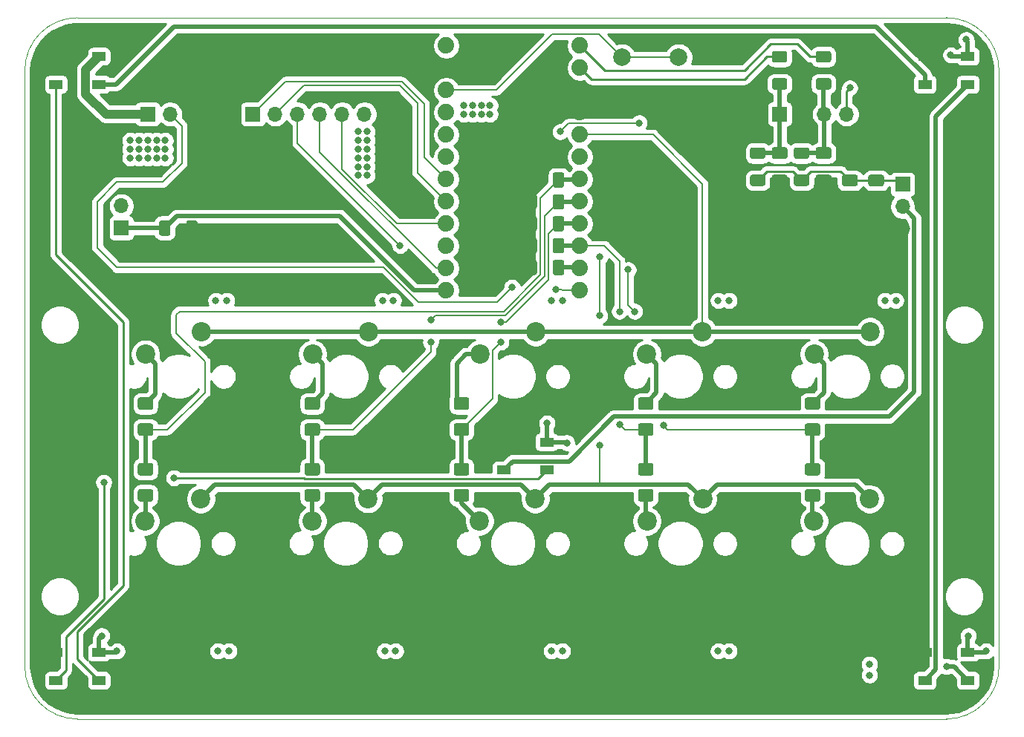
<source format=gbr>
G04 #@! TF.GenerationSoftware,KiCad,Pcbnew,(5.1.8)-1*
G04 #@! TF.CreationDate,2021-06-03T22:44:18-04:00*
G04 #@! TF.ProjectId,inkkeys,696e6b6b-6579-4732-9e6b-696361645f70,rev?*
G04 #@! TF.SameCoordinates,Original*
G04 #@! TF.FileFunction,Copper,L4,Bot*
G04 #@! TF.FilePolarity,Positive*
%FSLAX46Y46*%
G04 Gerber Fmt 4.6, Leading zero omitted, Abs format (unit mm)*
G04 Created by KiCad (PCBNEW (5.1.8)-1) date 2021-06-03 22:44:18*
%MOMM*%
%LPD*%
G01*
G04 APERTURE LIST*
G04 #@! TA.AperFunction,Profile*
%ADD10C,0.100000*%
G04 #@! TD*
G04 #@! TA.AperFunction,ComponentPad*
%ADD11C,2.000000*%
G04 #@! TD*
G04 #@! TA.AperFunction,SMDPad,CuDef*
%ADD12R,1.500000X1.000000*%
G04 #@! TD*
G04 #@! TA.AperFunction,ComponentPad*
%ADD13O,1.700000X1.700000*%
G04 #@! TD*
G04 #@! TA.AperFunction,ComponentPad*
%ADD14R,1.700000X1.700000*%
G04 #@! TD*
G04 #@! TA.AperFunction,ComponentPad*
%ADD15C,2.200000*%
G04 #@! TD*
G04 #@! TA.AperFunction,ComponentPad*
%ADD16C,1.879600*%
G04 #@! TD*
G04 #@! TA.AperFunction,ViaPad*
%ADD17C,0.800000*%
G04 #@! TD*
G04 #@! TA.AperFunction,Conductor*
%ADD18C,0.250000*%
G04 #@! TD*
G04 #@! TA.AperFunction,Conductor*
%ADD19C,1.000000*%
G04 #@! TD*
G04 #@! TA.AperFunction,Conductor*
%ADD20C,0.500000*%
G04 #@! TD*
G04 #@! TA.AperFunction,Conductor*
%ADD21C,0.200000*%
G04 #@! TD*
G04 #@! TA.AperFunction,Conductor*
%ADD22C,0.130000*%
G04 #@! TD*
G04 #@! TA.AperFunction,Conductor*
%ADD23C,0.254000*%
G04 #@! TD*
G04 #@! TA.AperFunction,Conductor*
%ADD24C,0.150000*%
G04 #@! TD*
G04 APERTURE END LIST*
D10*
X202000000Y-60000000D02*
G75*
G02*
X208000000Y-66000000I0J-6000000D01*
G01*
X208000000Y-134000000D02*
G75*
G02*
X202000000Y-140000000I-6000000J0D01*
G01*
X103000000Y-140000000D02*
G75*
G02*
X97000000Y-134000000I0J6000000D01*
G01*
X97000000Y-66000000D02*
G75*
G02*
X103000000Y-60000000I6000000J0D01*
G01*
X97000000Y-134000000D02*
X97000000Y-66000000D01*
X202000000Y-140000000D02*
X103000000Y-140000000D01*
X208000000Y-66000000D02*
X208000000Y-134000000D01*
X103000000Y-60000000D02*
X202000000Y-60000000D01*
D11*
G04 #@! TO.P,SW12,1*
G04 #@! TO.N,Net-(B1-Pad22)*
X165000000Y-64500000D03*
G04 #@! TO.P,SW12,2*
G04 #@! TO.N,GND*
X165000000Y-69000000D03*
G04 #@! TO.P,SW12,1*
G04 #@! TO.N,Net-(B1-Pad22)*
X171500000Y-64500000D03*
G04 #@! TO.P,SW12,2*
G04 #@! TO.N,GND*
X171500000Y-69000000D03*
G04 #@! TD*
G04 #@! TO.P,C2,2*
G04 #@! TO.N,GND*
G04 #@! TA.AperFunction,SMDPad,CuDef*
G36*
G01*
X187349999Y-77900000D02*
X188650001Y-77900000D01*
G75*
G02*
X188900000Y-78149999I0J-249999D01*
G01*
X188900000Y-78975001D01*
G75*
G02*
X188650001Y-79225000I-249999J0D01*
G01*
X187349999Y-79225000D01*
G75*
G02*
X187100000Y-78975001I0J249999D01*
G01*
X187100000Y-78149999D01*
G75*
G02*
X187349999Y-77900000I249999J0D01*
G01*
G37*
G04 #@! TD.AperFunction*
G04 #@! TO.P,C2,1*
G04 #@! TO.N,/RC*
G04 #@! TA.AperFunction,SMDPad,CuDef*
G36*
G01*
X187349999Y-74775000D02*
X188650001Y-74775000D01*
G75*
G02*
X188900000Y-75024999I0J-249999D01*
G01*
X188900000Y-75850001D01*
G75*
G02*
X188650001Y-76100000I-249999J0D01*
G01*
X187349999Y-76100000D01*
G75*
G02*
X187100000Y-75850001I0J249999D01*
G01*
X187100000Y-75024999D01*
G75*
G02*
X187349999Y-74775000I249999J0D01*
G01*
G37*
G04 #@! TD.AperFunction*
G04 #@! TD*
G04 #@! TO.P,C1,2*
G04 #@! TO.N,GND*
G04 #@! TA.AperFunction,SMDPad,CuDef*
G36*
G01*
X182349999Y-77900000D02*
X183650001Y-77900000D01*
G75*
G02*
X183900000Y-78149999I0J-249999D01*
G01*
X183900000Y-78975001D01*
G75*
G02*
X183650001Y-79225000I-249999J0D01*
G01*
X182349999Y-79225000D01*
G75*
G02*
X182100000Y-78975001I0J249999D01*
G01*
X182100000Y-78149999D01*
G75*
G02*
X182349999Y-77900000I249999J0D01*
G01*
G37*
G04 #@! TD.AperFunction*
G04 #@! TO.P,C1,1*
G04 #@! TO.N,/RA*
G04 #@! TA.AperFunction,SMDPad,CuDef*
G36*
G01*
X182349999Y-74775000D02*
X183650001Y-74775000D01*
G75*
G02*
X183900000Y-75024999I0J-249999D01*
G01*
X183900000Y-75850001D01*
G75*
G02*
X183650001Y-76100000I-249999J0D01*
G01*
X182349999Y-76100000D01*
G75*
G02*
X182100000Y-75850001I0J249999D01*
G01*
X182100000Y-75024999D01*
G75*
G02*
X182349999Y-74775000I249999J0D01*
G01*
G37*
G04 #@! TD.AperFunction*
G04 #@! TD*
D12*
G04 #@! TO.P,D23,1*
G04 #@! TO.N,Net-(D23-Pad1)*
X151550000Y-111600000D03*
G04 #@! TO.P,D23,2*
G04 #@! TO.N,GND*
X151550000Y-108400000D03*
G04 #@! TO.P,D23,4*
G04 #@! TO.N,Net-(D20-Pad1)*
X156450000Y-111600000D03*
G04 #@! TO.P,D23,3*
G04 #@! TO.N,+5V*
X156450000Y-108400000D03*
G04 #@! TD*
G04 #@! TO.P,D20,1*
G04 #@! TO.N,Net-(D20-Pad1)*
X100550000Y-135600000D03*
G04 #@! TO.P,D20,2*
G04 #@! TO.N,GND*
X100550000Y-132400000D03*
G04 #@! TO.P,D20,4*
G04 #@! TO.N,Net-(D17-Pad1)*
X105450000Y-135600000D03*
G04 #@! TO.P,D20,3*
G04 #@! TO.N,+5V*
X105450000Y-132400000D03*
G04 #@! TD*
G04 #@! TO.P,D17,1*
G04 #@! TO.N,Net-(D17-Pad1)*
X100550000Y-67600000D03*
G04 #@! TO.P,D17,2*
G04 #@! TO.N,GND*
X100550000Y-64400000D03*
G04 #@! TO.P,D17,4*
G04 #@! TO.N,Net-(D14-Pad1)*
X105450000Y-67600000D03*
G04 #@! TO.P,D17,3*
G04 #@! TO.N,+5V*
X105450000Y-64400000D03*
G04 #@! TD*
G04 #@! TO.P,D14,1*
G04 #@! TO.N,Net-(D14-Pad1)*
X199550000Y-67600000D03*
G04 #@! TO.P,D14,2*
G04 #@! TO.N,GND*
X199550000Y-64400000D03*
G04 #@! TO.P,D14,4*
G04 #@! TO.N,Net-(D11-Pad1)*
X204450000Y-67600000D03*
G04 #@! TO.P,D14,3*
G04 #@! TO.N,+5V*
X204450000Y-64400000D03*
G04 #@! TD*
G04 #@! TO.P,D11,1*
G04 #@! TO.N,Net-(D11-Pad1)*
X199550000Y-135600000D03*
G04 #@! TO.P,D11,2*
G04 #@! TO.N,GND*
X199550000Y-132400000D03*
G04 #@! TO.P,D11,4*
G04 #@! TO.N,Net-(D11-Pad4)*
X204450000Y-135600000D03*
G04 #@! TO.P,D11,3*
G04 #@! TO.N,+5V*
X204450000Y-132400000D03*
G04 #@! TD*
D13*
G04 #@! TO.P,J3,3*
G04 #@! TO.N,GND*
X197000000Y-84080000D03*
G04 #@! TO.P,J3,2*
G04 #@! TO.N,Net-(D23-Pad1)*
X197000000Y-81540000D03*
D14*
G04 #@! TO.P,J3,1*
G04 #@! TO.N,+5V*
X197000000Y-79000000D03*
G04 #@! TD*
D13*
G04 #@! TO.P,J2,5*
G04 #@! TO.N,GND*
X193160000Y-71000000D03*
G04 #@! TO.P,J2,4*
G04 #@! TO.N,/RS1*
X190620000Y-71000000D03*
G04 #@! TO.P,J2,3*
G04 #@! TO.N,/RC*
X188080000Y-71000000D03*
G04 #@! TO.P,J2,2*
G04 #@! TO.N,GND*
X185540000Y-71000000D03*
D14*
G04 #@! TO.P,J2,1*
G04 #@! TO.N,/RA*
X183000000Y-71000000D03*
G04 #@! TD*
D13*
G04 #@! TO.P,SW13,2*
G04 #@! TO.N,+5V*
X108000000Y-81460000D03*
D14*
G04 #@! TO.P,SW13,1*
G04 #@! TO.N,Net-(B1-Pad13)*
X108000000Y-84000000D03*
G04 #@! TD*
D15*
G04 #@! TO.P,SW10,2*
G04 #@! TO.N,Net-(D10-Pad2)*
X186900000Y-117440000D03*
G04 #@! TO.P,SW10,1*
G04 #@! TO.N,/Row2*
X193250000Y-114900000D03*
G04 #@! TD*
G04 #@! TO.P,SW9,2*
G04 #@! TO.N,Net-(D9-Pad2)*
X186930000Y-98360000D03*
G04 #@! TO.P,SW9,1*
G04 #@! TO.N,/Row1*
X193280000Y-95820000D03*
G04 #@! TD*
G04 #@! TO.P,SW8,2*
G04 #@! TO.N,Net-(D8-Pad2)*
X167880000Y-117440000D03*
G04 #@! TO.P,SW8,1*
G04 #@! TO.N,/Row2*
X174230000Y-114900000D03*
G04 #@! TD*
G04 #@! TO.P,SW7,2*
G04 #@! TO.N,Net-(D7-Pad2)*
X167870000Y-98370000D03*
G04 #@! TO.P,SW7,1*
G04 #@! TO.N,/Row1*
X174220000Y-95830000D03*
G04 #@! TD*
G04 #@! TO.P,SW6,2*
G04 #@! TO.N,Net-(D6-Pad2)*
X148810000Y-117420000D03*
G04 #@! TO.P,SW6,1*
G04 #@! TO.N,/Row2*
X155160000Y-114880000D03*
G04 #@! TD*
G04 #@! TO.P,SW5,2*
G04 #@! TO.N,Net-(D5-Pad2)*
X148830000Y-98380000D03*
G04 #@! TO.P,SW5,1*
G04 #@! TO.N,/Row1*
X155180000Y-95840000D03*
G04 #@! TD*
G04 #@! TO.P,SW4,2*
G04 #@! TO.N,Net-(D4-Pad2)*
X129760000Y-117410000D03*
G04 #@! TO.P,SW4,1*
G04 #@! TO.N,/Row2*
X136110000Y-114870000D03*
G04 #@! TD*
G04 #@! TO.P,SW3,2*
G04 #@! TO.N,Net-(D3-Pad2)*
X129780000Y-98390000D03*
G04 #@! TO.P,SW3,1*
G04 #@! TO.N,/Row1*
X136130000Y-95850000D03*
G04 #@! TD*
G04 #@! TO.P,SW2,2*
G04 #@! TO.N,Net-(D2-Pad2)*
X110710000Y-117430000D03*
G04 #@! TO.P,SW2,1*
G04 #@! TO.N,/Row2*
X117060000Y-114890000D03*
G04 #@! TD*
G04 #@! TO.P,SW1,2*
G04 #@! TO.N,Net-(D1-Pad2)*
X110740000Y-98370000D03*
G04 #@! TO.P,SW1,1*
G04 #@! TO.N,/Row1*
X117090000Y-95830000D03*
G04 #@! TD*
D13*
G04 #@! TO.P,RV1,3*
G04 #@! TO.N,GND*
X116080000Y-71000000D03*
G04 #@! TO.P,RV1,2*
G04 #@! TO.N,/SLIDER_OUT*
X113540000Y-71000000D03*
D14*
G04 #@! TO.P,RV1,1*
G04 #@! TO.N,+5V*
X111000000Y-71000000D03*
G04 #@! TD*
G04 #@! TO.P,R10,2*
G04 #@! TO.N,GND*
G04 #@! TA.AperFunction,SMDPad,CuDef*
G36*
G01*
X115400000Y-84625000D02*
X115400000Y-83375000D01*
G75*
G02*
X115650000Y-83125000I250000J0D01*
G01*
X116450000Y-83125000D01*
G75*
G02*
X116700000Y-83375000I0J-250000D01*
G01*
X116700000Y-84625000D01*
G75*
G02*
X116450000Y-84875000I-250000J0D01*
G01*
X115650000Y-84875000D01*
G75*
G02*
X115400000Y-84625000I0J250000D01*
G01*
G37*
G04 #@! TD.AperFunction*
G04 #@! TO.P,R10,1*
G04 #@! TO.N,Net-(B1-Pad13)*
G04 #@! TA.AperFunction,SMDPad,CuDef*
G36*
G01*
X112300000Y-84625000D02*
X112300000Y-83375000D01*
G75*
G02*
X112550000Y-83125000I250000J0D01*
G01*
X113350000Y-83125000D01*
G75*
G02*
X113600000Y-83375000I0J-250000D01*
G01*
X113600000Y-84625000D01*
G75*
G02*
X113350000Y-84875000I-250000J0D01*
G01*
X112550000Y-84875000D01*
G75*
G02*
X112300000Y-84625000I0J250000D01*
G01*
G37*
G04 #@! TD.AperFunction*
G04 #@! TD*
G04 #@! TO.P,R9,2*
G04 #@! TO.N,/RC*
G04 #@! TA.AperFunction,SMDPad,CuDef*
G36*
G01*
X187375000Y-66900000D02*
X188625000Y-66900000D01*
G75*
G02*
X188875000Y-67150000I0J-250000D01*
G01*
X188875000Y-67950000D01*
G75*
G02*
X188625000Y-68200000I-250000J0D01*
G01*
X187375000Y-68200000D01*
G75*
G02*
X187125000Y-67950000I0J250000D01*
G01*
X187125000Y-67150000D01*
G75*
G02*
X187375000Y-66900000I250000J0D01*
G01*
G37*
G04 #@! TD.AperFunction*
G04 #@! TO.P,R9,1*
G04 #@! TO.N,Net-(B1-Pad1)*
G04 #@! TA.AperFunction,SMDPad,CuDef*
G36*
G01*
X187375000Y-63800000D02*
X188625000Y-63800000D01*
G75*
G02*
X188875000Y-64050000I0J-250000D01*
G01*
X188875000Y-64850000D01*
G75*
G02*
X188625000Y-65100000I-250000J0D01*
G01*
X187375000Y-65100000D01*
G75*
G02*
X187125000Y-64850000I0J250000D01*
G01*
X187125000Y-64050000D01*
G75*
G02*
X187375000Y-63800000I250000J0D01*
G01*
G37*
G04 #@! TD.AperFunction*
G04 #@! TD*
G04 #@! TO.P,R8,2*
G04 #@! TO.N,+5V*
G04 #@! TA.AperFunction,SMDPad,CuDef*
G36*
G01*
X184875000Y-77900000D02*
X186125000Y-77900000D01*
G75*
G02*
X186375000Y-78150000I0J-250000D01*
G01*
X186375000Y-78950000D01*
G75*
G02*
X186125000Y-79200000I-250000J0D01*
G01*
X184875000Y-79200000D01*
G75*
G02*
X184625000Y-78950000I0J250000D01*
G01*
X184625000Y-78150000D01*
G75*
G02*
X184875000Y-77900000I250000J0D01*
G01*
G37*
G04 #@! TD.AperFunction*
G04 #@! TO.P,R8,1*
G04 #@! TO.N,/RC*
G04 #@! TA.AperFunction,SMDPad,CuDef*
G36*
G01*
X184875000Y-74800000D02*
X186125000Y-74800000D01*
G75*
G02*
X186375000Y-75050000I0J-250000D01*
G01*
X186375000Y-75850000D01*
G75*
G02*
X186125000Y-76100000I-250000J0D01*
G01*
X184875000Y-76100000D01*
G75*
G02*
X184625000Y-75850000I0J250000D01*
G01*
X184625000Y-75050000D01*
G75*
G02*
X184875000Y-74800000I250000J0D01*
G01*
G37*
G04 #@! TD.AperFunction*
G04 #@! TD*
G04 #@! TO.P,R7,2*
G04 #@! TO.N,/RA*
G04 #@! TA.AperFunction,SMDPad,CuDef*
G36*
G01*
X182375000Y-66900000D02*
X183625000Y-66900000D01*
G75*
G02*
X183875000Y-67150000I0J-250000D01*
G01*
X183875000Y-67950000D01*
G75*
G02*
X183625000Y-68200000I-250000J0D01*
G01*
X182375000Y-68200000D01*
G75*
G02*
X182125000Y-67950000I0J250000D01*
G01*
X182125000Y-67150000D01*
G75*
G02*
X182375000Y-66900000I250000J0D01*
G01*
G37*
G04 #@! TD.AperFunction*
G04 #@! TO.P,R7,1*
G04 #@! TO.N,Net-(B1-Pad2)*
G04 #@! TA.AperFunction,SMDPad,CuDef*
G36*
G01*
X182375000Y-63800000D02*
X183625000Y-63800000D01*
G75*
G02*
X183875000Y-64050000I0J-250000D01*
G01*
X183875000Y-64850000D01*
G75*
G02*
X183625000Y-65100000I-250000J0D01*
G01*
X182375000Y-65100000D01*
G75*
G02*
X182125000Y-64850000I0J250000D01*
G01*
X182125000Y-64050000D01*
G75*
G02*
X182375000Y-63800000I250000J0D01*
G01*
G37*
G04 #@! TD.AperFunction*
G04 #@! TD*
G04 #@! TO.P,R6,2*
G04 #@! TO.N,+5V*
G04 #@! TA.AperFunction,SMDPad,CuDef*
G36*
G01*
X179875000Y-77900000D02*
X181125000Y-77900000D01*
G75*
G02*
X181375000Y-78150000I0J-250000D01*
G01*
X181375000Y-78950000D01*
G75*
G02*
X181125000Y-79200000I-250000J0D01*
G01*
X179875000Y-79200000D01*
G75*
G02*
X179625000Y-78950000I0J250000D01*
G01*
X179625000Y-78150000D01*
G75*
G02*
X179875000Y-77900000I250000J0D01*
G01*
G37*
G04 #@! TD.AperFunction*
G04 #@! TO.P,R6,1*
G04 #@! TO.N,/RA*
G04 #@! TA.AperFunction,SMDPad,CuDef*
G36*
G01*
X179875000Y-74800000D02*
X181125000Y-74800000D01*
G75*
G02*
X181375000Y-75050000I0J-250000D01*
G01*
X181375000Y-75850000D01*
G75*
G02*
X181125000Y-76100000I-250000J0D01*
G01*
X179875000Y-76100000D01*
G75*
G02*
X179625000Y-75850000I0J250000D01*
G01*
X179625000Y-75050000D01*
G75*
G02*
X179875000Y-74800000I250000J0D01*
G01*
G37*
G04 #@! TD.AperFunction*
G04 #@! TD*
G04 #@! TO.P,R5,2*
G04 #@! TO.N,GND*
G04 #@! TA.AperFunction,SMDPad,CuDef*
G36*
G01*
X155350000Y-87875000D02*
X155350000Y-89125000D01*
G75*
G02*
X155100000Y-89375000I-250000J0D01*
G01*
X154300000Y-89375000D01*
G75*
G02*
X154050000Y-89125000I0J250000D01*
G01*
X154050000Y-87875000D01*
G75*
G02*
X154300000Y-87625000I250000J0D01*
G01*
X155100000Y-87625000D01*
G75*
G02*
X155350000Y-87875000I0J-250000D01*
G01*
G37*
G04 #@! TD.AperFunction*
G04 #@! TO.P,R5,1*
G04 #@! TO.N,/Col5*
G04 #@! TA.AperFunction,SMDPad,CuDef*
G36*
G01*
X158450000Y-87875000D02*
X158450000Y-89125000D01*
G75*
G02*
X158200000Y-89375000I-250000J0D01*
G01*
X157400000Y-89375000D01*
G75*
G02*
X157150000Y-89125000I0J250000D01*
G01*
X157150000Y-87875000D01*
G75*
G02*
X157400000Y-87625000I250000J0D01*
G01*
X158200000Y-87625000D01*
G75*
G02*
X158450000Y-87875000I0J-250000D01*
G01*
G37*
G04 #@! TD.AperFunction*
G04 #@! TD*
G04 #@! TO.P,R4,2*
G04 #@! TO.N,GND*
G04 #@! TA.AperFunction,SMDPad,CuDef*
G36*
G01*
X155350000Y-85375000D02*
X155350000Y-86625000D01*
G75*
G02*
X155100000Y-86875000I-250000J0D01*
G01*
X154300000Y-86875000D01*
G75*
G02*
X154050000Y-86625000I0J250000D01*
G01*
X154050000Y-85375000D01*
G75*
G02*
X154300000Y-85125000I250000J0D01*
G01*
X155100000Y-85125000D01*
G75*
G02*
X155350000Y-85375000I0J-250000D01*
G01*
G37*
G04 #@! TD.AperFunction*
G04 #@! TO.P,R4,1*
G04 #@! TO.N,/Col4*
G04 #@! TA.AperFunction,SMDPad,CuDef*
G36*
G01*
X158450000Y-85375000D02*
X158450000Y-86625000D01*
G75*
G02*
X158200000Y-86875000I-250000J0D01*
G01*
X157400000Y-86875000D01*
G75*
G02*
X157150000Y-86625000I0J250000D01*
G01*
X157150000Y-85375000D01*
G75*
G02*
X157400000Y-85125000I250000J0D01*
G01*
X158200000Y-85125000D01*
G75*
G02*
X158450000Y-85375000I0J-250000D01*
G01*
G37*
G04 #@! TD.AperFunction*
G04 #@! TD*
G04 #@! TO.P,R3,2*
G04 #@! TO.N,GND*
G04 #@! TA.AperFunction,SMDPad,CuDef*
G36*
G01*
X155350000Y-82875000D02*
X155350000Y-84125000D01*
G75*
G02*
X155100000Y-84375000I-250000J0D01*
G01*
X154300000Y-84375000D01*
G75*
G02*
X154050000Y-84125000I0J250000D01*
G01*
X154050000Y-82875000D01*
G75*
G02*
X154300000Y-82625000I250000J0D01*
G01*
X155100000Y-82625000D01*
G75*
G02*
X155350000Y-82875000I0J-250000D01*
G01*
G37*
G04 #@! TD.AperFunction*
G04 #@! TO.P,R3,1*
G04 #@! TO.N,/Col3*
G04 #@! TA.AperFunction,SMDPad,CuDef*
G36*
G01*
X158450000Y-82875000D02*
X158450000Y-84125000D01*
G75*
G02*
X158200000Y-84375000I-250000J0D01*
G01*
X157400000Y-84375000D01*
G75*
G02*
X157150000Y-84125000I0J250000D01*
G01*
X157150000Y-82875000D01*
G75*
G02*
X157400000Y-82625000I250000J0D01*
G01*
X158200000Y-82625000D01*
G75*
G02*
X158450000Y-82875000I0J-250000D01*
G01*
G37*
G04 #@! TD.AperFunction*
G04 #@! TD*
G04 #@! TO.P,R2,2*
G04 #@! TO.N,GND*
G04 #@! TA.AperFunction,SMDPad,CuDef*
G36*
G01*
X155350000Y-80375000D02*
X155350000Y-81625000D01*
G75*
G02*
X155100000Y-81875000I-250000J0D01*
G01*
X154300000Y-81875000D01*
G75*
G02*
X154050000Y-81625000I0J250000D01*
G01*
X154050000Y-80375000D01*
G75*
G02*
X154300000Y-80125000I250000J0D01*
G01*
X155100000Y-80125000D01*
G75*
G02*
X155350000Y-80375000I0J-250000D01*
G01*
G37*
G04 #@! TD.AperFunction*
G04 #@! TO.P,R2,1*
G04 #@! TO.N,/Col2*
G04 #@! TA.AperFunction,SMDPad,CuDef*
G36*
G01*
X158450000Y-80375000D02*
X158450000Y-81625000D01*
G75*
G02*
X158200000Y-81875000I-250000J0D01*
G01*
X157400000Y-81875000D01*
G75*
G02*
X157150000Y-81625000I0J250000D01*
G01*
X157150000Y-80375000D01*
G75*
G02*
X157400000Y-80125000I250000J0D01*
G01*
X158200000Y-80125000D01*
G75*
G02*
X158450000Y-80375000I0J-250000D01*
G01*
G37*
G04 #@! TD.AperFunction*
G04 #@! TD*
G04 #@! TO.P,R1,2*
G04 #@! TO.N,GND*
G04 #@! TA.AperFunction,SMDPad,CuDef*
G36*
G01*
X155350000Y-77875000D02*
X155350000Y-79125000D01*
G75*
G02*
X155100000Y-79375000I-250000J0D01*
G01*
X154300000Y-79375000D01*
G75*
G02*
X154050000Y-79125000I0J250000D01*
G01*
X154050000Y-77875000D01*
G75*
G02*
X154300000Y-77625000I250000J0D01*
G01*
X155100000Y-77625000D01*
G75*
G02*
X155350000Y-77875000I0J-250000D01*
G01*
G37*
G04 #@! TD.AperFunction*
G04 #@! TO.P,R1,1*
G04 #@! TO.N,/Col1*
G04 #@! TA.AperFunction,SMDPad,CuDef*
G36*
G01*
X158450000Y-77875000D02*
X158450000Y-79125000D01*
G75*
G02*
X158200000Y-79375000I-250000J0D01*
G01*
X157400000Y-79375000D01*
G75*
G02*
X157150000Y-79125000I0J250000D01*
G01*
X157150000Y-77875000D01*
G75*
G02*
X157400000Y-77625000I250000J0D01*
G01*
X158200000Y-77625000D01*
G75*
G02*
X158450000Y-77875000I0J-250000D01*
G01*
G37*
G04 #@! TD.AperFunction*
G04 #@! TD*
D13*
G04 #@! TO.P,J1,7*
G04 #@! TO.N,GND*
X138240000Y-71000000D03*
G04 #@! TO.P,J1,6*
G04 #@! TO.N,+5V*
X135700000Y-71000000D03*
G04 #@! TO.P,J1,5*
G04 #@! TO.N,/OLED_SCL*
X133160000Y-71000000D03*
G04 #@! TO.P,J1,4*
G04 #@! TO.N,/OLED_SDA*
X130620000Y-71000000D03*
G04 #@! TO.P,J1,3*
G04 #@! TO.N,/OLED_RES*
X128080000Y-71000000D03*
G04 #@! TO.P,J1,2*
G04 #@! TO.N,/OLED_DC*
X125540000Y-71000000D03*
D14*
G04 #@! TO.P,J1,1*
G04 #@! TO.N,/OLED_CS*
X123000000Y-71000000D03*
G04 #@! TD*
G04 #@! TO.P,D10,2*
G04 #@! TO.N,Net-(D10-Pad2)*
G04 #@! TA.AperFunction,SMDPad,CuDef*
G36*
G01*
X186125000Y-113775000D02*
X187375000Y-113775000D01*
G75*
G02*
X187625000Y-114025000I0J-250000D01*
G01*
X187625000Y-114950000D01*
G75*
G02*
X187375000Y-115200000I-250000J0D01*
G01*
X186125000Y-115200000D01*
G75*
G02*
X185875000Y-114950000I0J250000D01*
G01*
X185875000Y-114025000D01*
G75*
G02*
X186125000Y-113775000I250000J0D01*
G01*
G37*
G04 #@! TD.AperFunction*
G04 #@! TO.P,D10,1*
G04 #@! TO.N,/Col5*
G04 #@! TA.AperFunction,SMDPad,CuDef*
G36*
G01*
X186125000Y-110800000D02*
X187375000Y-110800000D01*
G75*
G02*
X187625000Y-111050000I0J-250000D01*
G01*
X187625000Y-111975000D01*
G75*
G02*
X187375000Y-112225000I-250000J0D01*
G01*
X186125000Y-112225000D01*
G75*
G02*
X185875000Y-111975000I0J250000D01*
G01*
X185875000Y-111050000D01*
G75*
G02*
X186125000Y-110800000I250000J0D01*
G01*
G37*
G04 #@! TD.AperFunction*
G04 #@! TD*
G04 #@! TO.P,D9,2*
G04 #@! TO.N,Net-(D9-Pad2)*
G04 #@! TA.AperFunction,SMDPad,CuDef*
G36*
G01*
X187375000Y-104725000D02*
X186125000Y-104725000D01*
G75*
G02*
X185875000Y-104475000I0J250000D01*
G01*
X185875000Y-103550000D01*
G75*
G02*
X186125000Y-103300000I250000J0D01*
G01*
X187375000Y-103300000D01*
G75*
G02*
X187625000Y-103550000I0J-250000D01*
G01*
X187625000Y-104475000D01*
G75*
G02*
X187375000Y-104725000I-250000J0D01*
G01*
G37*
G04 #@! TD.AperFunction*
G04 #@! TO.P,D9,1*
G04 #@! TO.N,/Col5*
G04 #@! TA.AperFunction,SMDPad,CuDef*
G36*
G01*
X187375000Y-107700000D02*
X186125000Y-107700000D01*
G75*
G02*
X185875000Y-107450000I0J250000D01*
G01*
X185875000Y-106525000D01*
G75*
G02*
X186125000Y-106275000I250000J0D01*
G01*
X187375000Y-106275000D01*
G75*
G02*
X187625000Y-106525000I0J-250000D01*
G01*
X187625000Y-107450000D01*
G75*
G02*
X187375000Y-107700000I-250000J0D01*
G01*
G37*
G04 #@! TD.AperFunction*
G04 #@! TD*
G04 #@! TO.P,D8,2*
G04 #@! TO.N,Net-(D8-Pad2)*
G04 #@! TA.AperFunction,SMDPad,CuDef*
G36*
G01*
X167125000Y-113775000D02*
X168375000Y-113775000D01*
G75*
G02*
X168625000Y-114025000I0J-250000D01*
G01*
X168625000Y-114950000D01*
G75*
G02*
X168375000Y-115200000I-250000J0D01*
G01*
X167125000Y-115200000D01*
G75*
G02*
X166875000Y-114950000I0J250000D01*
G01*
X166875000Y-114025000D01*
G75*
G02*
X167125000Y-113775000I250000J0D01*
G01*
G37*
G04 #@! TD.AperFunction*
G04 #@! TO.P,D8,1*
G04 #@! TO.N,/Col4*
G04 #@! TA.AperFunction,SMDPad,CuDef*
G36*
G01*
X167125000Y-110800000D02*
X168375000Y-110800000D01*
G75*
G02*
X168625000Y-111050000I0J-250000D01*
G01*
X168625000Y-111975000D01*
G75*
G02*
X168375000Y-112225000I-250000J0D01*
G01*
X167125000Y-112225000D01*
G75*
G02*
X166875000Y-111975000I0J250000D01*
G01*
X166875000Y-111050000D01*
G75*
G02*
X167125000Y-110800000I250000J0D01*
G01*
G37*
G04 #@! TD.AperFunction*
G04 #@! TD*
G04 #@! TO.P,D7,2*
G04 #@! TO.N,Net-(D7-Pad2)*
G04 #@! TA.AperFunction,SMDPad,CuDef*
G36*
G01*
X168375000Y-104725000D02*
X167125000Y-104725000D01*
G75*
G02*
X166875000Y-104475000I0J250000D01*
G01*
X166875000Y-103550000D01*
G75*
G02*
X167125000Y-103300000I250000J0D01*
G01*
X168375000Y-103300000D01*
G75*
G02*
X168625000Y-103550000I0J-250000D01*
G01*
X168625000Y-104475000D01*
G75*
G02*
X168375000Y-104725000I-250000J0D01*
G01*
G37*
G04 #@! TD.AperFunction*
G04 #@! TO.P,D7,1*
G04 #@! TO.N,/Col4*
G04 #@! TA.AperFunction,SMDPad,CuDef*
G36*
G01*
X168375000Y-107700000D02*
X167125000Y-107700000D01*
G75*
G02*
X166875000Y-107450000I0J250000D01*
G01*
X166875000Y-106525000D01*
G75*
G02*
X167125000Y-106275000I250000J0D01*
G01*
X168375000Y-106275000D01*
G75*
G02*
X168625000Y-106525000I0J-250000D01*
G01*
X168625000Y-107450000D01*
G75*
G02*
X168375000Y-107700000I-250000J0D01*
G01*
G37*
G04 #@! TD.AperFunction*
G04 #@! TD*
G04 #@! TO.P,D6,2*
G04 #@! TO.N,Net-(D6-Pad2)*
G04 #@! TA.AperFunction,SMDPad,CuDef*
G36*
G01*
X146125000Y-113775000D02*
X147375000Y-113775000D01*
G75*
G02*
X147625000Y-114025000I0J-250000D01*
G01*
X147625000Y-114950000D01*
G75*
G02*
X147375000Y-115200000I-250000J0D01*
G01*
X146125000Y-115200000D01*
G75*
G02*
X145875000Y-114950000I0J250000D01*
G01*
X145875000Y-114025000D01*
G75*
G02*
X146125000Y-113775000I250000J0D01*
G01*
G37*
G04 #@! TD.AperFunction*
G04 #@! TO.P,D6,1*
G04 #@! TO.N,/Col3*
G04 #@! TA.AperFunction,SMDPad,CuDef*
G36*
G01*
X146125000Y-110800000D02*
X147375000Y-110800000D01*
G75*
G02*
X147625000Y-111050000I0J-250000D01*
G01*
X147625000Y-111975000D01*
G75*
G02*
X147375000Y-112225000I-250000J0D01*
G01*
X146125000Y-112225000D01*
G75*
G02*
X145875000Y-111975000I0J250000D01*
G01*
X145875000Y-111050000D01*
G75*
G02*
X146125000Y-110800000I250000J0D01*
G01*
G37*
G04 #@! TD.AperFunction*
G04 #@! TD*
G04 #@! TO.P,D5,2*
G04 #@! TO.N,Net-(D5-Pad2)*
G04 #@! TA.AperFunction,SMDPad,CuDef*
G36*
G01*
X147375000Y-104725000D02*
X146125000Y-104725000D01*
G75*
G02*
X145875000Y-104475000I0J250000D01*
G01*
X145875000Y-103550000D01*
G75*
G02*
X146125000Y-103300000I250000J0D01*
G01*
X147375000Y-103300000D01*
G75*
G02*
X147625000Y-103550000I0J-250000D01*
G01*
X147625000Y-104475000D01*
G75*
G02*
X147375000Y-104725000I-250000J0D01*
G01*
G37*
G04 #@! TD.AperFunction*
G04 #@! TO.P,D5,1*
G04 #@! TO.N,/Col3*
G04 #@! TA.AperFunction,SMDPad,CuDef*
G36*
G01*
X147375000Y-107700000D02*
X146125000Y-107700000D01*
G75*
G02*
X145875000Y-107450000I0J250000D01*
G01*
X145875000Y-106525000D01*
G75*
G02*
X146125000Y-106275000I250000J0D01*
G01*
X147375000Y-106275000D01*
G75*
G02*
X147625000Y-106525000I0J-250000D01*
G01*
X147625000Y-107450000D01*
G75*
G02*
X147375000Y-107700000I-250000J0D01*
G01*
G37*
G04 #@! TD.AperFunction*
G04 #@! TD*
G04 #@! TO.P,D4,2*
G04 #@! TO.N,Net-(D4-Pad2)*
G04 #@! TA.AperFunction,SMDPad,CuDef*
G36*
G01*
X129125000Y-113775000D02*
X130375000Y-113775000D01*
G75*
G02*
X130625000Y-114025000I0J-250000D01*
G01*
X130625000Y-114950000D01*
G75*
G02*
X130375000Y-115200000I-250000J0D01*
G01*
X129125000Y-115200000D01*
G75*
G02*
X128875000Y-114950000I0J250000D01*
G01*
X128875000Y-114025000D01*
G75*
G02*
X129125000Y-113775000I250000J0D01*
G01*
G37*
G04 #@! TD.AperFunction*
G04 #@! TO.P,D4,1*
G04 #@! TO.N,/Col2*
G04 #@! TA.AperFunction,SMDPad,CuDef*
G36*
G01*
X129125000Y-110800000D02*
X130375000Y-110800000D01*
G75*
G02*
X130625000Y-111050000I0J-250000D01*
G01*
X130625000Y-111975000D01*
G75*
G02*
X130375000Y-112225000I-250000J0D01*
G01*
X129125000Y-112225000D01*
G75*
G02*
X128875000Y-111975000I0J250000D01*
G01*
X128875000Y-111050000D01*
G75*
G02*
X129125000Y-110800000I250000J0D01*
G01*
G37*
G04 #@! TD.AperFunction*
G04 #@! TD*
G04 #@! TO.P,D3,2*
G04 #@! TO.N,Net-(D3-Pad2)*
G04 #@! TA.AperFunction,SMDPad,CuDef*
G36*
G01*
X130375000Y-104725000D02*
X129125000Y-104725000D01*
G75*
G02*
X128875000Y-104475000I0J250000D01*
G01*
X128875000Y-103550000D01*
G75*
G02*
X129125000Y-103300000I250000J0D01*
G01*
X130375000Y-103300000D01*
G75*
G02*
X130625000Y-103550000I0J-250000D01*
G01*
X130625000Y-104475000D01*
G75*
G02*
X130375000Y-104725000I-250000J0D01*
G01*
G37*
G04 #@! TD.AperFunction*
G04 #@! TO.P,D3,1*
G04 #@! TO.N,/Col2*
G04 #@! TA.AperFunction,SMDPad,CuDef*
G36*
G01*
X130375000Y-107700000D02*
X129125000Y-107700000D01*
G75*
G02*
X128875000Y-107450000I0J250000D01*
G01*
X128875000Y-106525000D01*
G75*
G02*
X129125000Y-106275000I250000J0D01*
G01*
X130375000Y-106275000D01*
G75*
G02*
X130625000Y-106525000I0J-250000D01*
G01*
X130625000Y-107450000D01*
G75*
G02*
X130375000Y-107700000I-250000J0D01*
G01*
G37*
G04 #@! TD.AperFunction*
G04 #@! TD*
G04 #@! TO.P,D2,2*
G04 #@! TO.N,Net-(D2-Pad2)*
G04 #@! TA.AperFunction,SMDPad,CuDef*
G36*
G01*
X110125000Y-113775000D02*
X111375000Y-113775000D01*
G75*
G02*
X111625000Y-114025000I0J-250000D01*
G01*
X111625000Y-114950000D01*
G75*
G02*
X111375000Y-115200000I-250000J0D01*
G01*
X110125000Y-115200000D01*
G75*
G02*
X109875000Y-114950000I0J250000D01*
G01*
X109875000Y-114025000D01*
G75*
G02*
X110125000Y-113775000I250000J0D01*
G01*
G37*
G04 #@! TD.AperFunction*
G04 #@! TO.P,D2,1*
G04 #@! TO.N,/Col1*
G04 #@! TA.AperFunction,SMDPad,CuDef*
G36*
G01*
X110125000Y-110800000D02*
X111375000Y-110800000D01*
G75*
G02*
X111625000Y-111050000I0J-250000D01*
G01*
X111625000Y-111975000D01*
G75*
G02*
X111375000Y-112225000I-250000J0D01*
G01*
X110125000Y-112225000D01*
G75*
G02*
X109875000Y-111975000I0J250000D01*
G01*
X109875000Y-111050000D01*
G75*
G02*
X110125000Y-110800000I250000J0D01*
G01*
G37*
G04 #@! TD.AperFunction*
G04 #@! TD*
G04 #@! TO.P,D1,2*
G04 #@! TO.N,Net-(D1-Pad2)*
G04 #@! TA.AperFunction,SMDPad,CuDef*
G36*
G01*
X111375000Y-104725000D02*
X110125000Y-104725000D01*
G75*
G02*
X109875000Y-104475000I0J250000D01*
G01*
X109875000Y-103550000D01*
G75*
G02*
X110125000Y-103300000I250000J0D01*
G01*
X111375000Y-103300000D01*
G75*
G02*
X111625000Y-103550000I0J-250000D01*
G01*
X111625000Y-104475000D01*
G75*
G02*
X111375000Y-104725000I-250000J0D01*
G01*
G37*
G04 #@! TD.AperFunction*
G04 #@! TO.P,D1,1*
G04 #@! TO.N,/Col1*
G04 #@! TA.AperFunction,SMDPad,CuDef*
G36*
G01*
X111375000Y-107700000D02*
X110125000Y-107700000D01*
G75*
G02*
X109875000Y-107450000I0J250000D01*
G01*
X109875000Y-106525000D01*
G75*
G02*
X110125000Y-106275000I250000J0D01*
G01*
X111375000Y-106275000D01*
G75*
G02*
X111625000Y-106525000I0J-250000D01*
G01*
X111625000Y-107450000D01*
G75*
G02*
X111375000Y-107700000I-250000J0D01*
G01*
G37*
G04 #@! TD.AperFunction*
G04 #@! TD*
G04 #@! TO.P,C4,2*
G04 #@! TO.N,GND*
G04 #@! TA.AperFunction,SMDPad,CuDef*
G36*
G01*
X194650001Y-76100000D02*
X193349999Y-76100000D01*
G75*
G02*
X193100000Y-75850001I0J249999D01*
G01*
X193100000Y-75024999D01*
G75*
G02*
X193349999Y-74775000I249999J0D01*
G01*
X194650001Y-74775000D01*
G75*
G02*
X194900000Y-75024999I0J-249999D01*
G01*
X194900000Y-75850001D01*
G75*
G02*
X194650001Y-76100000I-249999J0D01*
G01*
G37*
G04 #@! TD.AperFunction*
G04 #@! TO.P,C4,1*
G04 #@! TO.N,+5V*
G04 #@! TA.AperFunction,SMDPad,CuDef*
G36*
G01*
X194650001Y-79225000D02*
X193349999Y-79225000D01*
G75*
G02*
X193100000Y-78975001I0J249999D01*
G01*
X193100000Y-78149999D01*
G75*
G02*
X193349999Y-77900000I249999J0D01*
G01*
X194650001Y-77900000D01*
G75*
G02*
X194900000Y-78149999I0J-249999D01*
G01*
X194900000Y-78975001D01*
G75*
G02*
X194650001Y-79225000I-249999J0D01*
G01*
G37*
G04 #@! TD.AperFunction*
G04 #@! TD*
G04 #@! TO.P,C3,2*
G04 #@! TO.N,GND*
G04 #@! TA.AperFunction,SMDPad,CuDef*
G36*
G01*
X191650001Y-76100000D02*
X190349999Y-76100000D01*
G75*
G02*
X190100000Y-75850001I0J249999D01*
G01*
X190100000Y-75024999D01*
G75*
G02*
X190349999Y-74775000I249999J0D01*
G01*
X191650001Y-74775000D01*
G75*
G02*
X191900000Y-75024999I0J-249999D01*
G01*
X191900000Y-75850001D01*
G75*
G02*
X191650001Y-76100000I-249999J0D01*
G01*
G37*
G04 #@! TD.AperFunction*
G04 #@! TO.P,C3,1*
G04 #@! TO.N,+5V*
G04 #@! TA.AperFunction,SMDPad,CuDef*
G36*
G01*
X191650001Y-79225000D02*
X190349999Y-79225000D01*
G75*
G02*
X190100000Y-78975001I0J249999D01*
G01*
X190100000Y-78149999D01*
G75*
G02*
X190349999Y-77900000I249999J0D01*
G01*
X191650001Y-77900000D01*
G75*
G02*
X191900000Y-78149999I0J-249999D01*
G01*
X191900000Y-78975001D01*
G75*
G02*
X191650001Y-79225000I-249999J0D01*
G01*
G37*
G04 #@! TD.AperFunction*
G04 #@! TD*
D16*
G04 #@! TO.P,B1,24*
G04 #@! TO.N,Net-(B1-Pad24)*
X145010000Y-63180000D03*
G04 #@! TO.P,B1,23*
G04 #@! TO.N,GND*
X145010000Y-65720000D03*
G04 #@! TO.P,B1,22*
G04 #@! TO.N,Net-(B1-Pad22)*
X145010000Y-68260000D03*
G04 #@! TO.P,B1,21*
G04 #@! TO.N,+5V*
X145010000Y-70800000D03*
G04 #@! TO.P,B1,20*
G04 #@! TO.N,/RS1*
X145010000Y-73340000D03*
G04 #@! TO.P,B1,19*
G04 #@! TO.N,/RGB_D_OUT*
X145010000Y-75880000D03*
G04 #@! TO.P,B1,18*
G04 #@! TO.N,/OLED_CS*
X145010000Y-78420000D03*
G04 #@! TO.P,B1,17*
G04 #@! TO.N,/OLED_DC*
X145010000Y-80960000D03*
G04 #@! TO.P,B1,16*
G04 #@! TO.N,/OLED_SCL*
X145010000Y-83500000D03*
G04 #@! TO.P,B1,15*
G04 #@! TO.N,/OLED_RES*
X145010000Y-86040000D03*
G04 #@! TO.P,B1,14*
G04 #@! TO.N,/OLED_SDA*
X145010000Y-88580000D03*
G04 #@! TO.P,B1,13*
G04 #@! TO.N,Net-(B1-Pad13)*
X145010000Y-91120000D03*
G04 #@! TO.P,B1,12*
G04 #@! TO.N,/SLIDER_OUT*
X160250000Y-91120000D03*
G04 #@! TO.P,B1,11*
G04 #@! TO.N,/Col5*
X160250000Y-88580000D03*
G04 #@! TO.P,B1,10*
G04 #@! TO.N,/Col4*
X160250000Y-86040000D03*
G04 #@! TO.P,B1,9*
G04 #@! TO.N,/Col3*
X160250000Y-83500000D03*
G04 #@! TO.P,B1,8*
G04 #@! TO.N,/Col2*
X160250000Y-80960000D03*
G04 #@! TO.P,B1,7*
G04 #@! TO.N,/Col1*
X160250000Y-78420000D03*
G04 #@! TO.P,B1,6*
G04 #@! TO.N,/Row2*
X160250000Y-75880000D03*
G04 #@! TO.P,B1,5*
G04 #@! TO.N,/Row1*
X160250000Y-73340000D03*
G04 #@! TO.P,B1,4*
G04 #@! TO.N,GND*
X160250000Y-70800000D03*
G04 #@! TO.P,B1,3*
X160250000Y-68260000D03*
G04 #@! TO.P,B1,2*
G04 #@! TO.N,Net-(B1-Pad2)*
X160250000Y-65720000D03*
G04 #@! TO.P,B1,1*
G04 #@! TO.N,Net-(B1-Pad1)*
X160250000Y-63180000D03*
G04 #@! TD*
D17*
G04 #@! TO.N,GND*
X171000000Y-92000000D03*
X164000000Y-75000000D03*
X165000000Y-75000000D03*
X166000000Y-75000000D03*
X166000000Y-76000000D03*
X165000000Y-76000000D03*
X164000000Y-76000000D03*
X164000000Y-77000000D03*
X165000000Y-77000000D03*
X166000000Y-77000000D03*
X166000000Y-78000000D03*
X165000000Y-78000000D03*
X164000000Y-78000000D03*
X164000000Y-79000000D03*
X165000000Y-79000000D03*
X166000000Y-79000000D03*
X183000000Y-80000000D03*
X188000000Y-80000000D03*
X191000000Y-74000000D03*
X194000000Y-74000000D03*
X161000000Y-106000000D03*
X161000000Y-105000000D03*
X161000000Y-104000000D03*
X161000000Y-103000000D03*
X161000000Y-102000000D03*
X160000000Y-102000000D03*
X160000000Y-103000000D03*
X160000000Y-104000000D03*
X160000000Y-105000000D03*
X160000000Y-106000000D03*
X159000000Y-106000000D03*
X159000000Y-105000000D03*
X159000000Y-104000000D03*
X158000000Y-106000000D03*
X158000000Y-105000000D03*
X142000000Y-118000000D03*
X143000000Y-118000000D03*
X144000000Y-118000000D03*
X145000000Y-118000000D03*
X145000000Y-119000000D03*
X145000000Y-120000000D03*
X145000000Y-120000000D03*
X145000000Y-121000000D03*
X144000000Y-121000000D03*
X143000000Y-121000000D03*
X142000000Y-121000000D03*
X142000000Y-119000000D03*
X143000000Y-119000000D03*
X144000000Y-119000000D03*
X144000000Y-120000000D03*
X143000000Y-120000000D03*
X142000000Y-120000000D03*
X180000000Y-118000000D03*
X181000000Y-118000000D03*
X182000000Y-118000000D03*
X183000000Y-118000000D03*
X183000000Y-119000000D03*
X183000000Y-120000000D03*
X183000000Y-121000000D03*
X182000000Y-121000000D03*
X181000000Y-121000000D03*
X180000000Y-121000000D03*
X180000000Y-120000000D03*
X180000000Y-119000000D03*
X181000000Y-119000000D03*
X181000000Y-120000000D03*
X182000000Y-120000000D03*
X182000000Y-119000000D03*
X162000000Y-118000000D03*
X161000000Y-118000000D03*
X163000000Y-118000000D03*
X164000000Y-118000000D03*
X164000000Y-119000000D03*
X164000000Y-120000000D03*
X164000000Y-121000000D03*
X163000000Y-121000000D03*
X162000000Y-121000000D03*
X161000000Y-121000000D03*
X161000000Y-120000000D03*
X161000000Y-119000000D03*
X162000000Y-119000000D03*
X163000000Y-119000000D03*
X163000000Y-120000000D03*
X162000000Y-120000000D03*
X126000000Y-121000000D03*
X126000000Y-122000000D03*
X125000000Y-122000000D03*
X125000000Y-118000000D03*
X124000000Y-118000000D03*
X123000000Y-118000000D03*
X123000000Y-119000000D03*
X123000000Y-120000000D03*
X124000000Y-119000000D03*
X126000000Y-99000000D03*
X125000000Y-99000000D03*
X124000000Y-99000000D03*
X123000000Y-99000000D03*
X123000000Y-100000000D03*
X123000000Y-101000000D03*
X123000000Y-102000000D03*
X123000000Y-102000000D03*
X124000000Y-102000000D03*
X125000000Y-102000000D03*
X126000000Y-102000000D03*
X126000000Y-101000000D03*
X126000000Y-100000000D03*
X125000000Y-100000000D03*
X124000000Y-100000000D03*
X124000000Y-101000000D03*
X125000000Y-101000000D03*
X145000000Y-99000000D03*
X144000000Y-99000000D03*
X143000000Y-100000000D03*
X144000000Y-100000000D03*
X145000000Y-100000000D03*
X145000000Y-101000000D03*
X144000000Y-101000000D03*
X143000000Y-101000000D03*
X142000000Y-101000000D03*
X142000000Y-102000000D03*
X143000000Y-102000000D03*
X144000000Y-102000000D03*
X145000000Y-102000000D03*
X183000000Y-99000000D03*
X182000000Y-99000000D03*
X182000000Y-100000000D03*
X183000000Y-100000000D03*
X183000000Y-101000000D03*
X182000000Y-101000000D03*
X181000000Y-101000000D03*
X181000000Y-100000000D03*
X180000000Y-102000000D03*
X181000000Y-102000000D03*
X182000000Y-102000000D03*
X183000000Y-102000000D03*
X180000000Y-101000000D03*
G04 #@! TO.N,+5V*
X109000000Y-74000000D03*
X110000000Y-74000000D03*
X111000000Y-74000000D03*
X112000000Y-74000000D03*
X113000000Y-74000000D03*
X113000000Y-75000000D03*
X112000000Y-75000000D03*
X111000000Y-75000000D03*
X110000000Y-75000000D03*
X109000000Y-75000000D03*
X109000000Y-76000000D03*
X110000000Y-76000000D03*
X111000000Y-76000000D03*
X112000000Y-76000000D03*
X113000000Y-76000000D03*
X147000000Y-71000000D03*
X147000000Y-70000000D03*
X148000000Y-70000000D03*
X148000000Y-71000000D03*
X149000000Y-71000000D03*
X149000000Y-70000000D03*
X150000000Y-70000000D03*
X150000000Y-71000000D03*
X135000000Y-73000000D03*
X135000000Y-74000000D03*
X135000000Y-75000000D03*
X135000000Y-76000000D03*
X135000000Y-77000000D03*
X136000000Y-73000000D03*
X136000000Y-74000000D03*
X136000000Y-75000000D03*
X136000000Y-76000000D03*
X136000000Y-77000000D03*
X135000000Y-78000000D03*
X136000000Y-78000000D03*
X118750000Y-92250000D03*
X120000000Y-92250000D03*
X137750000Y-92250000D03*
X139000000Y-92250000D03*
X157000000Y-92250000D03*
X158250000Y-92250000D03*
X176000000Y-92250000D03*
X177250000Y-92250000D03*
X195000000Y-92250000D03*
X196250000Y-92250000D03*
X119000000Y-132250000D03*
X120250000Y-132250000D03*
X138000000Y-132250000D03*
X139250000Y-132250000D03*
X157000000Y-132250000D03*
X158250000Y-132250000D03*
X176000000Y-132250000D03*
X177250000Y-132250000D03*
X193250000Y-133750000D03*
X193250000Y-135000000D03*
X206500000Y-132250000D03*
X204500000Y-130500000D03*
X105750000Y-130500000D03*
X107500000Y-132250000D03*
X204250000Y-62500000D03*
X202500000Y-64250000D03*
X158750000Y-108500000D03*
X156500000Y-106250000D03*
G04 #@! TO.N,/OLED_RES*
X139750000Y-86000000D03*
G04 #@! TO.N,/SLIDER_OUT*
X152500000Y-90750000D03*
X157500000Y-91000000D03*
G04 #@! TO.N,/Col5*
X169750000Y-106500000D03*
X166500000Y-93500000D03*
X165750000Y-88750000D03*
G04 #@! TO.N,/Col4*
X164750000Y-106400000D03*
X164750000Y-93500000D03*
G04 #@! TO.N,/Col3*
X151250000Y-97000000D03*
X151250000Y-94750000D03*
G04 #@! TO.N,/Col2*
X143250000Y-97000000D03*
X143250000Y-94500000D03*
G04 #@! TO.N,/Row2*
X162500000Y-108750000D03*
X162500000Y-94000000D03*
X162500000Y-87250000D03*
G04 #@! TO.N,/RS1*
X191000000Y-68000000D03*
X167000000Y-72000000D03*
X158000000Y-73000000D03*
G04 #@! TO.N,Net-(D11-Pad4)*
X202000000Y-134000000D03*
G04 #@! TO.N,Net-(D20-Pad1)*
X106000000Y-113000000D03*
X114000000Y-112500000D03*
G04 #@! TD*
D18*
G04 #@! TO.N,+5V*
X184474990Y-77524990D02*
X185500000Y-78550000D01*
X181525010Y-77524990D02*
X184474990Y-77524990D01*
X180500000Y-78550000D02*
X181525010Y-77524990D01*
X189962490Y-77524990D02*
X191000000Y-78562500D01*
X186525010Y-77524990D02*
X189962490Y-77524990D01*
X185500000Y-78550000D02*
X186525010Y-77524990D01*
X191000000Y-78562500D02*
X194000000Y-78562500D01*
X196562500Y-78562500D02*
X197000000Y-79000000D01*
X194000000Y-78562500D02*
X196562500Y-78562500D01*
D19*
X103949999Y-65900001D02*
X105450000Y-64400000D01*
X103949999Y-68700001D02*
X103949999Y-65900001D01*
X106249998Y-71000000D02*
X103949999Y-68700001D01*
X111000000Y-71000000D02*
X106249998Y-71000000D01*
D20*
X206350000Y-132400000D02*
X206500000Y-132250000D01*
X204450000Y-132400000D02*
X206350000Y-132400000D01*
X204450000Y-130550000D02*
X204500000Y-130500000D01*
X204450000Y-132400000D02*
X204450000Y-130550000D01*
X105450000Y-130800000D02*
X105750000Y-130500000D01*
X105450000Y-132400000D02*
X105450000Y-130800000D01*
X107350000Y-132400000D02*
X107500000Y-132250000D01*
X105450000Y-132400000D02*
X107350000Y-132400000D01*
X204450000Y-62700000D02*
X204250000Y-62500000D01*
X204450000Y-64400000D02*
X204450000Y-62700000D01*
X202650000Y-64400000D02*
X202500000Y-64250000D01*
X204450000Y-64400000D02*
X202650000Y-64400000D01*
X158650000Y-108400000D02*
X158750000Y-108500000D01*
X156450000Y-108400000D02*
X158650000Y-108400000D01*
X156450000Y-106300000D02*
X156500000Y-106250000D01*
X156450000Y-108400000D02*
X156450000Y-106300000D01*
D21*
G04 #@! TO.N,Net-(B1-Pad22)*
X171500000Y-64500000D02*
X165000000Y-64500000D01*
X162390199Y-61890199D02*
X157109801Y-61890199D01*
X165000000Y-64500000D02*
X162390199Y-61890199D01*
X150740000Y-68260000D02*
X145010000Y-68260000D01*
X157109801Y-61890199D02*
X150740000Y-68260000D01*
G04 #@! TO.N,/OLED_CS*
X139936401Y-67299991D02*
X142500000Y-69863590D01*
X126700009Y-67299991D02*
X139936401Y-67299991D01*
X123000000Y-71000000D02*
X126700009Y-67299991D01*
X142500000Y-75910000D02*
X145010000Y-78420000D01*
X142500000Y-69863590D02*
X142500000Y-75910000D01*
G04 #@! TO.N,/OLED_DC*
X125540000Y-71000000D02*
X128790000Y-67750000D01*
X128790000Y-67750000D02*
X139750000Y-67750000D01*
X139750000Y-67750000D02*
X141750000Y-69750000D01*
X141750000Y-77700000D02*
X145010000Y-80960000D01*
X141750000Y-69750000D02*
X141750000Y-77700000D01*
G04 #@! TO.N,/OLED_SCL*
X139389998Y-83500000D02*
X145010000Y-83500000D01*
X133160000Y-77270002D02*
X139389998Y-83500000D01*
X133160000Y-71000000D02*
X133160000Y-77270002D01*
G04 #@! TO.N,/OLED_RES*
X128080000Y-74330000D02*
X139750000Y-86000000D01*
X128080000Y-71000000D02*
X128080000Y-74330000D01*
G04 #@! TO.N,/OLED_SDA*
X143833588Y-88580000D02*
X145010000Y-88580000D01*
X130620000Y-75366412D02*
X143833588Y-88580000D01*
X130620000Y-71000000D02*
X130620000Y-75366412D01*
D20*
G04 #@! TO.N,Net-(B1-Pad13)*
X112950000Y-84000000D02*
X108000000Y-84000000D01*
X114325010Y-82624990D02*
X132874990Y-82624990D01*
X112950000Y-84000000D02*
X114325010Y-82624990D01*
X141370000Y-91120000D02*
X145010000Y-91120000D01*
X132874990Y-82624990D02*
X141370000Y-91120000D01*
D21*
G04 #@! TO.N,/SLIDER_OUT*
X114879999Y-72339999D02*
X114879999Y-76620001D01*
X113540000Y-71000000D02*
X114879999Y-72339999D01*
X114879999Y-76620001D02*
X112750000Y-78750000D01*
X112750000Y-78750000D02*
X107500000Y-78750000D01*
X107500000Y-78750000D02*
X105250000Y-81000000D01*
X150840199Y-92409801D02*
X152500000Y-90750000D01*
X141811259Y-92409801D02*
X150840199Y-92409801D01*
X137901458Y-88500000D02*
X141811259Y-92409801D01*
X158230002Y-91120000D02*
X160250000Y-91120000D01*
X158110002Y-91000000D02*
X158230002Y-91120000D01*
X157500000Y-91000000D02*
X158110002Y-91000000D01*
X107500000Y-88500000D02*
X105250000Y-86250000D01*
X105250000Y-81000000D02*
X105250000Y-86250000D01*
X107500000Y-88500000D02*
X137901458Y-88500000D01*
D20*
G04 #@! TO.N,/Col5*
X186750000Y-106987500D02*
X186750000Y-111512500D01*
X160170000Y-88500000D02*
X160250000Y-88580000D01*
X157800000Y-88500000D02*
X160170000Y-88500000D01*
D21*
X170237500Y-106987500D02*
X169750000Y-106500000D01*
X186750000Y-106987500D02*
X170237500Y-106987500D01*
X165750000Y-92750000D02*
X165750000Y-88750000D01*
X166500000Y-93500000D02*
X165750000Y-92750000D01*
D20*
G04 #@! TO.N,/Col4*
X167750000Y-106987500D02*
X167750000Y-111512500D01*
X160210000Y-86000000D02*
X160250000Y-86040000D01*
X157800000Y-86000000D02*
X160210000Y-86000000D01*
D21*
X165337500Y-106987500D02*
X164750000Y-106400000D01*
X167750000Y-106987500D02*
X165337500Y-106987500D01*
X164750000Y-93500000D02*
X164750000Y-87750000D01*
X163040000Y-86040000D02*
X160250000Y-86040000D01*
X164750000Y-87750000D02*
X163040000Y-86040000D01*
D20*
G04 #@! TO.N,/Col3*
X146750000Y-106987500D02*
X146750000Y-111512500D01*
X157800000Y-83500000D02*
X160250000Y-83500000D01*
D21*
X150280001Y-97969999D02*
X151250000Y-97000000D01*
X150280001Y-103457499D02*
X150280001Y-97969999D01*
X146750000Y-106987500D02*
X150280001Y-103457499D01*
X151815685Y-94750000D02*
X156650020Y-89915665D01*
X151250000Y-94750000D02*
X151815685Y-94750000D01*
X156650020Y-84649980D02*
X157800000Y-83500000D01*
X156650020Y-89915665D02*
X156650020Y-84649980D01*
D20*
G04 #@! TO.N,/Col2*
X129750000Y-106987500D02*
X129750000Y-111512500D01*
X160210000Y-81000000D02*
X160250000Y-80960000D01*
X157800000Y-81000000D02*
X160210000Y-81000000D01*
D21*
X143250000Y-98126002D02*
X143250000Y-97000000D01*
X134388502Y-106987500D02*
X143250000Y-98126002D01*
X129750000Y-106987500D02*
X134388502Y-106987500D01*
X143250000Y-94500000D02*
X143799990Y-93950010D01*
X151759947Y-93950009D02*
X156200010Y-89509946D01*
X143799990Y-93950010D02*
X151759947Y-93950009D01*
X156200010Y-82599990D02*
X157800000Y-81000000D01*
X156200010Y-89509946D02*
X156200010Y-82599990D01*
D20*
G04 #@! TO.N,/Col1*
X110750000Y-111512500D02*
X110750000Y-106987500D01*
X160170000Y-78500000D02*
X160250000Y-78420000D01*
X157800000Y-78500000D02*
X160170000Y-78500000D01*
D21*
X155750000Y-89323546D02*
X155750000Y-80550000D01*
X151573546Y-93500000D02*
X155750000Y-89323546D01*
X114250000Y-93870001D02*
X114620001Y-93500000D01*
X114620001Y-93500000D02*
X151573546Y-93500000D01*
X114250000Y-96000000D02*
X114250000Y-93870001D01*
X117500000Y-99250000D02*
X114250000Y-96000000D01*
X155750000Y-80550000D02*
X157800000Y-78500000D01*
X117500000Y-102750000D02*
X117500000Y-99250000D01*
X113262500Y-106987500D02*
X117500000Y-102750000D01*
X110750000Y-106987500D02*
X113262500Y-106987500D01*
D20*
G04 #@! TO.N,/Row2*
X134514990Y-113274990D02*
X136110000Y-114870000D01*
X118675010Y-113274990D02*
X134514990Y-113274990D01*
X117060000Y-114890000D02*
X118675010Y-113274990D01*
X153554990Y-113274990D02*
X155160000Y-114880000D01*
X137705010Y-113274990D02*
X153554990Y-113274990D01*
X136110000Y-114870000D02*
X137705010Y-113274990D01*
X172604990Y-113274990D02*
X174230000Y-114900000D01*
X155160000Y-114880000D02*
X156765010Y-113274990D01*
X191624990Y-113274990D02*
X193250000Y-114900000D01*
X175855010Y-113274990D02*
X191624990Y-113274990D01*
X174230000Y-114900000D02*
X175855010Y-113274990D01*
D21*
X162524990Y-108774990D02*
X162500000Y-108750000D01*
X162524990Y-113274990D02*
X162524990Y-108774990D01*
D20*
X156765010Y-113274990D02*
X162524990Y-113274990D01*
X162524990Y-113274990D02*
X172604990Y-113274990D01*
D21*
X162500000Y-94000000D02*
X162500000Y-87250000D01*
D20*
G04 #@! TO.N,/Row1*
X136110000Y-95830000D02*
X136130000Y-95850000D01*
X117090000Y-95830000D02*
X136110000Y-95830000D01*
X155170000Y-95850000D02*
X155180000Y-95840000D01*
X136130000Y-95850000D02*
X155170000Y-95850000D01*
X174210000Y-95840000D02*
X174220000Y-95830000D01*
X155180000Y-95840000D02*
X174210000Y-95840000D01*
X193270000Y-95830000D02*
X193280000Y-95820000D01*
X174220000Y-95830000D02*
X193270000Y-95830000D01*
D21*
X174220000Y-95830000D02*
X174220000Y-78970000D01*
X168590000Y-73340000D02*
X160250000Y-73340000D01*
X174220000Y-78970000D02*
X168590000Y-73340000D01*
D18*
G04 #@! TO.N,Net-(B1-Pad2)*
X183000000Y-64450000D02*
X181550000Y-64450000D01*
X181550000Y-64450000D02*
X179000000Y-67000000D01*
X161530000Y-67000000D02*
X160250000Y-65720000D01*
X179000000Y-67000000D02*
X161530000Y-67000000D01*
G04 #@! TO.N,Net-(B1-Pad1)*
X163070000Y-66000000D02*
X160250000Y-63180000D01*
X179000000Y-66000000D02*
X163070000Y-66000000D01*
X182000000Y-63000000D02*
X179000000Y-66000000D01*
X185000000Y-63000000D02*
X182000000Y-63000000D01*
X186450000Y-64450000D02*
X185000000Y-63000000D01*
X188000000Y-64450000D02*
X186450000Y-64450000D01*
D20*
G04 #@! TO.N,Net-(D1-Pad2)*
X111839999Y-102922501D02*
X110750000Y-104012500D01*
X111839999Y-99469999D02*
X111839999Y-102922501D01*
X110740000Y-98370000D02*
X111839999Y-99469999D01*
G04 #@! TO.N,Net-(D2-Pad2)*
X110750000Y-117390000D02*
X110710000Y-117430000D01*
X110750000Y-114487500D02*
X110750000Y-117390000D01*
G04 #@! TO.N,Net-(D3-Pad2)*
X130879999Y-102882501D02*
X129750000Y-104012500D01*
X130879999Y-99489999D02*
X130879999Y-102882501D01*
X129780000Y-98390000D02*
X130879999Y-99489999D01*
G04 #@! TO.N,Net-(D4-Pad2)*
X129750000Y-117400000D02*
X129760000Y-117410000D01*
X129750000Y-114487500D02*
X129750000Y-117400000D01*
G04 #@! TO.N,Net-(D5-Pad2)*
X146209999Y-99444367D02*
X146209999Y-103472499D01*
X146209999Y-103472499D02*
X146750000Y-104012500D01*
X147274366Y-98380000D02*
X146209999Y-99444367D01*
X148830000Y-98380000D02*
X147274366Y-98380000D01*
G04 #@! TO.N,Net-(D6-Pad2)*
X146750000Y-115360000D02*
X148810000Y-117420000D01*
X146750000Y-114487500D02*
X146750000Y-115360000D01*
G04 #@! TO.N,Net-(D7-Pad2)*
X168969999Y-102792501D02*
X167750000Y-104012500D01*
X168969999Y-99469999D02*
X168969999Y-102792501D01*
X167870000Y-98370000D02*
X168969999Y-99469999D01*
G04 #@! TO.N,Net-(D8-Pad2)*
X167750000Y-117310000D02*
X167880000Y-117440000D01*
X167750000Y-114487500D02*
X167750000Y-117310000D01*
G04 #@! TO.N,Net-(D9-Pad2)*
X188029999Y-102732501D02*
X186750000Y-104012500D01*
X188029999Y-99459999D02*
X188029999Y-102732501D01*
X186930000Y-98360000D02*
X188029999Y-99459999D01*
G04 #@! TO.N,Net-(D10-Pad2)*
X186750000Y-117290000D02*
X186900000Y-117440000D01*
X186750000Y-114487500D02*
X186750000Y-117290000D01*
D18*
G04 #@! TO.N,/RS1*
X190620000Y-68380000D02*
X191000000Y-68000000D01*
X190620000Y-71000000D02*
X190620000Y-68380000D01*
D22*
X158945199Y-72054801D02*
X158000000Y-73000000D01*
X166945199Y-72054801D02*
X158945199Y-72054801D01*
X167000000Y-72000000D02*
X166945199Y-72054801D01*
D20*
G04 #@! TO.N,/RA*
X183000000Y-71000000D02*
X183000000Y-75437500D01*
X180512500Y-75437500D02*
X180500000Y-75450000D01*
X183000000Y-75437500D02*
X180512500Y-75437500D01*
X183000000Y-67550000D02*
X183000000Y-71000000D01*
G04 #@! TO.N,/RC*
X188080000Y-75357500D02*
X188000000Y-75437500D01*
X188080000Y-71000000D02*
X188080000Y-75357500D01*
X185512500Y-75437500D02*
X185500000Y-75450000D01*
X188000000Y-75437500D02*
X185512500Y-75437500D01*
X188000000Y-70920000D02*
X188080000Y-71000000D01*
X188000000Y-67550000D02*
X188000000Y-70920000D01*
G04 #@! TO.N,Net-(D11-Pad1)*
X200800001Y-71249999D02*
X204450000Y-67600000D01*
X200800001Y-134349999D02*
X200800001Y-71249999D01*
X199550000Y-135600000D02*
X200800001Y-134349999D01*
G04 #@! TO.N,Net-(D11-Pad4)*
X202850000Y-134000000D02*
X204450000Y-135600000D01*
X202000000Y-134000000D02*
X202850000Y-134000000D01*
G04 #@! TO.N,Net-(D14-Pad1)*
X199550000Y-66550000D02*
X199550000Y-67600000D01*
X194000000Y-61000000D02*
X199550000Y-66550000D01*
X105450000Y-67600000D02*
X107400000Y-67600000D01*
X114000000Y-61000000D02*
X194000000Y-61000000D01*
X107400000Y-67600000D02*
X114000000Y-61000000D01*
D18*
G04 #@! TO.N,Net-(D17-Pad1)*
X100550000Y-67600000D02*
X100550000Y-87050000D01*
X108214999Y-94714999D02*
X108214999Y-124785001D01*
X100550000Y-87050000D02*
X108214999Y-94714999D01*
X108214999Y-124785001D02*
X103000000Y-130000000D01*
X103000000Y-133150000D02*
X105450000Y-135600000D01*
X103000000Y-130000000D02*
X103000000Y-133150000D01*
G04 #@! TO.N,Net-(D20-Pad1)*
X101675001Y-134474999D02*
X101675001Y-130617879D01*
X100550000Y-135600000D02*
X101675001Y-134474999D01*
X106000000Y-126292880D02*
X106000000Y-113000000D01*
X101675001Y-130617879D02*
X106000000Y-126292880D01*
X155449990Y-112600010D02*
X156450000Y-111600000D01*
X128866110Y-112600010D02*
X155449990Y-112600010D01*
X128766100Y-112500000D02*
X128866110Y-112600010D01*
X114000000Y-112500000D02*
X128766100Y-112500000D01*
D20*
G04 #@! TO.N,Net-(D23-Pad1)*
X198350001Y-102649999D02*
X198350001Y-82890001D01*
X195500000Y-105500000D02*
X198350001Y-102649999D01*
X164114322Y-105500000D02*
X195500000Y-105500000D01*
X159014323Y-110599999D02*
X164114322Y-105500000D01*
X198350001Y-82890001D02*
X197000000Y-81540000D01*
X152550001Y-110599999D02*
X159014323Y-110599999D01*
X151550000Y-111600000D02*
X152550001Y-110599999D01*
G04 #@! TD*
D23*
G04 #@! TO.N,GND*
X107033422Y-66715000D02*
X106705501Y-66715000D01*
X106651185Y-66648815D01*
X106554494Y-66569463D01*
X106444180Y-66510498D01*
X106324482Y-66474188D01*
X106200000Y-66461928D01*
X105084999Y-66461928D01*
X105084999Y-66370132D01*
X105917060Y-65538072D01*
X106200000Y-65538072D01*
X106324482Y-65525812D01*
X106444180Y-65489502D01*
X106554494Y-65430537D01*
X106651185Y-65351185D01*
X106730537Y-65254494D01*
X106789502Y-65144180D01*
X106825812Y-65024482D01*
X106838072Y-64900000D01*
X106838072Y-63900000D01*
X106825812Y-63775518D01*
X106789502Y-63655820D01*
X106730537Y-63545506D01*
X106651185Y-63448815D01*
X106554494Y-63369463D01*
X106444180Y-63310498D01*
X106324482Y-63274188D01*
X106200000Y-63261928D01*
X105474561Y-63261928D01*
X105450000Y-63259509D01*
X105425439Y-63261928D01*
X104700000Y-63261928D01*
X104575518Y-63274188D01*
X104455820Y-63310498D01*
X104345506Y-63369463D01*
X104248815Y-63448815D01*
X104169463Y-63545506D01*
X104110498Y-63655820D01*
X104074188Y-63775518D01*
X104061928Y-63900000D01*
X104061928Y-64182940D01*
X103186859Y-65058010D01*
X103143551Y-65093552D01*
X103001716Y-65266378D01*
X102970429Y-65324912D01*
X102896323Y-65463555D01*
X102831422Y-65677503D01*
X102809508Y-65900001D01*
X102815000Y-65955762D01*
X102814999Y-68644249D01*
X102809508Y-68700001D01*
X102817608Y-68782238D01*
X102831422Y-68922499D01*
X102896323Y-69136447D01*
X103001715Y-69333624D01*
X103143550Y-69506450D01*
X103186864Y-69541997D01*
X105408007Y-71763141D01*
X105443549Y-71806449D01*
X105565499Y-71906531D01*
X105616375Y-71948284D01*
X105813551Y-72053676D01*
X106027499Y-72118577D01*
X106249998Y-72140491D01*
X106305750Y-72135000D01*
X109582317Y-72135000D01*
X109619463Y-72204494D01*
X109698815Y-72301185D01*
X109795506Y-72380537D01*
X109905820Y-72439502D01*
X110025518Y-72475812D01*
X110150000Y-72488072D01*
X111850000Y-72488072D01*
X111974482Y-72475812D01*
X112094180Y-72439502D01*
X112204494Y-72380537D01*
X112301185Y-72301185D01*
X112380537Y-72204494D01*
X112439502Y-72094180D01*
X112461513Y-72021620D01*
X112593368Y-72153475D01*
X112836589Y-72315990D01*
X113106842Y-72427932D01*
X113393740Y-72485000D01*
X113686260Y-72485000D01*
X113935897Y-72435344D01*
X114144999Y-72644446D01*
X114145000Y-76315553D01*
X113810296Y-76650258D01*
X113917205Y-76490256D01*
X113995226Y-76301898D01*
X114035000Y-76101939D01*
X114035000Y-75898061D01*
X113995226Y-75698102D01*
X113917205Y-75509744D01*
X113910694Y-75500000D01*
X113917205Y-75490256D01*
X113995226Y-75301898D01*
X114035000Y-75101939D01*
X114035000Y-74898061D01*
X113995226Y-74698102D01*
X113917205Y-74509744D01*
X113910694Y-74500000D01*
X113917205Y-74490256D01*
X113995226Y-74301898D01*
X114035000Y-74101939D01*
X114035000Y-73898061D01*
X113995226Y-73698102D01*
X113917205Y-73509744D01*
X113803937Y-73340226D01*
X113659774Y-73196063D01*
X113490256Y-73082795D01*
X113301898Y-73004774D01*
X113101939Y-72965000D01*
X112898061Y-72965000D01*
X112698102Y-73004774D01*
X112509744Y-73082795D01*
X112500000Y-73089306D01*
X112490256Y-73082795D01*
X112301898Y-73004774D01*
X112101939Y-72965000D01*
X111898061Y-72965000D01*
X111698102Y-73004774D01*
X111509744Y-73082795D01*
X111500000Y-73089306D01*
X111490256Y-73082795D01*
X111301898Y-73004774D01*
X111101939Y-72965000D01*
X110898061Y-72965000D01*
X110698102Y-73004774D01*
X110509744Y-73082795D01*
X110500000Y-73089306D01*
X110490256Y-73082795D01*
X110301898Y-73004774D01*
X110101939Y-72965000D01*
X109898061Y-72965000D01*
X109698102Y-73004774D01*
X109509744Y-73082795D01*
X109500000Y-73089306D01*
X109490256Y-73082795D01*
X109301898Y-73004774D01*
X109101939Y-72965000D01*
X108898061Y-72965000D01*
X108698102Y-73004774D01*
X108509744Y-73082795D01*
X108340226Y-73196063D01*
X108196063Y-73340226D01*
X108082795Y-73509744D01*
X108004774Y-73698102D01*
X107965000Y-73898061D01*
X107965000Y-74101939D01*
X108004774Y-74301898D01*
X108082795Y-74490256D01*
X108089306Y-74500000D01*
X108082795Y-74509744D01*
X108004774Y-74698102D01*
X107965000Y-74898061D01*
X107965000Y-75101939D01*
X108004774Y-75301898D01*
X108082795Y-75490256D01*
X108089306Y-75500000D01*
X108082795Y-75509744D01*
X108004774Y-75698102D01*
X107965000Y-75898061D01*
X107965000Y-76101939D01*
X108004774Y-76301898D01*
X108082795Y-76490256D01*
X108196063Y-76659774D01*
X108340226Y-76803937D01*
X108509744Y-76917205D01*
X108698102Y-76995226D01*
X108898061Y-77035000D01*
X109101939Y-77035000D01*
X109301898Y-76995226D01*
X109490256Y-76917205D01*
X109500000Y-76910694D01*
X109509744Y-76917205D01*
X109698102Y-76995226D01*
X109898061Y-77035000D01*
X110101939Y-77035000D01*
X110301898Y-76995226D01*
X110490256Y-76917205D01*
X110500000Y-76910694D01*
X110509744Y-76917205D01*
X110698102Y-76995226D01*
X110898061Y-77035000D01*
X111101939Y-77035000D01*
X111301898Y-76995226D01*
X111490256Y-76917205D01*
X111500000Y-76910694D01*
X111509744Y-76917205D01*
X111698102Y-76995226D01*
X111898061Y-77035000D01*
X112101939Y-77035000D01*
X112301898Y-76995226D01*
X112490256Y-76917205D01*
X112500000Y-76910694D01*
X112509744Y-76917205D01*
X112698102Y-76995226D01*
X112898061Y-77035000D01*
X113101939Y-77035000D01*
X113301898Y-76995226D01*
X113490256Y-76917205D01*
X113650258Y-76810295D01*
X112445554Y-78015000D01*
X107536105Y-78015000D01*
X107500000Y-78011444D01*
X107355915Y-78025635D01*
X107217366Y-78067663D01*
X107153241Y-78101939D01*
X107089680Y-78135913D01*
X106977762Y-78227762D01*
X106954746Y-78255807D01*
X104755808Y-80454746D01*
X104727762Y-80477763D01*
X104635913Y-80589681D01*
X104567663Y-80717368D01*
X104546689Y-80786510D01*
X104525635Y-80855915D01*
X104511444Y-81000000D01*
X104515000Y-81036105D01*
X104515001Y-86213885D01*
X104511444Y-86250000D01*
X104525635Y-86394085D01*
X104557568Y-86499352D01*
X104567664Y-86532633D01*
X104635914Y-86660320D01*
X104727763Y-86772238D01*
X104755808Y-86795254D01*
X106954746Y-88994193D01*
X106977762Y-89022238D01*
X107075241Y-89102237D01*
X107089680Y-89114087D01*
X107217366Y-89182337D01*
X107355915Y-89224365D01*
X107500000Y-89238556D01*
X107536105Y-89235000D01*
X137597012Y-89235000D01*
X141127011Y-92765000D01*
X139900672Y-92765000D01*
X139917205Y-92740256D01*
X139995226Y-92551898D01*
X140035000Y-92351939D01*
X140035000Y-92148061D01*
X139995226Y-91948102D01*
X139917205Y-91759744D01*
X139803937Y-91590226D01*
X139659774Y-91446063D01*
X139490256Y-91332795D01*
X139301898Y-91254774D01*
X139101939Y-91215000D01*
X138898061Y-91215000D01*
X138698102Y-91254774D01*
X138509744Y-91332795D01*
X138375000Y-91422828D01*
X138240256Y-91332795D01*
X138051898Y-91254774D01*
X137851939Y-91215000D01*
X137648061Y-91215000D01*
X137448102Y-91254774D01*
X137259744Y-91332795D01*
X137090226Y-91446063D01*
X136946063Y-91590226D01*
X136832795Y-91759744D01*
X136754774Y-91948102D01*
X136715000Y-92148061D01*
X136715000Y-92351939D01*
X136754774Y-92551898D01*
X136832795Y-92740256D01*
X136849328Y-92765000D01*
X120900672Y-92765000D01*
X120917205Y-92740256D01*
X120995226Y-92551898D01*
X121035000Y-92351939D01*
X121035000Y-92148061D01*
X120995226Y-91948102D01*
X120917205Y-91759744D01*
X120803937Y-91590226D01*
X120659774Y-91446063D01*
X120490256Y-91332795D01*
X120301898Y-91254774D01*
X120101939Y-91215000D01*
X119898061Y-91215000D01*
X119698102Y-91254774D01*
X119509744Y-91332795D01*
X119375000Y-91422828D01*
X119240256Y-91332795D01*
X119051898Y-91254774D01*
X118851939Y-91215000D01*
X118648061Y-91215000D01*
X118448102Y-91254774D01*
X118259744Y-91332795D01*
X118090226Y-91446063D01*
X117946063Y-91590226D01*
X117832795Y-91759744D01*
X117754774Y-91948102D01*
X117715000Y-92148061D01*
X117715000Y-92351939D01*
X117754774Y-92551898D01*
X117832795Y-92740256D01*
X117849328Y-92765000D01*
X114656095Y-92765000D01*
X114620000Y-92761445D01*
X114583905Y-92765000D01*
X114583896Y-92765000D01*
X114475916Y-92775635D01*
X114337368Y-92817663D01*
X114209681Y-92885913D01*
X114097763Y-92977762D01*
X114074742Y-93005813D01*
X113755808Y-93324747D01*
X113727763Y-93347763D01*
X113635914Y-93459681D01*
X113593148Y-93539691D01*
X113567664Y-93587368D01*
X113525635Y-93725916D01*
X113511444Y-93870001D01*
X113515001Y-93906116D01*
X113515000Y-95963895D01*
X113511444Y-96000000D01*
X113515000Y-96036104D01*
X113525635Y-96144084D01*
X113567663Y-96282632D01*
X113635913Y-96410319D01*
X113727762Y-96522237D01*
X113755808Y-96545254D01*
X115776470Y-98565917D01*
X115318601Y-98376261D01*
X114809525Y-98275000D01*
X114290475Y-98275000D01*
X113781399Y-98376261D01*
X113301859Y-98574893D01*
X112870285Y-98863262D01*
X112641481Y-99092066D01*
X112579410Y-98975940D01*
X112496531Y-98874952D01*
X112496529Y-98874950D01*
X112468816Y-98841182D01*
X112435049Y-98813470D01*
X112423147Y-98801568D01*
X112475000Y-98540883D01*
X112475000Y-98199117D01*
X112408325Y-97863919D01*
X112277537Y-97548169D01*
X112087663Y-97264002D01*
X111845998Y-97022337D01*
X111561831Y-96832463D01*
X111246081Y-96701675D01*
X110910883Y-96635000D01*
X110569117Y-96635000D01*
X110233919Y-96701675D01*
X109918169Y-96832463D01*
X109634002Y-97022337D01*
X109392337Y-97264002D01*
X109202463Y-97548169D01*
X109071675Y-97863919D01*
X109005000Y-98199117D01*
X109005000Y-98540883D01*
X109071675Y-98876081D01*
X109202463Y-99191831D01*
X109358261Y-99425000D01*
X109323740Y-99425000D01*
X109036842Y-99482068D01*
X108974999Y-99507684D01*
X108974999Y-94752332D01*
X108978676Y-94714999D01*
X108964002Y-94566013D01*
X108920545Y-94422752D01*
X108849973Y-94290723D01*
X108778798Y-94203996D01*
X108755000Y-94174998D01*
X108726003Y-94151201D01*
X101310000Y-86735199D01*
X101310000Y-68737087D01*
X101424482Y-68725812D01*
X101544180Y-68689502D01*
X101654494Y-68630537D01*
X101751185Y-68551185D01*
X101830537Y-68454494D01*
X101889502Y-68344180D01*
X101925812Y-68224482D01*
X101938072Y-68100000D01*
X101938072Y-67100000D01*
X101925812Y-66975518D01*
X101889502Y-66855820D01*
X101830537Y-66745506D01*
X101751185Y-66648815D01*
X101654494Y-66569463D01*
X101544180Y-66510498D01*
X101424482Y-66474188D01*
X101300000Y-66461928D01*
X99800000Y-66461928D01*
X99675518Y-66474188D01*
X99555820Y-66510498D01*
X99445506Y-66569463D01*
X99348815Y-66648815D01*
X99269463Y-66745506D01*
X99210498Y-66855820D01*
X99174188Y-66975518D01*
X99161928Y-67100000D01*
X99161928Y-68100000D01*
X99174188Y-68224482D01*
X99210498Y-68344180D01*
X99269463Y-68454494D01*
X99348815Y-68551185D01*
X99445506Y-68630537D01*
X99555820Y-68689502D01*
X99675518Y-68725812D01*
X99790000Y-68737087D01*
X99790001Y-87012667D01*
X99786324Y-87050000D01*
X99790001Y-87087333D01*
X99793060Y-87118386D01*
X99800998Y-87198985D01*
X99844454Y-87342246D01*
X99915026Y-87474276D01*
X99980686Y-87554282D01*
X100010000Y-87590001D01*
X100038998Y-87613799D01*
X107454999Y-95029801D01*
X107455000Y-124470198D01*
X106760000Y-125165198D01*
X106760000Y-113703711D01*
X106803937Y-113659774D01*
X106917205Y-113490256D01*
X106995226Y-113301898D01*
X107035000Y-113101939D01*
X107035000Y-112898061D01*
X106995226Y-112698102D01*
X106917205Y-112509744D01*
X106803937Y-112340226D01*
X106659774Y-112196063D01*
X106490256Y-112082795D01*
X106301898Y-112004774D01*
X106101939Y-111965000D01*
X105898061Y-111965000D01*
X105698102Y-112004774D01*
X105509744Y-112082795D01*
X105340226Y-112196063D01*
X105196063Y-112340226D01*
X105082795Y-112509744D01*
X105004774Y-112698102D01*
X104965000Y-112898061D01*
X104965000Y-113101939D01*
X105004774Y-113301898D01*
X105082795Y-113490256D01*
X105196063Y-113659774D01*
X105240001Y-113703712D01*
X105240000Y-125978078D01*
X101163999Y-130054080D01*
X101135001Y-130077878D01*
X101111203Y-130106876D01*
X101111202Y-130106877D01*
X101040027Y-130193603D01*
X100969455Y-130325633D01*
X100947485Y-130398061D01*
X100925999Y-130468893D01*
X100915002Y-130580546D01*
X100911325Y-130617879D01*
X100915002Y-130655211D01*
X100915001Y-134160197D01*
X100613270Y-134461928D01*
X99800000Y-134461928D01*
X99675518Y-134474188D01*
X99555820Y-134510498D01*
X99445506Y-134569463D01*
X99348815Y-134648815D01*
X99269463Y-134745506D01*
X99210498Y-134855820D01*
X99174188Y-134975518D01*
X99161928Y-135100000D01*
X99161928Y-136100000D01*
X99174188Y-136224482D01*
X99210498Y-136344180D01*
X99269463Y-136454494D01*
X99348815Y-136551185D01*
X99445506Y-136630537D01*
X99555820Y-136689502D01*
X99675518Y-136725812D01*
X99800000Y-136738072D01*
X101300000Y-136738072D01*
X101424482Y-136725812D01*
X101544180Y-136689502D01*
X101654494Y-136630537D01*
X101751185Y-136551185D01*
X101830537Y-136454494D01*
X101889502Y-136344180D01*
X101925812Y-136224482D01*
X101938072Y-136100000D01*
X101938072Y-135286730D01*
X102186005Y-135038797D01*
X102215002Y-135015000D01*
X102309975Y-134899275D01*
X102380547Y-134767246D01*
X102424004Y-134623985D01*
X102435001Y-134512332D01*
X102435001Y-134512324D01*
X102438677Y-134474999D01*
X102435001Y-134437674D01*
X102435001Y-133659540D01*
X102460000Y-133690001D01*
X102488998Y-133713799D01*
X104061928Y-135286730D01*
X104061928Y-136100000D01*
X104074188Y-136224482D01*
X104110498Y-136344180D01*
X104169463Y-136454494D01*
X104248815Y-136551185D01*
X104345506Y-136630537D01*
X104455820Y-136689502D01*
X104575518Y-136725812D01*
X104700000Y-136738072D01*
X106200000Y-136738072D01*
X106324482Y-136725812D01*
X106444180Y-136689502D01*
X106554494Y-136630537D01*
X106651185Y-136551185D01*
X106730537Y-136454494D01*
X106789502Y-136344180D01*
X106825812Y-136224482D01*
X106838072Y-136100000D01*
X106838072Y-135100000D01*
X106825812Y-134975518D01*
X106789502Y-134855820D01*
X106730537Y-134745506D01*
X106651185Y-134648815D01*
X106554494Y-134569463D01*
X106444180Y-134510498D01*
X106324482Y-134474188D01*
X106200000Y-134461928D01*
X105386730Y-134461928D01*
X104572863Y-133648061D01*
X192215000Y-133648061D01*
X192215000Y-133851939D01*
X192254774Y-134051898D01*
X192332795Y-134240256D01*
X192422828Y-134375000D01*
X192332795Y-134509744D01*
X192254774Y-134698102D01*
X192215000Y-134898061D01*
X192215000Y-135101939D01*
X192254774Y-135301898D01*
X192332795Y-135490256D01*
X192446063Y-135659774D01*
X192590226Y-135803937D01*
X192759744Y-135917205D01*
X192948102Y-135995226D01*
X193148061Y-136035000D01*
X193351939Y-136035000D01*
X193551898Y-135995226D01*
X193740256Y-135917205D01*
X193909774Y-135803937D01*
X194053937Y-135659774D01*
X194167205Y-135490256D01*
X194245226Y-135301898D01*
X194285000Y-135101939D01*
X194285000Y-134898061D01*
X194245226Y-134698102D01*
X194167205Y-134509744D01*
X194077172Y-134375000D01*
X194167205Y-134240256D01*
X194245226Y-134051898D01*
X194285000Y-133851939D01*
X194285000Y-133648061D01*
X194245226Y-133448102D01*
X194167205Y-133259744D01*
X194053937Y-133090226D01*
X193909774Y-132946063D01*
X193740256Y-132832795D01*
X193551898Y-132754774D01*
X193351939Y-132715000D01*
X193148061Y-132715000D01*
X192948102Y-132754774D01*
X192759744Y-132832795D01*
X192590226Y-132946063D01*
X192446063Y-133090226D01*
X192332795Y-133259744D01*
X192254774Y-133448102D01*
X192215000Y-133648061D01*
X104572863Y-133648061D01*
X104366629Y-133441828D01*
X104455820Y-133489502D01*
X104575518Y-133525812D01*
X104700000Y-133538072D01*
X106200000Y-133538072D01*
X106324482Y-133525812D01*
X106444180Y-133489502D01*
X106554494Y-133430537D01*
X106651185Y-133351185D01*
X106705501Y-133285000D01*
X107306531Y-133285000D01*
X107350000Y-133289281D01*
X107393469Y-133285000D01*
X107393477Y-133285000D01*
X107396543Y-133284698D01*
X107398061Y-133285000D01*
X107601939Y-133285000D01*
X107801898Y-133245226D01*
X107990256Y-133167205D01*
X108159774Y-133053937D01*
X108303937Y-132909774D01*
X108417205Y-132740256D01*
X108495226Y-132551898D01*
X108535000Y-132351939D01*
X108535000Y-132148061D01*
X117965000Y-132148061D01*
X117965000Y-132351939D01*
X118004774Y-132551898D01*
X118082795Y-132740256D01*
X118196063Y-132909774D01*
X118340226Y-133053937D01*
X118509744Y-133167205D01*
X118698102Y-133245226D01*
X118898061Y-133285000D01*
X119101939Y-133285000D01*
X119301898Y-133245226D01*
X119490256Y-133167205D01*
X119625000Y-133077172D01*
X119759744Y-133167205D01*
X119948102Y-133245226D01*
X120148061Y-133285000D01*
X120351939Y-133285000D01*
X120551898Y-133245226D01*
X120740256Y-133167205D01*
X120909774Y-133053937D01*
X121053937Y-132909774D01*
X121167205Y-132740256D01*
X121245226Y-132551898D01*
X121285000Y-132351939D01*
X121285000Y-132148061D01*
X136965000Y-132148061D01*
X136965000Y-132351939D01*
X137004774Y-132551898D01*
X137082795Y-132740256D01*
X137196063Y-132909774D01*
X137340226Y-133053937D01*
X137509744Y-133167205D01*
X137698102Y-133245226D01*
X137898061Y-133285000D01*
X138101939Y-133285000D01*
X138301898Y-133245226D01*
X138490256Y-133167205D01*
X138625000Y-133077172D01*
X138759744Y-133167205D01*
X138948102Y-133245226D01*
X139148061Y-133285000D01*
X139351939Y-133285000D01*
X139551898Y-133245226D01*
X139740256Y-133167205D01*
X139909774Y-133053937D01*
X140053937Y-132909774D01*
X140167205Y-132740256D01*
X140245226Y-132551898D01*
X140285000Y-132351939D01*
X140285000Y-132148061D01*
X155965000Y-132148061D01*
X155965000Y-132351939D01*
X156004774Y-132551898D01*
X156082795Y-132740256D01*
X156196063Y-132909774D01*
X156340226Y-133053937D01*
X156509744Y-133167205D01*
X156698102Y-133245226D01*
X156898061Y-133285000D01*
X157101939Y-133285000D01*
X157301898Y-133245226D01*
X157490256Y-133167205D01*
X157625000Y-133077172D01*
X157759744Y-133167205D01*
X157948102Y-133245226D01*
X158148061Y-133285000D01*
X158351939Y-133285000D01*
X158551898Y-133245226D01*
X158740256Y-133167205D01*
X158909774Y-133053937D01*
X159053937Y-132909774D01*
X159167205Y-132740256D01*
X159245226Y-132551898D01*
X159285000Y-132351939D01*
X159285000Y-132148061D01*
X174965000Y-132148061D01*
X174965000Y-132351939D01*
X175004774Y-132551898D01*
X175082795Y-132740256D01*
X175196063Y-132909774D01*
X175340226Y-133053937D01*
X175509744Y-133167205D01*
X175698102Y-133245226D01*
X175898061Y-133285000D01*
X176101939Y-133285000D01*
X176301898Y-133245226D01*
X176490256Y-133167205D01*
X176625000Y-133077172D01*
X176759744Y-133167205D01*
X176948102Y-133245226D01*
X177148061Y-133285000D01*
X177351939Y-133285000D01*
X177551898Y-133245226D01*
X177740256Y-133167205D01*
X177909774Y-133053937D01*
X178053937Y-132909774D01*
X178167205Y-132740256D01*
X178245226Y-132551898D01*
X178285000Y-132351939D01*
X178285000Y-132148061D01*
X178245226Y-131948102D01*
X178167205Y-131759744D01*
X178053937Y-131590226D01*
X177909774Y-131446063D01*
X177740256Y-131332795D01*
X177551898Y-131254774D01*
X177351939Y-131215000D01*
X177148061Y-131215000D01*
X176948102Y-131254774D01*
X176759744Y-131332795D01*
X176625000Y-131422828D01*
X176490256Y-131332795D01*
X176301898Y-131254774D01*
X176101939Y-131215000D01*
X175898061Y-131215000D01*
X175698102Y-131254774D01*
X175509744Y-131332795D01*
X175340226Y-131446063D01*
X175196063Y-131590226D01*
X175082795Y-131759744D01*
X175004774Y-131948102D01*
X174965000Y-132148061D01*
X159285000Y-132148061D01*
X159245226Y-131948102D01*
X159167205Y-131759744D01*
X159053937Y-131590226D01*
X158909774Y-131446063D01*
X158740256Y-131332795D01*
X158551898Y-131254774D01*
X158351939Y-131215000D01*
X158148061Y-131215000D01*
X157948102Y-131254774D01*
X157759744Y-131332795D01*
X157625000Y-131422828D01*
X157490256Y-131332795D01*
X157301898Y-131254774D01*
X157101939Y-131215000D01*
X156898061Y-131215000D01*
X156698102Y-131254774D01*
X156509744Y-131332795D01*
X156340226Y-131446063D01*
X156196063Y-131590226D01*
X156082795Y-131759744D01*
X156004774Y-131948102D01*
X155965000Y-132148061D01*
X140285000Y-132148061D01*
X140245226Y-131948102D01*
X140167205Y-131759744D01*
X140053937Y-131590226D01*
X139909774Y-131446063D01*
X139740256Y-131332795D01*
X139551898Y-131254774D01*
X139351939Y-131215000D01*
X139148061Y-131215000D01*
X138948102Y-131254774D01*
X138759744Y-131332795D01*
X138625000Y-131422828D01*
X138490256Y-131332795D01*
X138301898Y-131254774D01*
X138101939Y-131215000D01*
X137898061Y-131215000D01*
X137698102Y-131254774D01*
X137509744Y-131332795D01*
X137340226Y-131446063D01*
X137196063Y-131590226D01*
X137082795Y-131759744D01*
X137004774Y-131948102D01*
X136965000Y-132148061D01*
X121285000Y-132148061D01*
X121245226Y-131948102D01*
X121167205Y-131759744D01*
X121053937Y-131590226D01*
X120909774Y-131446063D01*
X120740256Y-131332795D01*
X120551898Y-131254774D01*
X120351939Y-131215000D01*
X120148061Y-131215000D01*
X119948102Y-131254774D01*
X119759744Y-131332795D01*
X119625000Y-131422828D01*
X119490256Y-131332795D01*
X119301898Y-131254774D01*
X119101939Y-131215000D01*
X118898061Y-131215000D01*
X118698102Y-131254774D01*
X118509744Y-131332795D01*
X118340226Y-131446063D01*
X118196063Y-131590226D01*
X118082795Y-131759744D01*
X118004774Y-131948102D01*
X117965000Y-132148061D01*
X108535000Y-132148061D01*
X108495226Y-131948102D01*
X108417205Y-131759744D01*
X108303937Y-131590226D01*
X108159774Y-131446063D01*
X107990256Y-131332795D01*
X107801898Y-131254774D01*
X107601939Y-131215000D01*
X107398061Y-131215000D01*
X107198102Y-131254774D01*
X107009744Y-131332795D01*
X106840226Y-131446063D01*
X106771289Y-131515000D01*
X106705501Y-131515000D01*
X106651185Y-131448815D01*
X106554494Y-131369463D01*
X106444180Y-131310498D01*
X106412748Y-131300963D01*
X106553937Y-131159774D01*
X106667205Y-130990256D01*
X106745226Y-130801898D01*
X106785000Y-130601939D01*
X106785000Y-130398061D01*
X106745226Y-130198102D01*
X106667205Y-130009744D01*
X106553937Y-129840226D01*
X106409774Y-129696063D01*
X106240256Y-129582795D01*
X106051898Y-129504774D01*
X105851939Y-129465000D01*
X105648061Y-129465000D01*
X105448102Y-129504774D01*
X105259744Y-129582795D01*
X105090226Y-129696063D01*
X104946063Y-129840226D01*
X104832795Y-130009744D01*
X104754774Y-130198102D01*
X104740596Y-130269378D01*
X104710590Y-130305941D01*
X104628412Y-130459687D01*
X104577805Y-130626510D01*
X104560719Y-130800000D01*
X104565001Y-130843479D01*
X104565001Y-131277378D01*
X104455820Y-131310498D01*
X104345506Y-131369463D01*
X104248815Y-131448815D01*
X104169463Y-131545506D01*
X104110498Y-131655820D01*
X104074188Y-131775518D01*
X104061928Y-131900000D01*
X104061928Y-132900000D01*
X104074188Y-133024482D01*
X104110498Y-133144180D01*
X104158172Y-133233371D01*
X103760000Y-132835199D01*
X103760000Y-130314801D01*
X108726002Y-125348800D01*
X108755000Y-125325002D01*
X108849973Y-125209277D01*
X108920545Y-125077248D01*
X108964002Y-124933987D01*
X108974999Y-124822334D01*
X108974999Y-124822325D01*
X108978675Y-124785002D01*
X108974999Y-124747679D01*
X108974999Y-121384742D01*
X109006842Y-121397932D01*
X109293740Y-121455000D01*
X109586260Y-121455000D01*
X109873158Y-121397932D01*
X110143411Y-121285990D01*
X110386632Y-121123475D01*
X110593475Y-120916632D01*
X110755990Y-120673411D01*
X110867932Y-120403158D01*
X110925000Y-120116260D01*
X110925000Y-119823740D01*
X110902471Y-119710475D01*
X111885000Y-119710475D01*
X111885000Y-120229525D01*
X111986261Y-120738601D01*
X112184893Y-121218141D01*
X112473262Y-121649715D01*
X112840285Y-122016738D01*
X113271859Y-122305107D01*
X113751399Y-122503739D01*
X114260475Y-122605000D01*
X114779525Y-122605000D01*
X115288601Y-122503739D01*
X115768141Y-122305107D01*
X116199715Y-122016738D01*
X116566738Y-121649715D01*
X116855107Y-121218141D01*
X117053739Y-120738601D01*
X117155000Y-120229525D01*
X117155000Y-119823740D01*
X118115000Y-119823740D01*
X118115000Y-120116260D01*
X118172068Y-120403158D01*
X118284010Y-120673411D01*
X118446525Y-120916632D01*
X118653368Y-121123475D01*
X118896589Y-121285990D01*
X119166842Y-121397932D01*
X119453740Y-121455000D01*
X119746260Y-121455000D01*
X120033158Y-121397932D01*
X120303411Y-121285990D01*
X120546632Y-121123475D01*
X120753475Y-120916632D01*
X120915990Y-120673411D01*
X121027932Y-120403158D01*
X121085000Y-120116260D01*
X121085000Y-119823740D01*
X121027932Y-119536842D01*
X120915990Y-119266589D01*
X120753475Y-119023368D01*
X120546632Y-118816525D01*
X120303411Y-118654010D01*
X120033158Y-118542068D01*
X119746260Y-118485000D01*
X119453740Y-118485000D01*
X119166842Y-118542068D01*
X118896589Y-118654010D01*
X118653368Y-118816525D01*
X118446525Y-119023368D01*
X118284010Y-119266589D01*
X118172068Y-119536842D01*
X118115000Y-119823740D01*
X117155000Y-119823740D01*
X117155000Y-119710475D01*
X117053739Y-119201399D01*
X116855107Y-118721859D01*
X116566738Y-118290285D01*
X116199715Y-117923262D01*
X115768141Y-117634893D01*
X115288601Y-117436261D01*
X114779525Y-117335000D01*
X114260475Y-117335000D01*
X113751399Y-117436261D01*
X113271859Y-117634893D01*
X112840285Y-117923262D01*
X112473262Y-118290285D01*
X112184893Y-118721859D01*
X111986261Y-119201399D01*
X111885000Y-119710475D01*
X110902471Y-119710475D01*
X110867932Y-119536842D01*
X110755990Y-119266589D01*
X110688110Y-119165000D01*
X110880883Y-119165000D01*
X111216081Y-119098325D01*
X111531831Y-118967537D01*
X111815998Y-118777663D01*
X112057663Y-118535998D01*
X112247537Y-118251831D01*
X112378325Y-117936081D01*
X112445000Y-117600883D01*
X112445000Y-117259117D01*
X112378325Y-116923919D01*
X112247537Y-116608169D01*
X112057663Y-116324002D01*
X111815998Y-116082337D01*
X111635000Y-115961398D01*
X111635000Y-115794694D01*
X111714850Y-115770472D01*
X111868386Y-115688405D01*
X112002962Y-115577962D01*
X112113405Y-115443386D01*
X112195472Y-115289850D01*
X112246008Y-115123254D01*
X112263072Y-114950000D01*
X112263072Y-114025000D01*
X112246008Y-113851746D01*
X112195472Y-113685150D01*
X112113405Y-113531614D01*
X112002962Y-113397038D01*
X111868386Y-113286595D01*
X111714850Y-113204528D01*
X111548254Y-113153992D01*
X111375000Y-113136928D01*
X110125000Y-113136928D01*
X109951746Y-113153992D01*
X109785150Y-113204528D01*
X109631614Y-113286595D01*
X109497038Y-113397038D01*
X109386595Y-113531614D01*
X109304528Y-113685150D01*
X109253992Y-113851746D01*
X109236928Y-114025000D01*
X109236928Y-114950000D01*
X109253992Y-115123254D01*
X109304528Y-115289850D01*
X109386595Y-115443386D01*
X109497038Y-115577962D01*
X109631614Y-115688405D01*
X109785150Y-115770472D01*
X109865000Y-115794694D01*
X109865000Y-115907944D01*
X109604002Y-116082337D01*
X109362337Y-116324002D01*
X109172463Y-116608169D01*
X109041675Y-116923919D01*
X108975000Y-117259117D01*
X108975000Y-117600883D01*
X109041675Y-117936081D01*
X109172463Y-118251831D01*
X109328261Y-118485000D01*
X109293740Y-118485000D01*
X109006842Y-118542068D01*
X108974999Y-118555258D01*
X108974999Y-102312316D01*
X109036842Y-102337932D01*
X109323740Y-102395000D01*
X109616260Y-102395000D01*
X109903158Y-102337932D01*
X110173411Y-102225990D01*
X110416632Y-102063475D01*
X110623475Y-101856632D01*
X110785990Y-101613411D01*
X110897932Y-101343158D01*
X110954999Y-101056263D01*
X110955000Y-102555921D01*
X110848993Y-102661928D01*
X110125000Y-102661928D01*
X109951746Y-102678992D01*
X109785150Y-102729528D01*
X109631614Y-102811595D01*
X109497038Y-102922038D01*
X109386595Y-103056614D01*
X109304528Y-103210150D01*
X109253992Y-103376746D01*
X109236928Y-103550000D01*
X109236928Y-104475000D01*
X109253992Y-104648254D01*
X109304528Y-104814850D01*
X109386595Y-104968386D01*
X109497038Y-105102962D01*
X109631614Y-105213405D01*
X109785150Y-105295472D01*
X109951746Y-105346008D01*
X110125000Y-105363072D01*
X111375000Y-105363072D01*
X111548254Y-105346008D01*
X111714850Y-105295472D01*
X111868386Y-105213405D01*
X112002962Y-105102962D01*
X112113405Y-104968386D01*
X112195472Y-104814850D01*
X112246008Y-104648254D01*
X112263072Y-104475000D01*
X112263072Y-103751007D01*
X112435048Y-103579031D01*
X112468816Y-103551318D01*
X112501644Y-103511318D01*
X112579409Y-103416561D01*
X112579410Y-103416560D01*
X112661588Y-103262814D01*
X112712194Y-103095991D01*
X112724999Y-102965978D01*
X112724999Y-102965968D01*
X112729280Y-102922502D01*
X112724999Y-102879036D01*
X112724999Y-102811452D01*
X112870285Y-102956738D01*
X113301859Y-103245107D01*
X113781399Y-103443739D01*
X114290475Y-103545000D01*
X114809525Y-103545000D01*
X115318601Y-103443739D01*
X115798141Y-103245107D01*
X116229715Y-102956738D01*
X116596738Y-102589715D01*
X116765000Y-102337893D01*
X116765000Y-102445553D01*
X112958054Y-106252500D01*
X112215902Y-106252500D01*
X112195472Y-106185150D01*
X112113405Y-106031614D01*
X112002962Y-105897038D01*
X111868386Y-105786595D01*
X111714850Y-105704528D01*
X111548254Y-105653992D01*
X111375000Y-105636928D01*
X110125000Y-105636928D01*
X109951746Y-105653992D01*
X109785150Y-105704528D01*
X109631614Y-105786595D01*
X109497038Y-105897038D01*
X109386595Y-106031614D01*
X109304528Y-106185150D01*
X109253992Y-106351746D01*
X109236928Y-106525000D01*
X109236928Y-107450000D01*
X109253992Y-107623254D01*
X109304528Y-107789850D01*
X109386595Y-107943386D01*
X109497038Y-108077962D01*
X109631614Y-108188405D01*
X109785150Y-108270472D01*
X109865001Y-108294694D01*
X109865000Y-110205306D01*
X109785150Y-110229528D01*
X109631614Y-110311595D01*
X109497038Y-110422038D01*
X109386595Y-110556614D01*
X109304528Y-110710150D01*
X109253992Y-110876746D01*
X109236928Y-111050000D01*
X109236928Y-111975000D01*
X109253992Y-112148254D01*
X109304528Y-112314850D01*
X109386595Y-112468386D01*
X109497038Y-112602962D01*
X109631614Y-112713405D01*
X109785150Y-112795472D01*
X109951746Y-112846008D01*
X110125000Y-112863072D01*
X111375000Y-112863072D01*
X111548254Y-112846008D01*
X111714850Y-112795472D01*
X111868386Y-112713405D01*
X112002962Y-112602962D01*
X112113405Y-112468386D01*
X112195472Y-112314850D01*
X112246008Y-112148254D01*
X112263072Y-111975000D01*
X112263072Y-111050000D01*
X112246008Y-110876746D01*
X112195472Y-110710150D01*
X112113405Y-110556614D01*
X112002962Y-110422038D01*
X111868386Y-110311595D01*
X111714850Y-110229528D01*
X111635000Y-110205306D01*
X111635000Y-108294694D01*
X111714850Y-108270472D01*
X111868386Y-108188405D01*
X112002962Y-108077962D01*
X112113405Y-107943386D01*
X112195472Y-107789850D01*
X112215902Y-107722500D01*
X113226395Y-107722500D01*
X113262500Y-107726056D01*
X113298605Y-107722500D01*
X113406585Y-107711865D01*
X113545133Y-107669837D01*
X113672820Y-107601587D01*
X113784738Y-107509738D01*
X113807759Y-107481687D01*
X117994197Y-103295250D01*
X118022237Y-103272238D01*
X118045250Y-103244197D01*
X118045253Y-103244194D01*
X118102149Y-103174866D01*
X118114087Y-103160320D01*
X118182337Y-103032633D01*
X118220753Y-102905992D01*
X118224365Y-102894086D01*
X118238556Y-102750000D01*
X118235000Y-102713895D01*
X118235000Y-101422663D01*
X118314010Y-101613411D01*
X118476525Y-101856632D01*
X118683368Y-102063475D01*
X118926589Y-102225990D01*
X119196842Y-102337932D01*
X119483740Y-102395000D01*
X119776260Y-102395000D01*
X120063158Y-102337932D01*
X120333411Y-102225990D01*
X120576632Y-102063475D01*
X120783475Y-101856632D01*
X120945990Y-101613411D01*
X121057932Y-101343158D01*
X121115000Y-101056260D01*
X121115000Y-100763740D01*
X121057932Y-100476842D01*
X120945990Y-100206589D01*
X120783475Y-99963368D01*
X120576632Y-99756525D01*
X120333411Y-99594010D01*
X120063158Y-99482068D01*
X119776260Y-99425000D01*
X119483740Y-99425000D01*
X119196842Y-99482068D01*
X118926589Y-99594010D01*
X118683368Y-99756525D01*
X118476525Y-99963368D01*
X118314010Y-100206589D01*
X118235000Y-100397337D01*
X118235000Y-99286104D01*
X118238556Y-99249999D01*
X118224365Y-99105914D01*
X118211616Y-99063886D01*
X118182337Y-98967367D01*
X118114087Y-98839680D01*
X118022238Y-98727762D01*
X117994193Y-98704746D01*
X116838389Y-97548942D01*
X116919117Y-97565000D01*
X117260883Y-97565000D01*
X117596081Y-97498325D01*
X117911831Y-97367537D01*
X118195998Y-97177663D01*
X118437663Y-96935998D01*
X118585329Y-96715000D01*
X129307477Y-96715000D01*
X129273919Y-96721675D01*
X128958169Y-96852463D01*
X128674002Y-97042337D01*
X128432337Y-97284002D01*
X128242463Y-97568169D01*
X128111675Y-97883919D01*
X128045000Y-98219117D01*
X128045000Y-98560883D01*
X128111675Y-98896081D01*
X128242463Y-99211831D01*
X128398261Y-99445000D01*
X128363740Y-99445000D01*
X128076842Y-99502068D01*
X127806589Y-99614010D01*
X127563368Y-99776525D01*
X127356525Y-99983368D01*
X127194010Y-100226589D01*
X127082068Y-100496842D01*
X127025000Y-100783740D01*
X127025000Y-101076260D01*
X127082068Y-101363158D01*
X127194010Y-101633411D01*
X127356525Y-101876632D01*
X127563368Y-102083475D01*
X127806589Y-102245990D01*
X128076842Y-102357932D01*
X128363740Y-102415000D01*
X128656260Y-102415000D01*
X128943158Y-102357932D01*
X129213411Y-102245990D01*
X129456632Y-102083475D01*
X129663475Y-101876632D01*
X129825990Y-101633411D01*
X129937932Y-101363158D01*
X129994999Y-101076263D01*
X129995000Y-102515921D01*
X129848993Y-102661928D01*
X129125000Y-102661928D01*
X128951746Y-102678992D01*
X128785150Y-102729528D01*
X128631614Y-102811595D01*
X128497038Y-102922038D01*
X128386595Y-103056614D01*
X128304528Y-103210150D01*
X128253992Y-103376746D01*
X128236928Y-103550000D01*
X128236928Y-104475000D01*
X128253992Y-104648254D01*
X128304528Y-104814850D01*
X128386595Y-104968386D01*
X128497038Y-105102962D01*
X128631614Y-105213405D01*
X128785150Y-105295472D01*
X128951746Y-105346008D01*
X129125000Y-105363072D01*
X130375000Y-105363072D01*
X130548254Y-105346008D01*
X130714850Y-105295472D01*
X130868386Y-105213405D01*
X131002962Y-105102962D01*
X131113405Y-104968386D01*
X131195472Y-104814850D01*
X131246008Y-104648254D01*
X131263072Y-104475000D01*
X131263072Y-103751007D01*
X131475048Y-103539031D01*
X131508816Y-103511318D01*
X131540675Y-103472499D01*
X131619410Y-103376560D01*
X131667515Y-103286560D01*
X131701588Y-103222814D01*
X131740060Y-103095991D01*
X131752194Y-103055992D01*
X131754494Y-103032634D01*
X131764999Y-102925978D01*
X131764999Y-102925970D01*
X131769280Y-102882501D01*
X131764999Y-102839032D01*
X131764999Y-102831452D01*
X131910285Y-102976738D01*
X132341859Y-103265107D01*
X132821399Y-103463739D01*
X133330475Y-103565000D01*
X133849525Y-103565000D01*
X134358601Y-103463739D01*
X134838141Y-103265107D01*
X135269715Y-102976738D01*
X135636738Y-102609715D01*
X135925107Y-102178141D01*
X136123739Y-101698601D01*
X136225000Y-101189525D01*
X136225000Y-100670475D01*
X136123739Y-100161399D01*
X135925107Y-99681859D01*
X135636738Y-99250285D01*
X135269715Y-98883262D01*
X134838141Y-98594893D01*
X134358601Y-98396261D01*
X133849525Y-98295000D01*
X133330475Y-98295000D01*
X132821399Y-98396261D01*
X132341859Y-98594893D01*
X131910285Y-98883262D01*
X131681481Y-99112066D01*
X131619410Y-98995940D01*
X131536531Y-98894952D01*
X131536529Y-98894950D01*
X131508816Y-98861182D01*
X131475049Y-98833470D01*
X131463147Y-98821568D01*
X131515000Y-98560883D01*
X131515000Y-98219117D01*
X131448325Y-97883919D01*
X131317537Y-97568169D01*
X131127663Y-97284002D01*
X130885998Y-97042337D01*
X130601831Y-96852463D01*
X130286081Y-96721675D01*
X130252523Y-96715000D01*
X134621308Y-96715000D01*
X134782337Y-96955998D01*
X135024002Y-97197663D01*
X135308169Y-97387537D01*
X135623919Y-97518325D01*
X135959117Y-97585000D01*
X136300883Y-97585000D01*
X136636081Y-97518325D01*
X136951831Y-97387537D01*
X137235998Y-97197663D01*
X137477663Y-96955998D01*
X137625329Y-96735000D01*
X142247435Y-96735000D01*
X142215000Y-96898061D01*
X142215000Y-97101939D01*
X142254774Y-97301898D01*
X142332795Y-97490256D01*
X142446063Y-97659774D01*
X142515000Y-97728711D01*
X142515000Y-97821555D01*
X140022302Y-100314254D01*
X139985990Y-100226589D01*
X139823475Y-99983368D01*
X139616632Y-99776525D01*
X139373411Y-99614010D01*
X139103158Y-99502068D01*
X138816260Y-99445000D01*
X138523740Y-99445000D01*
X138236842Y-99502068D01*
X137966589Y-99614010D01*
X137723368Y-99776525D01*
X137516525Y-99983368D01*
X137354010Y-100226589D01*
X137242068Y-100496842D01*
X137185000Y-100783740D01*
X137185000Y-101076260D01*
X137242068Y-101363158D01*
X137354010Y-101633411D01*
X137516525Y-101876632D01*
X137723368Y-102083475D01*
X137966589Y-102245990D01*
X138054254Y-102282302D01*
X134084056Y-106252500D01*
X131215902Y-106252500D01*
X131195472Y-106185150D01*
X131113405Y-106031614D01*
X131002962Y-105897038D01*
X130868386Y-105786595D01*
X130714850Y-105704528D01*
X130548254Y-105653992D01*
X130375000Y-105636928D01*
X129125000Y-105636928D01*
X128951746Y-105653992D01*
X128785150Y-105704528D01*
X128631614Y-105786595D01*
X128497038Y-105897038D01*
X128386595Y-106031614D01*
X128304528Y-106185150D01*
X128253992Y-106351746D01*
X128236928Y-106525000D01*
X128236928Y-107450000D01*
X128253992Y-107623254D01*
X128304528Y-107789850D01*
X128386595Y-107943386D01*
X128497038Y-108077962D01*
X128631614Y-108188405D01*
X128785150Y-108270472D01*
X128865000Y-108294694D01*
X128865001Y-110205306D01*
X128785150Y-110229528D01*
X128631614Y-110311595D01*
X128497038Y-110422038D01*
X128386595Y-110556614D01*
X128304528Y-110710150D01*
X128253992Y-110876746D01*
X128236928Y-111050000D01*
X128236928Y-111740000D01*
X114703711Y-111740000D01*
X114659774Y-111696063D01*
X114490256Y-111582795D01*
X114301898Y-111504774D01*
X114101939Y-111465000D01*
X113898061Y-111465000D01*
X113698102Y-111504774D01*
X113509744Y-111582795D01*
X113340226Y-111696063D01*
X113196063Y-111840226D01*
X113082795Y-112009744D01*
X113004774Y-112198102D01*
X112965000Y-112398061D01*
X112965000Y-112601939D01*
X113004774Y-112801898D01*
X113082795Y-112990256D01*
X113196063Y-113159774D01*
X113340226Y-113303937D01*
X113509744Y-113417205D01*
X113698102Y-113495226D01*
X113898061Y-113535000D01*
X114101939Y-113535000D01*
X114301898Y-113495226D01*
X114490256Y-113417205D01*
X114659774Y-113303937D01*
X114703711Y-113260000D01*
X116461394Y-113260000D01*
X116238169Y-113352463D01*
X115954002Y-113542337D01*
X115712337Y-113784002D01*
X115522463Y-114068169D01*
X115391675Y-114383919D01*
X115325000Y-114719117D01*
X115325000Y-115060883D01*
X115391675Y-115396081D01*
X115522463Y-115711831D01*
X115712337Y-115995998D01*
X115954002Y-116237663D01*
X116238169Y-116427537D01*
X116553919Y-116558325D01*
X116889117Y-116625000D01*
X117230883Y-116625000D01*
X117566081Y-116558325D01*
X117881831Y-116427537D01*
X118165998Y-116237663D01*
X118407663Y-115995998D01*
X118597537Y-115711831D01*
X118728325Y-115396081D01*
X118795000Y-115060883D01*
X118795000Y-114719117D01*
X118743147Y-114458432D01*
X119041589Y-114159990D01*
X128236928Y-114159990D01*
X128236928Y-114950000D01*
X128253992Y-115123254D01*
X128304528Y-115289850D01*
X128386595Y-115443386D01*
X128497038Y-115577962D01*
X128631614Y-115688405D01*
X128785150Y-115770472D01*
X128865000Y-115794694D01*
X128865000Y-115921353D01*
X128654002Y-116062337D01*
X128412337Y-116304002D01*
X128222463Y-116588169D01*
X128091675Y-116903919D01*
X128025000Y-117239117D01*
X128025000Y-117580883D01*
X128091675Y-117916081D01*
X128222463Y-118231831D01*
X128378261Y-118465000D01*
X128343740Y-118465000D01*
X128056842Y-118522068D01*
X127786589Y-118634010D01*
X127543368Y-118796525D01*
X127336525Y-119003368D01*
X127174010Y-119246589D01*
X127062068Y-119516842D01*
X127005000Y-119803740D01*
X127005000Y-120096260D01*
X127062068Y-120383158D01*
X127174010Y-120653411D01*
X127336525Y-120896632D01*
X127543368Y-121103475D01*
X127786589Y-121265990D01*
X128056842Y-121377932D01*
X128343740Y-121435000D01*
X128636260Y-121435000D01*
X128923158Y-121377932D01*
X129193411Y-121265990D01*
X129436632Y-121103475D01*
X129643475Y-120896632D01*
X129805990Y-120653411D01*
X129917932Y-120383158D01*
X129975000Y-120096260D01*
X129975000Y-119803740D01*
X129952471Y-119690475D01*
X130935000Y-119690475D01*
X130935000Y-120209525D01*
X131036261Y-120718601D01*
X131234893Y-121198141D01*
X131523262Y-121629715D01*
X131890285Y-121996738D01*
X132321859Y-122285107D01*
X132801399Y-122483739D01*
X133310475Y-122585000D01*
X133829525Y-122585000D01*
X134338601Y-122483739D01*
X134818141Y-122285107D01*
X135249715Y-121996738D01*
X135616738Y-121629715D01*
X135905107Y-121198141D01*
X136103739Y-120718601D01*
X136205000Y-120209525D01*
X136205000Y-119803740D01*
X137165000Y-119803740D01*
X137165000Y-120096260D01*
X137222068Y-120383158D01*
X137334010Y-120653411D01*
X137496525Y-120896632D01*
X137703368Y-121103475D01*
X137946589Y-121265990D01*
X138216842Y-121377932D01*
X138503740Y-121435000D01*
X138796260Y-121435000D01*
X139083158Y-121377932D01*
X139353411Y-121265990D01*
X139596632Y-121103475D01*
X139803475Y-120896632D01*
X139965990Y-120653411D01*
X140077932Y-120383158D01*
X140135000Y-120096260D01*
X140135000Y-119803740D01*
X140077932Y-119516842D01*
X139965990Y-119246589D01*
X139803475Y-119003368D01*
X139596632Y-118796525D01*
X139353411Y-118634010D01*
X139083158Y-118522068D01*
X138796260Y-118465000D01*
X138503740Y-118465000D01*
X138216842Y-118522068D01*
X137946589Y-118634010D01*
X137703368Y-118796525D01*
X137496525Y-119003368D01*
X137334010Y-119246589D01*
X137222068Y-119516842D01*
X137165000Y-119803740D01*
X136205000Y-119803740D01*
X136205000Y-119690475D01*
X136103739Y-119181399D01*
X135905107Y-118701859D01*
X135616738Y-118270285D01*
X135249715Y-117903262D01*
X134818141Y-117614893D01*
X134338601Y-117416261D01*
X133829525Y-117315000D01*
X133310475Y-117315000D01*
X132801399Y-117416261D01*
X132321859Y-117614893D01*
X131890285Y-117903262D01*
X131523262Y-118270285D01*
X131234893Y-118701859D01*
X131036261Y-119181399D01*
X130935000Y-119690475D01*
X129952471Y-119690475D01*
X129917932Y-119516842D01*
X129805990Y-119246589D01*
X129738110Y-119145000D01*
X129930883Y-119145000D01*
X130266081Y-119078325D01*
X130581831Y-118947537D01*
X130865998Y-118757663D01*
X131107663Y-118515998D01*
X131297537Y-118231831D01*
X131428325Y-117916081D01*
X131495000Y-117580883D01*
X131495000Y-117239117D01*
X131428325Y-116903919D01*
X131297537Y-116588169D01*
X131107663Y-116304002D01*
X130865998Y-116062337D01*
X130635000Y-115907989D01*
X130635000Y-115794694D01*
X130714850Y-115770472D01*
X130868386Y-115688405D01*
X131002962Y-115577962D01*
X131113405Y-115443386D01*
X131195472Y-115289850D01*
X131246008Y-115123254D01*
X131263072Y-114950000D01*
X131263072Y-114159990D01*
X134148412Y-114159990D01*
X134426853Y-114438432D01*
X134375000Y-114699117D01*
X134375000Y-115040883D01*
X134441675Y-115376081D01*
X134572463Y-115691831D01*
X134762337Y-115975998D01*
X135004002Y-116217663D01*
X135288169Y-116407537D01*
X135603919Y-116538325D01*
X135939117Y-116605000D01*
X136280883Y-116605000D01*
X136616081Y-116538325D01*
X136931831Y-116407537D01*
X137215998Y-116217663D01*
X137457663Y-115975998D01*
X137647537Y-115691831D01*
X137778325Y-115376081D01*
X137845000Y-115040883D01*
X137845000Y-114699117D01*
X137793147Y-114438432D01*
X138071589Y-114159990D01*
X145236928Y-114159990D01*
X145236928Y-114950000D01*
X145253992Y-115123254D01*
X145304528Y-115289850D01*
X145386595Y-115443386D01*
X145497038Y-115577962D01*
X145631614Y-115688405D01*
X145785150Y-115770472D01*
X145951746Y-115821008D01*
X145995212Y-115825289D01*
X146010590Y-115854059D01*
X146093468Y-115955046D01*
X146093471Y-115955049D01*
X146121184Y-115988817D01*
X146154951Y-116016529D01*
X147126853Y-116988432D01*
X147075000Y-117249117D01*
X147075000Y-117590883D01*
X147141675Y-117926081D01*
X147272463Y-118241831D01*
X147428261Y-118475000D01*
X147393740Y-118475000D01*
X147106842Y-118532068D01*
X146836589Y-118644010D01*
X146593368Y-118806525D01*
X146386525Y-119013368D01*
X146224010Y-119256589D01*
X146112068Y-119526842D01*
X146055000Y-119813740D01*
X146055000Y-120106260D01*
X146112068Y-120393158D01*
X146224010Y-120663411D01*
X146386525Y-120906632D01*
X146593368Y-121113475D01*
X146836589Y-121275990D01*
X147106842Y-121387932D01*
X147393740Y-121445000D01*
X147686260Y-121445000D01*
X147973158Y-121387932D01*
X148243411Y-121275990D01*
X148486632Y-121113475D01*
X148693475Y-120906632D01*
X148855990Y-120663411D01*
X148967932Y-120393158D01*
X149025000Y-120106260D01*
X149025000Y-119813740D01*
X149002471Y-119700475D01*
X149985000Y-119700475D01*
X149985000Y-120219525D01*
X150086261Y-120728601D01*
X150284893Y-121208141D01*
X150573262Y-121639715D01*
X150940285Y-122006738D01*
X151371859Y-122295107D01*
X151851399Y-122493739D01*
X152360475Y-122595000D01*
X152879525Y-122595000D01*
X153388601Y-122493739D01*
X153868141Y-122295107D01*
X154299715Y-122006738D01*
X154666738Y-121639715D01*
X154955107Y-121208141D01*
X155153739Y-120728601D01*
X155255000Y-120219525D01*
X155255000Y-119813740D01*
X156215000Y-119813740D01*
X156215000Y-120106260D01*
X156272068Y-120393158D01*
X156384010Y-120663411D01*
X156546525Y-120906632D01*
X156753368Y-121113475D01*
X156996589Y-121275990D01*
X157266842Y-121387932D01*
X157553740Y-121445000D01*
X157846260Y-121445000D01*
X158133158Y-121387932D01*
X158403411Y-121275990D01*
X158646632Y-121113475D01*
X158853475Y-120906632D01*
X159015990Y-120663411D01*
X159127932Y-120393158D01*
X159185000Y-120106260D01*
X159185000Y-119813740D01*
X159127932Y-119526842D01*
X159015990Y-119256589D01*
X158853475Y-119013368D01*
X158646632Y-118806525D01*
X158403411Y-118644010D01*
X158133158Y-118532068D01*
X157846260Y-118475000D01*
X157553740Y-118475000D01*
X157266842Y-118532068D01*
X156996589Y-118644010D01*
X156753368Y-118806525D01*
X156546525Y-119013368D01*
X156384010Y-119256589D01*
X156272068Y-119526842D01*
X156215000Y-119813740D01*
X155255000Y-119813740D01*
X155255000Y-119700475D01*
X155153739Y-119191399D01*
X154955107Y-118711859D01*
X154666738Y-118280285D01*
X154299715Y-117913262D01*
X153868141Y-117624893D01*
X153388601Y-117426261D01*
X152879525Y-117325000D01*
X152360475Y-117325000D01*
X151851399Y-117426261D01*
X151371859Y-117624893D01*
X150940285Y-117913262D01*
X150573262Y-118280285D01*
X150284893Y-118711859D01*
X150086261Y-119191399D01*
X149985000Y-119700475D01*
X149002471Y-119700475D01*
X148967932Y-119526842D01*
X148855990Y-119256589D01*
X148788110Y-119155000D01*
X148980883Y-119155000D01*
X149316081Y-119088325D01*
X149631831Y-118957537D01*
X149915998Y-118767663D01*
X150157663Y-118525998D01*
X150347537Y-118241831D01*
X150478325Y-117926081D01*
X150545000Y-117590883D01*
X150545000Y-117249117D01*
X150478325Y-116913919D01*
X150347537Y-116598169D01*
X150157663Y-116314002D01*
X149915998Y-116072337D01*
X149631831Y-115882463D01*
X149316081Y-115751675D01*
X148980883Y-115685000D01*
X148639117Y-115685000D01*
X148378432Y-115736853D01*
X148100585Y-115459007D01*
X148113405Y-115443386D01*
X148195472Y-115289850D01*
X148246008Y-115123254D01*
X148263072Y-114950000D01*
X148263072Y-114159990D01*
X153188412Y-114159990D01*
X153476853Y-114448432D01*
X153425000Y-114709117D01*
X153425000Y-115050883D01*
X153491675Y-115386081D01*
X153622463Y-115701831D01*
X153812337Y-115985998D01*
X154054002Y-116227663D01*
X154338169Y-116417537D01*
X154653919Y-116548325D01*
X154989117Y-116615000D01*
X155330883Y-116615000D01*
X155666081Y-116548325D01*
X155981831Y-116417537D01*
X156265998Y-116227663D01*
X156507663Y-115985998D01*
X156697537Y-115701831D01*
X156828325Y-115386081D01*
X156895000Y-115050883D01*
X156895000Y-114709117D01*
X156843147Y-114448432D01*
X157131589Y-114159990D01*
X166236928Y-114159990D01*
X166236928Y-114950000D01*
X166253992Y-115123254D01*
X166304528Y-115289850D01*
X166386595Y-115443386D01*
X166497038Y-115577962D01*
X166631614Y-115688405D01*
X166785150Y-115770472D01*
X166865000Y-115794694D01*
X166865001Y-116031534D01*
X166774002Y-116092337D01*
X166532337Y-116334002D01*
X166342463Y-116618169D01*
X166211675Y-116933919D01*
X166145000Y-117269117D01*
X166145000Y-117610883D01*
X166211675Y-117946081D01*
X166342463Y-118261831D01*
X166498261Y-118495000D01*
X166463740Y-118495000D01*
X166176842Y-118552068D01*
X165906589Y-118664010D01*
X165663368Y-118826525D01*
X165456525Y-119033368D01*
X165294010Y-119276589D01*
X165182068Y-119546842D01*
X165125000Y-119833740D01*
X165125000Y-120126260D01*
X165182068Y-120413158D01*
X165294010Y-120683411D01*
X165456525Y-120926632D01*
X165663368Y-121133475D01*
X165906589Y-121295990D01*
X166176842Y-121407932D01*
X166463740Y-121465000D01*
X166756260Y-121465000D01*
X167043158Y-121407932D01*
X167313411Y-121295990D01*
X167556632Y-121133475D01*
X167763475Y-120926632D01*
X167925990Y-120683411D01*
X168037932Y-120413158D01*
X168095000Y-120126260D01*
X168095000Y-119833740D01*
X168072471Y-119720475D01*
X169055000Y-119720475D01*
X169055000Y-120239525D01*
X169156261Y-120748601D01*
X169354893Y-121228141D01*
X169643262Y-121659715D01*
X170010285Y-122026738D01*
X170441859Y-122315107D01*
X170921399Y-122513739D01*
X171430475Y-122615000D01*
X171949525Y-122615000D01*
X172458601Y-122513739D01*
X172938141Y-122315107D01*
X173369715Y-122026738D01*
X173736738Y-121659715D01*
X174025107Y-121228141D01*
X174223739Y-120748601D01*
X174325000Y-120239525D01*
X174325000Y-119833740D01*
X175285000Y-119833740D01*
X175285000Y-120126260D01*
X175342068Y-120413158D01*
X175454010Y-120683411D01*
X175616525Y-120926632D01*
X175823368Y-121133475D01*
X176066589Y-121295990D01*
X176336842Y-121407932D01*
X176623740Y-121465000D01*
X176916260Y-121465000D01*
X177203158Y-121407932D01*
X177473411Y-121295990D01*
X177716632Y-121133475D01*
X177923475Y-120926632D01*
X178085990Y-120683411D01*
X178197932Y-120413158D01*
X178255000Y-120126260D01*
X178255000Y-119833740D01*
X178197932Y-119546842D01*
X178085990Y-119276589D01*
X177923475Y-119033368D01*
X177716632Y-118826525D01*
X177473411Y-118664010D01*
X177203158Y-118552068D01*
X176916260Y-118495000D01*
X176623740Y-118495000D01*
X176336842Y-118552068D01*
X176066589Y-118664010D01*
X175823368Y-118826525D01*
X175616525Y-119033368D01*
X175454010Y-119276589D01*
X175342068Y-119546842D01*
X175285000Y-119833740D01*
X174325000Y-119833740D01*
X174325000Y-119720475D01*
X174223739Y-119211399D01*
X174025107Y-118731859D01*
X173736738Y-118300285D01*
X173369715Y-117933262D01*
X172938141Y-117644893D01*
X172458601Y-117446261D01*
X171949525Y-117345000D01*
X171430475Y-117345000D01*
X170921399Y-117446261D01*
X170441859Y-117644893D01*
X170010285Y-117933262D01*
X169643262Y-118300285D01*
X169354893Y-118731859D01*
X169156261Y-119211399D01*
X169055000Y-119720475D01*
X168072471Y-119720475D01*
X168037932Y-119546842D01*
X167925990Y-119276589D01*
X167858110Y-119175000D01*
X168050883Y-119175000D01*
X168386081Y-119108325D01*
X168701831Y-118977537D01*
X168985998Y-118787663D01*
X169227663Y-118545998D01*
X169417537Y-118261831D01*
X169548325Y-117946081D01*
X169615000Y-117610883D01*
X169615000Y-117269117D01*
X169548325Y-116933919D01*
X169417537Y-116618169D01*
X169227663Y-116334002D01*
X168985998Y-116092337D01*
X168701831Y-115902463D01*
X168635000Y-115874781D01*
X168635000Y-115794694D01*
X168714850Y-115770472D01*
X168868386Y-115688405D01*
X169002962Y-115577962D01*
X169113405Y-115443386D01*
X169195472Y-115289850D01*
X169246008Y-115123254D01*
X169263072Y-114950000D01*
X169263072Y-114159990D01*
X172238412Y-114159990D01*
X172546853Y-114468432D01*
X172495000Y-114729117D01*
X172495000Y-115070883D01*
X172561675Y-115406081D01*
X172692463Y-115721831D01*
X172882337Y-116005998D01*
X173124002Y-116247663D01*
X173408169Y-116437537D01*
X173723919Y-116568325D01*
X174059117Y-116635000D01*
X174400883Y-116635000D01*
X174736081Y-116568325D01*
X175051831Y-116437537D01*
X175335998Y-116247663D01*
X175577663Y-116005998D01*
X175767537Y-115721831D01*
X175898325Y-115406081D01*
X175965000Y-115070883D01*
X175965000Y-114729117D01*
X175913147Y-114468432D01*
X176221589Y-114159990D01*
X185236928Y-114159990D01*
X185236928Y-114950000D01*
X185253992Y-115123254D01*
X185304528Y-115289850D01*
X185386595Y-115443386D01*
X185497038Y-115577962D01*
X185631614Y-115688405D01*
X185785150Y-115770472D01*
X185865000Y-115794694D01*
X185865001Y-116044897D01*
X185794002Y-116092337D01*
X185552337Y-116334002D01*
X185362463Y-116618169D01*
X185231675Y-116933919D01*
X185165000Y-117269117D01*
X185165000Y-117610883D01*
X185231675Y-117946081D01*
X185362463Y-118261831D01*
X185518261Y-118495000D01*
X185483740Y-118495000D01*
X185196842Y-118552068D01*
X184926589Y-118664010D01*
X184683368Y-118826525D01*
X184476525Y-119033368D01*
X184314010Y-119276589D01*
X184202068Y-119546842D01*
X184145000Y-119833740D01*
X184145000Y-120126260D01*
X184202068Y-120413158D01*
X184314010Y-120683411D01*
X184476525Y-120926632D01*
X184683368Y-121133475D01*
X184926589Y-121295990D01*
X185196842Y-121407932D01*
X185483740Y-121465000D01*
X185776260Y-121465000D01*
X186063158Y-121407932D01*
X186333411Y-121295990D01*
X186576632Y-121133475D01*
X186783475Y-120926632D01*
X186945990Y-120683411D01*
X187057932Y-120413158D01*
X187115000Y-120126260D01*
X187115000Y-119833740D01*
X187092471Y-119720475D01*
X188075000Y-119720475D01*
X188075000Y-120239525D01*
X188176261Y-120748601D01*
X188374893Y-121228141D01*
X188663262Y-121659715D01*
X189030285Y-122026738D01*
X189461859Y-122315107D01*
X189941399Y-122513739D01*
X190450475Y-122615000D01*
X190969525Y-122615000D01*
X191478601Y-122513739D01*
X191958141Y-122315107D01*
X192389715Y-122026738D01*
X192756738Y-121659715D01*
X193045107Y-121228141D01*
X193243739Y-120748601D01*
X193345000Y-120239525D01*
X193345000Y-119833740D01*
X194305000Y-119833740D01*
X194305000Y-120126260D01*
X194362068Y-120413158D01*
X194474010Y-120683411D01*
X194636525Y-120926632D01*
X194843368Y-121133475D01*
X195086589Y-121295990D01*
X195356842Y-121407932D01*
X195643740Y-121465000D01*
X195936260Y-121465000D01*
X196223158Y-121407932D01*
X196493411Y-121295990D01*
X196736632Y-121133475D01*
X196943475Y-120926632D01*
X197105990Y-120683411D01*
X197217932Y-120413158D01*
X197275000Y-120126260D01*
X197275000Y-119833740D01*
X197217932Y-119546842D01*
X197105990Y-119276589D01*
X196943475Y-119033368D01*
X196736632Y-118826525D01*
X196493411Y-118664010D01*
X196223158Y-118552068D01*
X195936260Y-118495000D01*
X195643740Y-118495000D01*
X195356842Y-118552068D01*
X195086589Y-118664010D01*
X194843368Y-118826525D01*
X194636525Y-119033368D01*
X194474010Y-119276589D01*
X194362068Y-119546842D01*
X194305000Y-119833740D01*
X193345000Y-119833740D01*
X193345000Y-119720475D01*
X193243739Y-119211399D01*
X193045107Y-118731859D01*
X192756738Y-118300285D01*
X192389715Y-117933262D01*
X191958141Y-117644893D01*
X191478601Y-117446261D01*
X190969525Y-117345000D01*
X190450475Y-117345000D01*
X189941399Y-117446261D01*
X189461859Y-117644893D01*
X189030285Y-117933262D01*
X188663262Y-118300285D01*
X188374893Y-118731859D01*
X188176261Y-119211399D01*
X188075000Y-119720475D01*
X187092471Y-119720475D01*
X187057932Y-119546842D01*
X186945990Y-119276589D01*
X186878110Y-119175000D01*
X187070883Y-119175000D01*
X187406081Y-119108325D01*
X187721831Y-118977537D01*
X188005998Y-118787663D01*
X188247663Y-118545998D01*
X188437537Y-118261831D01*
X188568325Y-117946081D01*
X188635000Y-117610883D01*
X188635000Y-117269117D01*
X188568325Y-116933919D01*
X188437537Y-116618169D01*
X188247663Y-116334002D01*
X188005998Y-116092337D01*
X187721831Y-115902463D01*
X187635000Y-115866496D01*
X187635000Y-115794694D01*
X187714850Y-115770472D01*
X187868386Y-115688405D01*
X188002962Y-115577962D01*
X188113405Y-115443386D01*
X188195472Y-115289850D01*
X188246008Y-115123254D01*
X188263072Y-114950000D01*
X188263072Y-114159990D01*
X191258412Y-114159990D01*
X191566853Y-114468432D01*
X191515000Y-114729117D01*
X191515000Y-115070883D01*
X191581675Y-115406081D01*
X191712463Y-115721831D01*
X191902337Y-116005998D01*
X192144002Y-116247663D01*
X192428169Y-116437537D01*
X192743919Y-116568325D01*
X193079117Y-116635000D01*
X193420883Y-116635000D01*
X193756081Y-116568325D01*
X194071831Y-116437537D01*
X194355998Y-116247663D01*
X194597663Y-116005998D01*
X194787537Y-115721831D01*
X194918325Y-115406081D01*
X194985000Y-115070883D01*
X194985000Y-114729117D01*
X194918325Y-114393919D01*
X194787537Y-114078169D01*
X194597663Y-113794002D01*
X194355998Y-113552337D01*
X194071831Y-113362463D01*
X193756081Y-113231675D01*
X193420883Y-113165000D01*
X193079117Y-113165000D01*
X192818432Y-113216853D01*
X192281524Y-112679946D01*
X192253807Y-112646173D01*
X192119049Y-112535579D01*
X191965303Y-112453401D01*
X191798480Y-112402795D01*
X191668467Y-112389990D01*
X191668459Y-112389990D01*
X191624990Y-112385709D01*
X191581521Y-112389990D01*
X188155309Y-112389990D01*
X188195472Y-112314850D01*
X188246008Y-112148254D01*
X188263072Y-111975000D01*
X188263072Y-111050000D01*
X188246008Y-110876746D01*
X188195472Y-110710150D01*
X188113405Y-110556614D01*
X188002962Y-110422038D01*
X187868386Y-110311595D01*
X187714850Y-110229528D01*
X187635000Y-110205306D01*
X187635000Y-108294694D01*
X187714850Y-108270472D01*
X187868386Y-108188405D01*
X188002962Y-108077962D01*
X188113405Y-107943386D01*
X188195472Y-107789850D01*
X188246008Y-107623254D01*
X188263072Y-107450000D01*
X188263072Y-106525000D01*
X188249283Y-106385000D01*
X195456531Y-106385000D01*
X195500000Y-106389281D01*
X195543469Y-106385000D01*
X195543477Y-106385000D01*
X195673490Y-106372195D01*
X195840313Y-106321589D01*
X195994059Y-106239411D01*
X196128817Y-106128817D01*
X196156534Y-106095044D01*
X198945051Y-103306528D01*
X198978818Y-103278816D01*
X199014690Y-103235107D01*
X199089411Y-103144059D01*
X199089412Y-103144058D01*
X199171590Y-102990312D01*
X199222196Y-102823489D01*
X199235001Y-102693476D01*
X199235001Y-102693466D01*
X199239282Y-102650000D01*
X199235001Y-102606533D01*
X199235001Y-82933470D01*
X199239282Y-82890001D01*
X199235001Y-82846532D01*
X199235001Y-82846524D01*
X199222196Y-82716511D01*
X199171590Y-82549688D01*
X199089412Y-82395942D01*
X199056279Y-82355570D01*
X199006533Y-82294954D01*
X199006531Y-82294952D01*
X198978818Y-82261184D01*
X198945050Y-82233471D01*
X198470539Y-81758960D01*
X198485000Y-81686260D01*
X198485000Y-81393740D01*
X198427932Y-81106842D01*
X198315990Y-80836589D01*
X198153475Y-80593368D01*
X198021620Y-80461513D01*
X198094180Y-80439502D01*
X198204494Y-80380537D01*
X198301185Y-80301185D01*
X198380537Y-80204494D01*
X198439502Y-80094180D01*
X198475812Y-79974482D01*
X198488072Y-79850000D01*
X198488072Y-78150000D01*
X198475812Y-78025518D01*
X198439502Y-77905820D01*
X198380537Y-77795506D01*
X198301185Y-77698815D01*
X198204494Y-77619463D01*
X198094180Y-77560498D01*
X197974482Y-77524188D01*
X197850000Y-77511928D01*
X196150000Y-77511928D01*
X196025518Y-77524188D01*
X195905820Y-77560498D01*
X195795506Y-77619463D01*
X195698815Y-77698815D01*
X195619463Y-77795506D01*
X195615725Y-77802500D01*
X195466384Y-77802500D01*
X195388405Y-77656613D01*
X195277962Y-77522038D01*
X195143387Y-77411595D01*
X194989851Y-77329528D01*
X194823255Y-77278992D01*
X194650001Y-77261928D01*
X193349999Y-77261928D01*
X193176745Y-77278992D01*
X193010149Y-77329528D01*
X192856613Y-77411595D01*
X192722038Y-77522038D01*
X192611595Y-77656613D01*
X192533616Y-77802500D01*
X192466384Y-77802500D01*
X192388405Y-77656613D01*
X192277962Y-77522038D01*
X192143387Y-77411595D01*
X191989851Y-77329528D01*
X191823255Y-77278992D01*
X191650001Y-77261928D01*
X190774229Y-77261928D01*
X190526294Y-77013992D01*
X190502491Y-76984989D01*
X190386766Y-76890016D01*
X190254737Y-76819444D01*
X190111476Y-76775987D01*
X189999823Y-76764990D01*
X189999812Y-76764990D01*
X189962490Y-76761314D01*
X189925168Y-76764990D01*
X186562332Y-76764990D01*
X186525009Y-76761314D01*
X186487686Y-76764990D01*
X186487677Y-76764990D01*
X186376024Y-76775987D01*
X186283884Y-76803937D01*
X186232763Y-76819444D01*
X186100733Y-76890016D01*
X186017093Y-76958658D01*
X185985009Y-76984989D01*
X185961211Y-77013987D01*
X185713270Y-77261928D01*
X185286729Y-77261928D01*
X185038794Y-77013992D01*
X185014991Y-76984989D01*
X184899266Y-76890016D01*
X184767237Y-76819444D01*
X184623976Y-76775987D01*
X184512323Y-76764990D01*
X184512312Y-76764990D01*
X184474990Y-76761314D01*
X184437668Y-76764990D01*
X181562332Y-76764990D01*
X181525009Y-76761314D01*
X181487686Y-76764990D01*
X181487677Y-76764990D01*
X181376024Y-76775987D01*
X181283884Y-76803937D01*
X181232763Y-76819444D01*
X181100733Y-76890016D01*
X181017093Y-76958658D01*
X180985009Y-76984989D01*
X180961211Y-77013987D01*
X180713270Y-77261928D01*
X179875000Y-77261928D01*
X179701746Y-77278992D01*
X179535150Y-77329528D01*
X179381614Y-77411595D01*
X179247038Y-77522038D01*
X179136595Y-77656614D01*
X179054528Y-77810150D01*
X179003992Y-77976746D01*
X178986928Y-78150000D01*
X178986928Y-78950000D01*
X179003992Y-79123254D01*
X179054528Y-79289850D01*
X179136595Y-79443386D01*
X179247038Y-79577962D01*
X179381614Y-79688405D01*
X179535150Y-79770472D01*
X179701746Y-79821008D01*
X179875000Y-79838072D01*
X181125000Y-79838072D01*
X181298254Y-79821008D01*
X181464850Y-79770472D01*
X181618386Y-79688405D01*
X181752962Y-79577962D01*
X181863405Y-79443386D01*
X181945472Y-79289850D01*
X181996008Y-79123254D01*
X182013072Y-78950000D01*
X182013072Y-78284990D01*
X183986928Y-78284990D01*
X183986928Y-78950000D01*
X184003992Y-79123254D01*
X184054528Y-79289850D01*
X184136595Y-79443386D01*
X184247038Y-79577962D01*
X184381614Y-79688405D01*
X184535150Y-79770472D01*
X184701746Y-79821008D01*
X184875000Y-79838072D01*
X186125000Y-79838072D01*
X186298254Y-79821008D01*
X186464850Y-79770472D01*
X186618386Y-79688405D01*
X186752962Y-79577962D01*
X186863405Y-79443386D01*
X186945472Y-79289850D01*
X186996008Y-79123254D01*
X187013072Y-78950000D01*
X187013072Y-78284990D01*
X189461928Y-78284990D01*
X189461928Y-78975001D01*
X189478992Y-79148255D01*
X189529528Y-79314851D01*
X189611595Y-79468387D01*
X189722038Y-79602962D01*
X189856613Y-79713405D01*
X190010149Y-79795472D01*
X190176745Y-79846008D01*
X190349999Y-79863072D01*
X191650001Y-79863072D01*
X191823255Y-79846008D01*
X191989851Y-79795472D01*
X192143387Y-79713405D01*
X192277962Y-79602962D01*
X192388405Y-79468387D01*
X192466384Y-79322500D01*
X192533616Y-79322500D01*
X192611595Y-79468387D01*
X192722038Y-79602962D01*
X192856613Y-79713405D01*
X193010149Y-79795472D01*
X193176745Y-79846008D01*
X193349999Y-79863072D01*
X194650001Y-79863072D01*
X194823255Y-79846008D01*
X194989851Y-79795472D01*
X195143387Y-79713405D01*
X195277962Y-79602962D01*
X195388405Y-79468387D01*
X195466384Y-79322500D01*
X195511928Y-79322500D01*
X195511928Y-79850000D01*
X195524188Y-79974482D01*
X195560498Y-80094180D01*
X195619463Y-80204494D01*
X195698815Y-80301185D01*
X195795506Y-80380537D01*
X195905820Y-80439502D01*
X195978380Y-80461513D01*
X195846525Y-80593368D01*
X195684010Y-80836589D01*
X195572068Y-81106842D01*
X195515000Y-81393740D01*
X195515000Y-81686260D01*
X195572068Y-81973158D01*
X195684010Y-82243411D01*
X195846525Y-82486632D01*
X196053368Y-82693475D01*
X196296589Y-82855990D01*
X196566842Y-82967932D01*
X196853740Y-83025000D01*
X197146260Y-83025000D01*
X197218960Y-83010539D01*
X197465002Y-83256581D01*
X197465001Y-102283420D01*
X195133422Y-104615000D01*
X188249283Y-104615000D01*
X188263072Y-104475000D01*
X188263072Y-103751007D01*
X188625048Y-103389031D01*
X188658816Y-103361318D01*
X188698130Y-103313415D01*
X188754938Y-103244194D01*
X188769410Y-103226560D01*
X188851588Y-103072814D01*
X188896131Y-102925978D01*
X188902194Y-102905992D01*
X188903651Y-102891195D01*
X188912715Y-102799168D01*
X189060285Y-102946738D01*
X189491859Y-103235107D01*
X189971399Y-103433739D01*
X190480475Y-103535000D01*
X190999525Y-103535000D01*
X191508601Y-103433739D01*
X191988141Y-103235107D01*
X192419715Y-102946738D01*
X192786738Y-102579715D01*
X193075107Y-102148141D01*
X193273739Y-101668601D01*
X193375000Y-101159525D01*
X193375000Y-100753740D01*
X194335000Y-100753740D01*
X194335000Y-101046260D01*
X194392068Y-101333158D01*
X194504010Y-101603411D01*
X194666525Y-101846632D01*
X194873368Y-102053475D01*
X195116589Y-102215990D01*
X195386842Y-102327932D01*
X195673740Y-102385000D01*
X195966260Y-102385000D01*
X196253158Y-102327932D01*
X196523411Y-102215990D01*
X196766632Y-102053475D01*
X196973475Y-101846632D01*
X197135990Y-101603411D01*
X197247932Y-101333158D01*
X197305000Y-101046260D01*
X197305000Y-100753740D01*
X197247932Y-100466842D01*
X197135990Y-100196589D01*
X196973475Y-99953368D01*
X196766632Y-99746525D01*
X196523411Y-99584010D01*
X196253158Y-99472068D01*
X195966260Y-99415000D01*
X195673740Y-99415000D01*
X195386842Y-99472068D01*
X195116589Y-99584010D01*
X194873368Y-99746525D01*
X194666525Y-99953368D01*
X194504010Y-100196589D01*
X194392068Y-100466842D01*
X194335000Y-100753740D01*
X193375000Y-100753740D01*
X193375000Y-100640475D01*
X193273739Y-100131399D01*
X193075107Y-99651859D01*
X192786738Y-99220285D01*
X192419715Y-98853262D01*
X191988141Y-98564893D01*
X191508601Y-98366261D01*
X190999525Y-98265000D01*
X190480475Y-98265000D01*
X189971399Y-98366261D01*
X189491859Y-98564893D01*
X189060285Y-98853262D01*
X188831481Y-99082066D01*
X188769410Y-98965940D01*
X188686531Y-98864952D01*
X188686529Y-98864950D01*
X188658816Y-98831182D01*
X188625049Y-98803470D01*
X188613147Y-98791568D01*
X188665000Y-98530883D01*
X188665000Y-98189117D01*
X188598325Y-97853919D01*
X188467537Y-97538169D01*
X188277663Y-97254002D01*
X188035998Y-97012337D01*
X187751831Y-96822463D01*
X187492393Y-96715000D01*
X191791353Y-96715000D01*
X191932337Y-96925998D01*
X192174002Y-97167663D01*
X192458169Y-97357537D01*
X192773919Y-97488325D01*
X193109117Y-97555000D01*
X193450883Y-97555000D01*
X193786081Y-97488325D01*
X194101831Y-97357537D01*
X194385998Y-97167663D01*
X194627663Y-96925998D01*
X194817537Y-96641831D01*
X194948325Y-96326081D01*
X195015000Y-95990883D01*
X195015000Y-95649117D01*
X194948325Y-95313919D01*
X194817537Y-94998169D01*
X194627663Y-94714002D01*
X194385998Y-94472337D01*
X194101831Y-94282463D01*
X193786081Y-94151675D01*
X193450883Y-94085000D01*
X193109117Y-94085000D01*
X192773919Y-94151675D01*
X192458169Y-94282463D01*
X192174002Y-94472337D01*
X191932337Y-94714002D01*
X191777989Y-94945000D01*
X175715329Y-94945000D01*
X175567663Y-94724002D01*
X175325998Y-94482337D01*
X175041831Y-94292463D01*
X174955000Y-94256496D01*
X174955000Y-92148061D01*
X174965000Y-92148061D01*
X174965000Y-92351939D01*
X175004774Y-92551898D01*
X175082795Y-92740256D01*
X175196063Y-92909774D01*
X175340226Y-93053937D01*
X175509744Y-93167205D01*
X175698102Y-93245226D01*
X175898061Y-93285000D01*
X176101939Y-93285000D01*
X176301898Y-93245226D01*
X176490256Y-93167205D01*
X176625000Y-93077172D01*
X176759744Y-93167205D01*
X176948102Y-93245226D01*
X177148061Y-93285000D01*
X177351939Y-93285000D01*
X177551898Y-93245226D01*
X177740256Y-93167205D01*
X177909774Y-93053937D01*
X178053937Y-92909774D01*
X178167205Y-92740256D01*
X178245226Y-92551898D01*
X178285000Y-92351939D01*
X178285000Y-92148061D01*
X193965000Y-92148061D01*
X193965000Y-92351939D01*
X194004774Y-92551898D01*
X194082795Y-92740256D01*
X194196063Y-92909774D01*
X194340226Y-93053937D01*
X194509744Y-93167205D01*
X194698102Y-93245226D01*
X194898061Y-93285000D01*
X195101939Y-93285000D01*
X195301898Y-93245226D01*
X195490256Y-93167205D01*
X195625000Y-93077172D01*
X195759744Y-93167205D01*
X195948102Y-93245226D01*
X196148061Y-93285000D01*
X196351939Y-93285000D01*
X196551898Y-93245226D01*
X196740256Y-93167205D01*
X196909774Y-93053937D01*
X197053937Y-92909774D01*
X197167205Y-92740256D01*
X197245226Y-92551898D01*
X197285000Y-92351939D01*
X197285000Y-92148061D01*
X197245226Y-91948102D01*
X197167205Y-91759744D01*
X197053937Y-91590226D01*
X196909774Y-91446063D01*
X196740256Y-91332795D01*
X196551898Y-91254774D01*
X196351939Y-91215000D01*
X196148061Y-91215000D01*
X195948102Y-91254774D01*
X195759744Y-91332795D01*
X195625000Y-91422828D01*
X195490256Y-91332795D01*
X195301898Y-91254774D01*
X195101939Y-91215000D01*
X194898061Y-91215000D01*
X194698102Y-91254774D01*
X194509744Y-91332795D01*
X194340226Y-91446063D01*
X194196063Y-91590226D01*
X194082795Y-91759744D01*
X194004774Y-91948102D01*
X193965000Y-92148061D01*
X178285000Y-92148061D01*
X178245226Y-91948102D01*
X178167205Y-91759744D01*
X178053937Y-91590226D01*
X177909774Y-91446063D01*
X177740256Y-91332795D01*
X177551898Y-91254774D01*
X177351939Y-91215000D01*
X177148061Y-91215000D01*
X176948102Y-91254774D01*
X176759744Y-91332795D01*
X176625000Y-91422828D01*
X176490256Y-91332795D01*
X176301898Y-91254774D01*
X176101939Y-91215000D01*
X175898061Y-91215000D01*
X175698102Y-91254774D01*
X175509744Y-91332795D01*
X175340226Y-91446063D01*
X175196063Y-91590226D01*
X175082795Y-91759744D01*
X175004774Y-91948102D01*
X174965000Y-92148061D01*
X174955000Y-92148061D01*
X174955000Y-79006094D01*
X174958555Y-78969999D01*
X174955000Y-78933904D01*
X174955000Y-78933895D01*
X174944365Y-78825915D01*
X174902337Y-78687367D01*
X174834087Y-78559680D01*
X174742238Y-78447762D01*
X174714193Y-78424746D01*
X171339447Y-75050000D01*
X178986928Y-75050000D01*
X178986928Y-75850000D01*
X179003992Y-76023254D01*
X179054528Y-76189850D01*
X179136595Y-76343386D01*
X179247038Y-76477962D01*
X179381614Y-76588405D01*
X179535150Y-76670472D01*
X179701746Y-76721008D01*
X179875000Y-76738072D01*
X181125000Y-76738072D01*
X181298254Y-76721008D01*
X181464850Y-76670472D01*
X181618386Y-76588405D01*
X181737500Y-76490651D01*
X181856613Y-76588405D01*
X182010149Y-76670472D01*
X182176745Y-76721008D01*
X182349999Y-76738072D01*
X183650001Y-76738072D01*
X183823255Y-76721008D01*
X183989851Y-76670472D01*
X184143387Y-76588405D01*
X184262500Y-76490651D01*
X184381614Y-76588405D01*
X184535150Y-76670472D01*
X184701746Y-76721008D01*
X184875000Y-76738072D01*
X186125000Y-76738072D01*
X186298254Y-76721008D01*
X186464850Y-76670472D01*
X186618386Y-76588405D01*
X186737500Y-76490651D01*
X186856613Y-76588405D01*
X187010149Y-76670472D01*
X187176745Y-76721008D01*
X187349999Y-76738072D01*
X188650001Y-76738072D01*
X188823255Y-76721008D01*
X188989851Y-76670472D01*
X189143387Y-76588405D01*
X189277962Y-76477962D01*
X189388405Y-76343387D01*
X189470472Y-76189851D01*
X189521008Y-76023255D01*
X189538072Y-75850001D01*
X189538072Y-75024999D01*
X189521008Y-74851745D01*
X189470472Y-74685149D01*
X189388405Y-74531613D01*
X189277962Y-74397038D01*
X189143387Y-74286595D01*
X188989851Y-74204528D01*
X188965000Y-74196990D01*
X188965000Y-72194656D01*
X189026632Y-72153475D01*
X189233475Y-71946632D01*
X189350000Y-71772240D01*
X189466525Y-71946632D01*
X189673368Y-72153475D01*
X189916589Y-72315990D01*
X190186842Y-72427932D01*
X190473740Y-72485000D01*
X190766260Y-72485000D01*
X191053158Y-72427932D01*
X191323411Y-72315990D01*
X191566632Y-72153475D01*
X191773475Y-71946632D01*
X191935990Y-71703411D01*
X192047932Y-71433158D01*
X192105000Y-71146260D01*
X192105000Y-70853740D01*
X192047932Y-70566842D01*
X191935990Y-70296589D01*
X191773475Y-70053368D01*
X191566632Y-69846525D01*
X191380000Y-69721822D01*
X191380000Y-68962875D01*
X191490256Y-68917205D01*
X191659774Y-68803937D01*
X191803937Y-68659774D01*
X191917205Y-68490256D01*
X191995226Y-68301898D01*
X192035000Y-68101939D01*
X192035000Y-67898061D01*
X191995226Y-67698102D01*
X191917205Y-67509744D01*
X191803937Y-67340226D01*
X191659774Y-67196063D01*
X191490256Y-67082795D01*
X191301898Y-67004774D01*
X191101939Y-66965000D01*
X190898061Y-66965000D01*
X190698102Y-67004774D01*
X190509744Y-67082795D01*
X190340226Y-67196063D01*
X190196063Y-67340226D01*
X190082795Y-67509744D01*
X190004774Y-67698102D01*
X189965000Y-67898061D01*
X189965000Y-67993190D01*
X189914454Y-68087754D01*
X189905912Y-68115915D01*
X189870998Y-68231014D01*
X189860322Y-68339410D01*
X189856324Y-68380000D01*
X189860001Y-68417332D01*
X189860000Y-69721821D01*
X189673368Y-69846525D01*
X189466525Y-70053368D01*
X189350000Y-70227760D01*
X189233475Y-70053368D01*
X189026632Y-69846525D01*
X188885000Y-69751890D01*
X188885000Y-68794694D01*
X188964850Y-68770472D01*
X189118386Y-68688405D01*
X189252962Y-68577962D01*
X189363405Y-68443386D01*
X189445472Y-68289850D01*
X189496008Y-68123254D01*
X189513072Y-67950000D01*
X189513072Y-67150000D01*
X189496008Y-66976746D01*
X189445472Y-66810150D01*
X189363405Y-66656614D01*
X189252962Y-66522038D01*
X189118386Y-66411595D01*
X188964850Y-66329528D01*
X188798254Y-66278992D01*
X188625000Y-66261928D01*
X187375000Y-66261928D01*
X187201746Y-66278992D01*
X187035150Y-66329528D01*
X186881614Y-66411595D01*
X186747038Y-66522038D01*
X186636595Y-66656614D01*
X186554528Y-66810150D01*
X186503992Y-66976746D01*
X186486928Y-67150000D01*
X186486928Y-67950000D01*
X186503992Y-68123254D01*
X186554528Y-68289850D01*
X186636595Y-68443386D01*
X186747038Y-68577962D01*
X186881614Y-68688405D01*
X187035150Y-68770472D01*
X187115000Y-68794694D01*
X187115001Y-69864892D01*
X186926525Y-70053368D01*
X186764010Y-70296589D01*
X186652068Y-70566842D01*
X186595000Y-70853740D01*
X186595000Y-71146260D01*
X186652068Y-71433158D01*
X186764010Y-71703411D01*
X186926525Y-71946632D01*
X187133368Y-72153475D01*
X187195000Y-72194656D01*
X187195001Y-74152194D01*
X187176745Y-74153992D01*
X187010149Y-74204528D01*
X186856613Y-74286595D01*
X186722269Y-74396849D01*
X186618386Y-74311595D01*
X186464850Y-74229528D01*
X186298254Y-74178992D01*
X186125000Y-74161928D01*
X184875000Y-74161928D01*
X184701746Y-74178992D01*
X184535150Y-74229528D01*
X184381614Y-74311595D01*
X184277731Y-74396849D01*
X184143387Y-74286595D01*
X183989851Y-74204528D01*
X183885000Y-74172722D01*
X183885000Y-72484625D01*
X183974482Y-72475812D01*
X184094180Y-72439502D01*
X184204494Y-72380537D01*
X184301185Y-72301185D01*
X184380537Y-72204494D01*
X184439502Y-72094180D01*
X184475812Y-71974482D01*
X184488072Y-71850000D01*
X184488072Y-70150000D01*
X184475812Y-70025518D01*
X184439502Y-69905820D01*
X184380537Y-69795506D01*
X184301185Y-69698815D01*
X184204494Y-69619463D01*
X184094180Y-69560498D01*
X183974482Y-69524188D01*
X183885000Y-69515375D01*
X183885000Y-68794694D01*
X183964850Y-68770472D01*
X184118386Y-68688405D01*
X184252962Y-68577962D01*
X184363405Y-68443386D01*
X184445472Y-68289850D01*
X184496008Y-68123254D01*
X184513072Y-67950000D01*
X184513072Y-67150000D01*
X184496008Y-66976746D01*
X184445472Y-66810150D01*
X184363405Y-66656614D01*
X184252962Y-66522038D01*
X184118386Y-66411595D01*
X183964850Y-66329528D01*
X183798254Y-66278992D01*
X183625000Y-66261928D01*
X182375000Y-66261928D01*
X182201746Y-66278992D01*
X182035150Y-66329528D01*
X181881614Y-66411595D01*
X181747038Y-66522038D01*
X181636595Y-66656614D01*
X181554528Y-66810150D01*
X181503992Y-66976746D01*
X181486928Y-67150000D01*
X181486928Y-67950000D01*
X181503992Y-68123254D01*
X181554528Y-68289850D01*
X181636595Y-68443386D01*
X181747038Y-68577962D01*
X181881614Y-68688405D01*
X182035150Y-68770472D01*
X182115000Y-68794694D01*
X182115001Y-69515375D01*
X182025518Y-69524188D01*
X181905820Y-69560498D01*
X181795506Y-69619463D01*
X181698815Y-69698815D01*
X181619463Y-69795506D01*
X181560498Y-69905820D01*
X181524188Y-70025518D01*
X181511928Y-70150000D01*
X181511928Y-71850000D01*
X181524188Y-71974482D01*
X181560498Y-72094180D01*
X181619463Y-72204494D01*
X181698815Y-72301185D01*
X181795506Y-72380537D01*
X181905820Y-72439502D01*
X182025518Y-72475812D01*
X182115000Y-72484625D01*
X182115001Y-74172722D01*
X182010149Y-74204528D01*
X181856613Y-74286595D01*
X181722269Y-74396849D01*
X181618386Y-74311595D01*
X181464850Y-74229528D01*
X181298254Y-74178992D01*
X181125000Y-74161928D01*
X179875000Y-74161928D01*
X179701746Y-74178992D01*
X179535150Y-74229528D01*
X179381614Y-74311595D01*
X179247038Y-74422038D01*
X179136595Y-74556614D01*
X179054528Y-74710150D01*
X179003992Y-74876746D01*
X178986928Y-75050000D01*
X171339447Y-75050000D01*
X169135259Y-72845813D01*
X169112238Y-72817762D01*
X169000320Y-72725913D01*
X168872633Y-72657663D01*
X168734085Y-72615635D01*
X168626105Y-72605000D01*
X168590000Y-72601444D01*
X168553895Y-72605000D01*
X167840536Y-72605000D01*
X167917205Y-72490256D01*
X167995226Y-72301898D01*
X168035000Y-72101939D01*
X168035000Y-71898061D01*
X167995226Y-71698102D01*
X167917205Y-71509744D01*
X167803937Y-71340226D01*
X167659774Y-71196063D01*
X167490256Y-71082795D01*
X167301898Y-71004774D01*
X167101939Y-70965000D01*
X166898061Y-70965000D01*
X166698102Y-71004774D01*
X166509744Y-71082795D01*
X166340226Y-71196063D01*
X166196063Y-71340226D01*
X166186324Y-71354801D01*
X158979585Y-71354801D01*
X158945198Y-71351414D01*
X158910811Y-71354801D01*
X158910809Y-71354801D01*
X158807975Y-71364929D01*
X158676024Y-71404956D01*
X158554417Y-71469956D01*
X158525048Y-71494059D01*
X158447829Y-71557431D01*
X158425903Y-71584148D01*
X158045051Y-71965000D01*
X157898061Y-71965000D01*
X157698102Y-72004774D01*
X157509744Y-72082795D01*
X157340226Y-72196063D01*
X157196063Y-72340226D01*
X157082795Y-72509744D01*
X157004774Y-72698102D01*
X156965000Y-72898061D01*
X156965000Y-73101939D01*
X157004774Y-73301898D01*
X157082795Y-73490256D01*
X157196063Y-73659774D01*
X157340226Y-73803937D01*
X157509744Y-73917205D01*
X157698102Y-73995226D01*
X157898061Y-74035000D01*
X158101939Y-74035000D01*
X158301898Y-73995226D01*
X158490256Y-73917205D01*
X158659774Y-73803937D01*
X158723879Y-73739832D01*
X158735718Y-73799352D01*
X158854430Y-74085948D01*
X159026773Y-74343877D01*
X159246123Y-74563227D01*
X159316124Y-74610000D01*
X159246123Y-74656773D01*
X159026773Y-74876123D01*
X158854430Y-75134052D01*
X158735718Y-75420648D01*
X158675200Y-75724896D01*
X158675200Y-76035104D01*
X158735718Y-76339352D01*
X158854430Y-76625948D01*
X159026773Y-76883877D01*
X159246123Y-77103227D01*
X159316124Y-77150000D01*
X159246123Y-77196773D01*
X159026773Y-77416123D01*
X158987926Y-77474261D01*
X158938405Y-77381614D01*
X158827962Y-77247038D01*
X158693386Y-77136595D01*
X158539850Y-77054528D01*
X158373254Y-77003992D01*
X158200000Y-76986928D01*
X157400000Y-76986928D01*
X157226746Y-77003992D01*
X157060150Y-77054528D01*
X156906614Y-77136595D01*
X156772038Y-77247038D01*
X156661595Y-77381614D01*
X156579528Y-77535150D01*
X156528992Y-77701746D01*
X156511928Y-77875000D01*
X156511928Y-78748625D01*
X155255808Y-80004746D01*
X155227763Y-80027762D01*
X155135914Y-80139680D01*
X155090839Y-80224010D01*
X155067664Y-80267367D01*
X155025635Y-80405915D01*
X155011444Y-80550000D01*
X155015001Y-80586115D01*
X155015000Y-89019099D01*
X153510286Y-90523814D01*
X153495226Y-90448102D01*
X153417205Y-90259744D01*
X153303937Y-90090226D01*
X153159774Y-89946063D01*
X152990256Y-89832795D01*
X152801898Y-89754774D01*
X152601939Y-89715000D01*
X152398061Y-89715000D01*
X152198102Y-89754774D01*
X152009744Y-89832795D01*
X151840226Y-89946063D01*
X151696063Y-90090226D01*
X151582795Y-90259744D01*
X151504774Y-90448102D01*
X151465000Y-90648061D01*
X151465000Y-90745553D01*
X150535753Y-91674801D01*
X146484746Y-91674801D01*
X146524282Y-91579352D01*
X146584800Y-91275104D01*
X146584800Y-90964896D01*
X146524282Y-90660648D01*
X146405570Y-90374052D01*
X146233227Y-90116123D01*
X146013877Y-89896773D01*
X145943876Y-89850000D01*
X146013877Y-89803227D01*
X146233227Y-89583877D01*
X146405570Y-89325948D01*
X146524282Y-89039352D01*
X146584800Y-88735104D01*
X146584800Y-88424896D01*
X146524282Y-88120648D01*
X146405570Y-87834052D01*
X146233227Y-87576123D01*
X146013877Y-87356773D01*
X145943876Y-87310000D01*
X146013877Y-87263227D01*
X146233227Y-87043877D01*
X146405570Y-86785948D01*
X146524282Y-86499352D01*
X146584800Y-86195104D01*
X146584800Y-85884896D01*
X146524282Y-85580648D01*
X146405570Y-85294052D01*
X146233227Y-85036123D01*
X146013877Y-84816773D01*
X145943876Y-84770000D01*
X146013877Y-84723227D01*
X146233227Y-84503877D01*
X146405570Y-84245948D01*
X146524282Y-83959352D01*
X146584800Y-83655104D01*
X146584800Y-83344896D01*
X146524282Y-83040648D01*
X146405570Y-82754052D01*
X146233227Y-82496123D01*
X146013877Y-82276773D01*
X145943876Y-82230000D01*
X146013877Y-82183227D01*
X146233227Y-81963877D01*
X146405570Y-81705948D01*
X146524282Y-81419352D01*
X146584800Y-81115104D01*
X146584800Y-80804896D01*
X146524282Y-80500648D01*
X146405570Y-80214052D01*
X146233227Y-79956123D01*
X146013877Y-79736773D01*
X145943876Y-79690000D01*
X146013877Y-79643227D01*
X146233227Y-79423877D01*
X146405570Y-79165948D01*
X146524282Y-78879352D01*
X146584800Y-78575104D01*
X146584800Y-78264896D01*
X146524282Y-77960648D01*
X146405570Y-77674052D01*
X146233227Y-77416123D01*
X146013877Y-77196773D01*
X145943876Y-77150000D01*
X146013877Y-77103227D01*
X146233227Y-76883877D01*
X146405570Y-76625948D01*
X146524282Y-76339352D01*
X146584800Y-76035104D01*
X146584800Y-75724896D01*
X146524282Y-75420648D01*
X146405570Y-75134052D01*
X146233227Y-74876123D01*
X146013877Y-74656773D01*
X145943876Y-74610000D01*
X146013877Y-74563227D01*
X146233227Y-74343877D01*
X146405570Y-74085948D01*
X146524282Y-73799352D01*
X146584800Y-73495104D01*
X146584800Y-73184896D01*
X146524282Y-72880648D01*
X146405570Y-72594052D01*
X146233227Y-72336123D01*
X146013877Y-72116773D01*
X145943876Y-72070000D01*
X146013877Y-72023227D01*
X146233227Y-71803877D01*
X146276061Y-71739772D01*
X146340226Y-71803937D01*
X146509744Y-71917205D01*
X146698102Y-71995226D01*
X146898061Y-72035000D01*
X147101939Y-72035000D01*
X147301898Y-71995226D01*
X147490256Y-71917205D01*
X147500000Y-71910694D01*
X147509744Y-71917205D01*
X147698102Y-71995226D01*
X147898061Y-72035000D01*
X148101939Y-72035000D01*
X148301898Y-71995226D01*
X148490256Y-71917205D01*
X148500000Y-71910694D01*
X148509744Y-71917205D01*
X148698102Y-71995226D01*
X148898061Y-72035000D01*
X149101939Y-72035000D01*
X149301898Y-71995226D01*
X149490256Y-71917205D01*
X149500000Y-71910694D01*
X149509744Y-71917205D01*
X149698102Y-71995226D01*
X149898061Y-72035000D01*
X150101939Y-72035000D01*
X150301898Y-71995226D01*
X150490256Y-71917205D01*
X150659774Y-71803937D01*
X150803937Y-71659774D01*
X150917205Y-71490256D01*
X150995226Y-71301898D01*
X151035000Y-71101939D01*
X151035000Y-70898061D01*
X150995226Y-70698102D01*
X150917205Y-70509744D01*
X150910694Y-70500000D01*
X150917205Y-70490256D01*
X150995226Y-70301898D01*
X151035000Y-70101939D01*
X151035000Y-69898061D01*
X150995226Y-69698102D01*
X150917205Y-69509744D01*
X150803937Y-69340226D01*
X150659774Y-69196063D01*
X150490256Y-69082795D01*
X150301898Y-69004774D01*
X150252760Y-68995000D01*
X150703895Y-68995000D01*
X150740000Y-68998556D01*
X150776105Y-68995000D01*
X150884085Y-68984365D01*
X151022633Y-68942337D01*
X151150320Y-68874087D01*
X151262238Y-68782238D01*
X151285259Y-68754187D01*
X157414248Y-62625199D01*
X158775254Y-62625199D01*
X158735718Y-62720648D01*
X158675200Y-63024896D01*
X158675200Y-63335104D01*
X158735718Y-63639352D01*
X158854430Y-63925948D01*
X159026773Y-64183877D01*
X159246123Y-64403227D01*
X159316124Y-64450000D01*
X159246123Y-64496773D01*
X159026773Y-64716123D01*
X158854430Y-64974052D01*
X158735718Y-65260648D01*
X158675200Y-65564896D01*
X158675200Y-65875104D01*
X158735718Y-66179352D01*
X158854430Y-66465948D01*
X159026773Y-66723877D01*
X159246123Y-66943227D01*
X159504052Y-67115570D01*
X159790648Y-67234282D01*
X160094896Y-67294800D01*
X160405104Y-67294800D01*
X160692777Y-67237579D01*
X160966201Y-67511003D01*
X160989999Y-67540001D01*
X161105724Y-67634974D01*
X161237753Y-67705546D01*
X161381014Y-67749003D01*
X161492667Y-67760000D01*
X161492676Y-67760000D01*
X161529999Y-67763676D01*
X161567322Y-67760000D01*
X178962678Y-67760000D01*
X179000000Y-67763676D01*
X179037322Y-67760000D01*
X179037333Y-67760000D01*
X179148986Y-67749003D01*
X179292247Y-67705546D01*
X179424276Y-67634974D01*
X179540001Y-67540001D01*
X179563804Y-67510997D01*
X181679336Y-65395466D01*
X181747038Y-65477962D01*
X181881614Y-65588405D01*
X182035150Y-65670472D01*
X182201746Y-65721008D01*
X182375000Y-65738072D01*
X183625000Y-65738072D01*
X183798254Y-65721008D01*
X183964850Y-65670472D01*
X184118386Y-65588405D01*
X184252962Y-65477962D01*
X184363405Y-65343386D01*
X184445472Y-65189850D01*
X184496008Y-65023254D01*
X184513072Y-64850000D01*
X184513072Y-64050000D01*
X184496008Y-63876746D01*
X184460594Y-63760000D01*
X184685199Y-63760000D01*
X185886201Y-64961003D01*
X185909999Y-64990001D01*
X186025724Y-65084974D01*
X186157753Y-65155546D01*
X186301014Y-65199003D01*
X186412667Y-65210000D01*
X186412675Y-65210000D01*
X186450000Y-65213676D01*
X186487325Y-65210000D01*
X186565298Y-65210000D01*
X186636595Y-65343386D01*
X186747038Y-65477962D01*
X186881614Y-65588405D01*
X187035150Y-65670472D01*
X187201746Y-65721008D01*
X187375000Y-65738072D01*
X188625000Y-65738072D01*
X188798254Y-65721008D01*
X188964850Y-65670472D01*
X189118386Y-65588405D01*
X189252962Y-65477962D01*
X189363405Y-65343386D01*
X189445472Y-65189850D01*
X189496008Y-65023254D01*
X189513072Y-64850000D01*
X189513072Y-64050000D01*
X189496008Y-63876746D01*
X189445472Y-63710150D01*
X189363405Y-63556614D01*
X189252962Y-63422038D01*
X189118386Y-63311595D01*
X188964850Y-63229528D01*
X188798254Y-63178992D01*
X188625000Y-63161928D01*
X187375000Y-63161928D01*
X187201746Y-63178992D01*
X187035150Y-63229528D01*
X186881614Y-63311595D01*
X186747038Y-63422038D01*
X186636595Y-63556614D01*
X186634791Y-63559989D01*
X185563804Y-62489003D01*
X185540001Y-62459999D01*
X185424276Y-62365026D01*
X185292247Y-62294454D01*
X185148986Y-62250997D01*
X185037333Y-62240000D01*
X185037322Y-62240000D01*
X185000000Y-62236324D01*
X184962678Y-62240000D01*
X182037325Y-62240000D01*
X182000000Y-62236324D01*
X181962675Y-62240000D01*
X181962667Y-62240000D01*
X181851014Y-62250997D01*
X181707753Y-62294454D01*
X181575724Y-62365026D01*
X181459999Y-62459999D01*
X181436201Y-62488997D01*
X178685199Y-65240000D01*
X172963193Y-65240000D01*
X173072168Y-64976912D01*
X173135000Y-64661033D01*
X173135000Y-64338967D01*
X173072168Y-64023088D01*
X172948918Y-63725537D01*
X172769987Y-63457748D01*
X172542252Y-63230013D01*
X172274463Y-63051082D01*
X171976912Y-62927832D01*
X171661033Y-62865000D01*
X171338967Y-62865000D01*
X171023088Y-62927832D01*
X170725537Y-63051082D01*
X170457748Y-63230013D01*
X170230013Y-63457748D01*
X170051082Y-63725537D01*
X170034736Y-63765000D01*
X166465264Y-63765000D01*
X166448918Y-63725537D01*
X166269987Y-63457748D01*
X166042252Y-63230013D01*
X165774463Y-63051082D01*
X165476912Y-62927832D01*
X165161033Y-62865000D01*
X164838967Y-62865000D01*
X164523088Y-62927832D01*
X164483625Y-62944178D01*
X163424446Y-61885000D01*
X193633422Y-61885000D01*
X198375410Y-66626989D01*
X198348815Y-66648815D01*
X198269463Y-66745506D01*
X198210498Y-66855820D01*
X198174188Y-66975518D01*
X198161928Y-67100000D01*
X198161928Y-68100000D01*
X198174188Y-68224482D01*
X198210498Y-68344180D01*
X198269463Y-68454494D01*
X198348815Y-68551185D01*
X198445506Y-68630537D01*
X198555820Y-68689502D01*
X198675518Y-68725812D01*
X198800000Y-68738072D01*
X200300000Y-68738072D01*
X200424482Y-68725812D01*
X200544180Y-68689502D01*
X200654494Y-68630537D01*
X200751185Y-68551185D01*
X200830537Y-68454494D01*
X200889502Y-68344180D01*
X200925812Y-68224482D01*
X200938072Y-68100000D01*
X200938072Y-67100000D01*
X200925812Y-66975518D01*
X200889502Y-66855820D01*
X200830537Y-66745506D01*
X200751185Y-66648815D01*
X200654494Y-66569463D01*
X200544180Y-66510498D01*
X200432041Y-66476481D01*
X200422195Y-66376510D01*
X200371589Y-66209687D01*
X200289411Y-66055941D01*
X200217020Y-65967733D01*
X200206532Y-65954953D01*
X200206530Y-65954951D01*
X200178817Y-65921183D01*
X200145051Y-65893472D01*
X198399640Y-64148061D01*
X201465000Y-64148061D01*
X201465000Y-64351939D01*
X201504774Y-64551898D01*
X201582795Y-64740256D01*
X201696063Y-64909774D01*
X201840226Y-65053937D01*
X202009744Y-65167205D01*
X202198102Y-65245226D01*
X202398061Y-65285000D01*
X202601939Y-65285000D01*
X202603457Y-65284698D01*
X202606523Y-65285000D01*
X202606533Y-65285000D01*
X202649999Y-65289281D01*
X202693466Y-65285000D01*
X203194499Y-65285000D01*
X203248815Y-65351185D01*
X203345506Y-65430537D01*
X203455820Y-65489502D01*
X203575518Y-65525812D01*
X203700000Y-65538072D01*
X205200000Y-65538072D01*
X205324482Y-65525812D01*
X205444180Y-65489502D01*
X205554494Y-65430537D01*
X205651185Y-65351185D01*
X205730537Y-65254494D01*
X205789502Y-65144180D01*
X205825812Y-65024482D01*
X205838072Y-64900000D01*
X205838072Y-63900000D01*
X205825812Y-63775518D01*
X205789502Y-63655820D01*
X205730537Y-63545506D01*
X205651185Y-63448815D01*
X205554494Y-63369463D01*
X205444180Y-63310498D01*
X205335000Y-63277379D01*
X205335000Y-62743469D01*
X205339281Y-62700000D01*
X205335000Y-62656531D01*
X205335000Y-62656523D01*
X205322195Y-62526510D01*
X205285000Y-62403896D01*
X205285000Y-62398061D01*
X205245226Y-62198102D01*
X205167205Y-62009744D01*
X205053937Y-61840226D01*
X204909774Y-61696063D01*
X204740256Y-61582795D01*
X204551898Y-61504774D01*
X204351939Y-61465000D01*
X204148061Y-61465000D01*
X203948102Y-61504774D01*
X203759744Y-61582795D01*
X203590226Y-61696063D01*
X203446063Y-61840226D01*
X203332795Y-62009744D01*
X203254774Y-62198102D01*
X203215000Y-62398061D01*
X203215000Y-62601939D01*
X203254774Y-62801898D01*
X203332795Y-62990256D01*
X203446063Y-63159774D01*
X203563978Y-63277689D01*
X203455820Y-63310498D01*
X203345506Y-63369463D01*
X203248815Y-63448815D01*
X203209920Y-63496209D01*
X203159774Y-63446063D01*
X202990256Y-63332795D01*
X202801898Y-63254774D01*
X202601939Y-63215000D01*
X202398061Y-63215000D01*
X202198102Y-63254774D01*
X202009744Y-63332795D01*
X201840226Y-63446063D01*
X201696063Y-63590226D01*
X201582795Y-63759744D01*
X201504774Y-63948102D01*
X201465000Y-64148061D01*
X198399640Y-64148061D01*
X194936578Y-60685000D01*
X201971884Y-60685000D01*
X202867705Y-60758650D01*
X203712096Y-60970746D01*
X204510516Y-61317909D01*
X205241513Y-61790813D01*
X205885456Y-62376756D01*
X206425050Y-63060001D01*
X206845810Y-63822206D01*
X207136431Y-64642895D01*
X207291219Y-65511866D01*
X207315000Y-66016152D01*
X207315001Y-131606784D01*
X207303937Y-131590226D01*
X207159774Y-131446063D01*
X206990256Y-131332795D01*
X206801898Y-131254774D01*
X206601939Y-131215000D01*
X206398061Y-131215000D01*
X206198102Y-131254774D01*
X206009744Y-131332795D01*
X205840226Y-131446063D01*
X205771289Y-131515000D01*
X205705501Y-131515000D01*
X205651185Y-131448815D01*
X205554494Y-131369463D01*
X205444180Y-131310498D01*
X205335000Y-131277379D01*
X205335000Y-131113285D01*
X205417205Y-130990256D01*
X205495226Y-130801898D01*
X205535000Y-130601939D01*
X205535000Y-130398061D01*
X205495226Y-130198102D01*
X205417205Y-130009744D01*
X205303937Y-129840226D01*
X205159774Y-129696063D01*
X204990256Y-129582795D01*
X204801898Y-129504774D01*
X204601939Y-129465000D01*
X204398061Y-129465000D01*
X204198102Y-129504774D01*
X204009744Y-129582795D01*
X203840226Y-129696063D01*
X203696063Y-129840226D01*
X203582795Y-130009744D01*
X203504774Y-130198102D01*
X203465000Y-130398061D01*
X203465000Y-130601939D01*
X203504774Y-130801898D01*
X203565001Y-130947297D01*
X203565001Y-131277378D01*
X203455820Y-131310498D01*
X203345506Y-131369463D01*
X203248815Y-131448815D01*
X203169463Y-131545506D01*
X203110498Y-131655820D01*
X203074188Y-131775518D01*
X203061928Y-131900000D01*
X203061928Y-132900000D01*
X203074188Y-133024482D01*
X203110498Y-133144180D01*
X203116890Y-133156138D01*
X203023490Y-133127805D01*
X202893477Y-133115000D01*
X202893469Y-133115000D01*
X202850000Y-133110719D01*
X202806531Y-133115000D01*
X202538454Y-133115000D01*
X202490256Y-133082795D01*
X202301898Y-133004774D01*
X202101939Y-132965000D01*
X201898061Y-132965000D01*
X201698102Y-133004774D01*
X201685001Y-133010201D01*
X201685001Y-125779872D01*
X201765000Y-125779872D01*
X201765000Y-126220128D01*
X201850890Y-126651925D01*
X202019369Y-127058669D01*
X202263962Y-127424729D01*
X202575271Y-127736038D01*
X202941331Y-127980631D01*
X203348075Y-128149110D01*
X203779872Y-128235000D01*
X204220128Y-128235000D01*
X204651925Y-128149110D01*
X205058669Y-127980631D01*
X205424729Y-127736038D01*
X205736038Y-127424729D01*
X205980631Y-127058669D01*
X206149110Y-126651925D01*
X206235000Y-126220128D01*
X206235000Y-125779872D01*
X206149110Y-125348075D01*
X205980631Y-124941331D01*
X205736038Y-124575271D01*
X205424729Y-124263962D01*
X205058669Y-124019369D01*
X204651925Y-123850890D01*
X204220128Y-123765000D01*
X203779872Y-123765000D01*
X203348075Y-123850890D01*
X202941331Y-124019369D01*
X202575271Y-124263962D01*
X202263962Y-124575271D01*
X202019369Y-124941331D01*
X201850890Y-125348075D01*
X201765000Y-125779872D01*
X201685001Y-125779872D01*
X201685001Y-94779872D01*
X201765000Y-94779872D01*
X201765000Y-95220128D01*
X201850890Y-95651925D01*
X202019369Y-96058669D01*
X202263962Y-96424729D01*
X202575271Y-96736038D01*
X202941331Y-96980631D01*
X203348075Y-97149110D01*
X203779872Y-97235000D01*
X204220128Y-97235000D01*
X204651925Y-97149110D01*
X205058669Y-96980631D01*
X205424729Y-96736038D01*
X205736038Y-96424729D01*
X205980631Y-96058669D01*
X206149110Y-95651925D01*
X206235000Y-95220128D01*
X206235000Y-94779872D01*
X206149110Y-94348075D01*
X205980631Y-93941331D01*
X205736038Y-93575271D01*
X205424729Y-93263962D01*
X205058669Y-93019369D01*
X204651925Y-92850890D01*
X204220128Y-92765000D01*
X203779872Y-92765000D01*
X203348075Y-92850890D01*
X202941331Y-93019369D01*
X202575271Y-93263962D01*
X202263962Y-93575271D01*
X202019369Y-93941331D01*
X201850890Y-94348075D01*
X201765000Y-94779872D01*
X201685001Y-94779872D01*
X201685001Y-71616577D01*
X204563507Y-68738072D01*
X205200000Y-68738072D01*
X205324482Y-68725812D01*
X205444180Y-68689502D01*
X205554494Y-68630537D01*
X205651185Y-68551185D01*
X205730537Y-68454494D01*
X205789502Y-68344180D01*
X205825812Y-68224482D01*
X205838072Y-68100000D01*
X205838072Y-67100000D01*
X205825812Y-66975518D01*
X205789502Y-66855820D01*
X205730537Y-66745506D01*
X205651185Y-66648815D01*
X205554494Y-66569463D01*
X205444180Y-66510498D01*
X205324482Y-66474188D01*
X205200000Y-66461928D01*
X203700000Y-66461928D01*
X203575518Y-66474188D01*
X203455820Y-66510498D01*
X203345506Y-66569463D01*
X203248815Y-66648815D01*
X203169463Y-66745506D01*
X203110498Y-66855820D01*
X203074188Y-66975518D01*
X203061928Y-67100000D01*
X203061928Y-67736493D01*
X200204952Y-70593470D01*
X200171185Y-70621182D01*
X200143472Y-70654950D01*
X200143469Y-70654953D01*
X200060591Y-70755940D01*
X199978413Y-70909686D01*
X199927806Y-71076509D01*
X199910720Y-71249999D01*
X199915002Y-71293478D01*
X199915001Y-133983420D01*
X199436494Y-134461928D01*
X198800000Y-134461928D01*
X198675518Y-134474188D01*
X198555820Y-134510498D01*
X198445506Y-134569463D01*
X198348815Y-134648815D01*
X198269463Y-134745506D01*
X198210498Y-134855820D01*
X198174188Y-134975518D01*
X198161928Y-135100000D01*
X198161928Y-136100000D01*
X198174188Y-136224482D01*
X198210498Y-136344180D01*
X198269463Y-136454494D01*
X198348815Y-136551185D01*
X198445506Y-136630537D01*
X198555820Y-136689502D01*
X198675518Y-136725812D01*
X198800000Y-136738072D01*
X200300000Y-136738072D01*
X200424482Y-136725812D01*
X200544180Y-136689502D01*
X200654494Y-136630537D01*
X200751185Y-136551185D01*
X200830537Y-136454494D01*
X200889502Y-136344180D01*
X200925812Y-136224482D01*
X200938072Y-136100000D01*
X200938072Y-135463507D01*
X201395051Y-135006528D01*
X201428818Y-134978816D01*
X201479382Y-134917205D01*
X201490135Y-134904102D01*
X201509744Y-134917205D01*
X201698102Y-134995226D01*
X201898061Y-135035000D01*
X202101939Y-135035000D01*
X202301898Y-134995226D01*
X202490256Y-134917205D01*
X202505465Y-134907043D01*
X203061928Y-135463507D01*
X203061928Y-136100000D01*
X203074188Y-136224482D01*
X203110498Y-136344180D01*
X203169463Y-136454494D01*
X203248815Y-136551185D01*
X203345506Y-136630537D01*
X203455820Y-136689502D01*
X203575518Y-136725812D01*
X203700000Y-136738072D01*
X205200000Y-136738072D01*
X205324482Y-136725812D01*
X205444180Y-136689502D01*
X205554494Y-136630537D01*
X205651185Y-136551185D01*
X205730537Y-136454494D01*
X205789502Y-136344180D01*
X205825812Y-136224482D01*
X205838072Y-136100000D01*
X205838072Y-135100000D01*
X205825812Y-134975518D01*
X205789502Y-134855820D01*
X205730537Y-134745506D01*
X205651185Y-134648815D01*
X205554494Y-134569463D01*
X205444180Y-134510498D01*
X205324482Y-134474188D01*
X205200000Y-134461928D01*
X204563507Y-134461928D01*
X203633057Y-133531479D01*
X203700000Y-133538072D01*
X205200000Y-133538072D01*
X205324482Y-133525812D01*
X205444180Y-133489502D01*
X205554494Y-133430537D01*
X205651185Y-133351185D01*
X205705501Y-133285000D01*
X206306531Y-133285000D01*
X206350000Y-133289281D01*
X206393469Y-133285000D01*
X206393477Y-133285000D01*
X206396543Y-133284698D01*
X206398061Y-133285000D01*
X206601939Y-133285000D01*
X206801898Y-133245226D01*
X206990256Y-133167205D01*
X207159774Y-133053937D01*
X207303937Y-132909774D01*
X207315001Y-132893216D01*
X207315001Y-133971872D01*
X207241350Y-134867705D01*
X207029254Y-135712096D01*
X206682091Y-136510516D01*
X206209190Y-137241510D01*
X205623246Y-137885453D01*
X204939998Y-138425050D01*
X204177791Y-138845812D01*
X203357104Y-139136431D01*
X202488134Y-139291219D01*
X201983848Y-139315000D01*
X103028116Y-139315000D01*
X102132295Y-139241350D01*
X101287904Y-139029254D01*
X100489484Y-138682091D01*
X99758490Y-138209190D01*
X99114547Y-137623246D01*
X98574950Y-136939998D01*
X98154188Y-136177791D01*
X97863569Y-135357104D01*
X97708781Y-134488134D01*
X97685000Y-133983848D01*
X97685000Y-125779872D01*
X98765000Y-125779872D01*
X98765000Y-126220128D01*
X98850890Y-126651925D01*
X99019369Y-127058669D01*
X99263962Y-127424729D01*
X99575271Y-127736038D01*
X99941331Y-127980631D01*
X100348075Y-128149110D01*
X100779872Y-128235000D01*
X101220128Y-128235000D01*
X101651925Y-128149110D01*
X102058669Y-127980631D01*
X102424729Y-127736038D01*
X102736038Y-127424729D01*
X102980631Y-127058669D01*
X103149110Y-126651925D01*
X103235000Y-126220128D01*
X103235000Y-125779872D01*
X103149110Y-125348075D01*
X102980631Y-124941331D01*
X102736038Y-124575271D01*
X102424729Y-124263962D01*
X102058669Y-124019369D01*
X101651925Y-123850890D01*
X101220128Y-123765000D01*
X100779872Y-123765000D01*
X100348075Y-123850890D01*
X99941331Y-124019369D01*
X99575271Y-124263962D01*
X99263962Y-124575271D01*
X99019369Y-124941331D01*
X98850890Y-125348075D01*
X98765000Y-125779872D01*
X97685000Y-125779872D01*
X97685000Y-94779872D01*
X98765000Y-94779872D01*
X98765000Y-95220128D01*
X98850890Y-95651925D01*
X99019369Y-96058669D01*
X99263962Y-96424729D01*
X99575271Y-96736038D01*
X99941331Y-96980631D01*
X100348075Y-97149110D01*
X100779872Y-97235000D01*
X101220128Y-97235000D01*
X101651925Y-97149110D01*
X102058669Y-96980631D01*
X102424729Y-96736038D01*
X102736038Y-96424729D01*
X102980631Y-96058669D01*
X103149110Y-95651925D01*
X103235000Y-95220128D01*
X103235000Y-94779872D01*
X103149110Y-94348075D01*
X102980631Y-93941331D01*
X102736038Y-93575271D01*
X102424729Y-93263962D01*
X102058669Y-93019369D01*
X101651925Y-92850890D01*
X101220128Y-92765000D01*
X100779872Y-92765000D01*
X100348075Y-92850890D01*
X99941331Y-93019369D01*
X99575271Y-93263962D01*
X99263962Y-93575271D01*
X99019369Y-93941331D01*
X98850890Y-94348075D01*
X98765000Y-94779872D01*
X97685000Y-94779872D01*
X97685000Y-66028116D01*
X97758650Y-65132295D01*
X97970746Y-64287904D01*
X98317909Y-63489484D01*
X98790813Y-62758487D01*
X99376756Y-62114544D01*
X100060001Y-61574950D01*
X100822206Y-61154190D01*
X101642895Y-60863569D01*
X102511866Y-60708781D01*
X103016152Y-60685000D01*
X113063421Y-60685000D01*
X107033422Y-66715000D01*
G04 #@! TA.AperFunction,Conductor*
D24*
G36*
X107033422Y-66715000D02*
G01*
X106705501Y-66715000D01*
X106651185Y-66648815D01*
X106554494Y-66569463D01*
X106444180Y-66510498D01*
X106324482Y-66474188D01*
X106200000Y-66461928D01*
X105084999Y-66461928D01*
X105084999Y-66370132D01*
X105917060Y-65538072D01*
X106200000Y-65538072D01*
X106324482Y-65525812D01*
X106444180Y-65489502D01*
X106554494Y-65430537D01*
X106651185Y-65351185D01*
X106730537Y-65254494D01*
X106789502Y-65144180D01*
X106825812Y-65024482D01*
X106838072Y-64900000D01*
X106838072Y-63900000D01*
X106825812Y-63775518D01*
X106789502Y-63655820D01*
X106730537Y-63545506D01*
X106651185Y-63448815D01*
X106554494Y-63369463D01*
X106444180Y-63310498D01*
X106324482Y-63274188D01*
X106200000Y-63261928D01*
X105474561Y-63261928D01*
X105450000Y-63259509D01*
X105425439Y-63261928D01*
X104700000Y-63261928D01*
X104575518Y-63274188D01*
X104455820Y-63310498D01*
X104345506Y-63369463D01*
X104248815Y-63448815D01*
X104169463Y-63545506D01*
X104110498Y-63655820D01*
X104074188Y-63775518D01*
X104061928Y-63900000D01*
X104061928Y-64182940D01*
X103186859Y-65058010D01*
X103143551Y-65093552D01*
X103001716Y-65266378D01*
X102970429Y-65324912D01*
X102896323Y-65463555D01*
X102831422Y-65677503D01*
X102809508Y-65900001D01*
X102815000Y-65955762D01*
X102814999Y-68644249D01*
X102809508Y-68700001D01*
X102817608Y-68782238D01*
X102831422Y-68922499D01*
X102896323Y-69136447D01*
X103001715Y-69333624D01*
X103143550Y-69506450D01*
X103186864Y-69541997D01*
X105408007Y-71763141D01*
X105443549Y-71806449D01*
X105565499Y-71906531D01*
X105616375Y-71948284D01*
X105813551Y-72053676D01*
X106027499Y-72118577D01*
X106249998Y-72140491D01*
X106305750Y-72135000D01*
X109582317Y-72135000D01*
X109619463Y-72204494D01*
X109698815Y-72301185D01*
X109795506Y-72380537D01*
X109905820Y-72439502D01*
X110025518Y-72475812D01*
X110150000Y-72488072D01*
X111850000Y-72488072D01*
X111974482Y-72475812D01*
X112094180Y-72439502D01*
X112204494Y-72380537D01*
X112301185Y-72301185D01*
X112380537Y-72204494D01*
X112439502Y-72094180D01*
X112461513Y-72021620D01*
X112593368Y-72153475D01*
X112836589Y-72315990D01*
X113106842Y-72427932D01*
X113393740Y-72485000D01*
X113686260Y-72485000D01*
X113935897Y-72435344D01*
X114144999Y-72644446D01*
X114145000Y-76315553D01*
X113810296Y-76650258D01*
X113917205Y-76490256D01*
X113995226Y-76301898D01*
X114035000Y-76101939D01*
X114035000Y-75898061D01*
X113995226Y-75698102D01*
X113917205Y-75509744D01*
X113910694Y-75500000D01*
X113917205Y-75490256D01*
X113995226Y-75301898D01*
X114035000Y-75101939D01*
X114035000Y-74898061D01*
X113995226Y-74698102D01*
X113917205Y-74509744D01*
X113910694Y-74500000D01*
X113917205Y-74490256D01*
X113995226Y-74301898D01*
X114035000Y-74101939D01*
X114035000Y-73898061D01*
X113995226Y-73698102D01*
X113917205Y-73509744D01*
X113803937Y-73340226D01*
X113659774Y-73196063D01*
X113490256Y-73082795D01*
X113301898Y-73004774D01*
X113101939Y-72965000D01*
X112898061Y-72965000D01*
X112698102Y-73004774D01*
X112509744Y-73082795D01*
X112500000Y-73089306D01*
X112490256Y-73082795D01*
X112301898Y-73004774D01*
X112101939Y-72965000D01*
X111898061Y-72965000D01*
X111698102Y-73004774D01*
X111509744Y-73082795D01*
X111500000Y-73089306D01*
X111490256Y-73082795D01*
X111301898Y-73004774D01*
X111101939Y-72965000D01*
X110898061Y-72965000D01*
X110698102Y-73004774D01*
X110509744Y-73082795D01*
X110500000Y-73089306D01*
X110490256Y-73082795D01*
X110301898Y-73004774D01*
X110101939Y-72965000D01*
X109898061Y-72965000D01*
X109698102Y-73004774D01*
X109509744Y-73082795D01*
X109500000Y-73089306D01*
X109490256Y-73082795D01*
X109301898Y-73004774D01*
X109101939Y-72965000D01*
X108898061Y-72965000D01*
X108698102Y-73004774D01*
X108509744Y-73082795D01*
X108340226Y-73196063D01*
X108196063Y-73340226D01*
X108082795Y-73509744D01*
X108004774Y-73698102D01*
X107965000Y-73898061D01*
X107965000Y-74101939D01*
X108004774Y-74301898D01*
X108082795Y-74490256D01*
X108089306Y-74500000D01*
X108082795Y-74509744D01*
X108004774Y-74698102D01*
X107965000Y-74898061D01*
X107965000Y-75101939D01*
X108004774Y-75301898D01*
X108082795Y-75490256D01*
X108089306Y-75500000D01*
X108082795Y-75509744D01*
X108004774Y-75698102D01*
X107965000Y-75898061D01*
X107965000Y-76101939D01*
X108004774Y-76301898D01*
X108082795Y-76490256D01*
X108196063Y-76659774D01*
X108340226Y-76803937D01*
X108509744Y-76917205D01*
X108698102Y-76995226D01*
X108898061Y-77035000D01*
X109101939Y-77035000D01*
X109301898Y-76995226D01*
X109490256Y-76917205D01*
X109500000Y-76910694D01*
X109509744Y-76917205D01*
X109698102Y-76995226D01*
X109898061Y-77035000D01*
X110101939Y-77035000D01*
X110301898Y-76995226D01*
X110490256Y-76917205D01*
X110500000Y-76910694D01*
X110509744Y-76917205D01*
X110698102Y-76995226D01*
X110898061Y-77035000D01*
X111101939Y-77035000D01*
X111301898Y-76995226D01*
X111490256Y-76917205D01*
X111500000Y-76910694D01*
X111509744Y-76917205D01*
X111698102Y-76995226D01*
X111898061Y-77035000D01*
X112101939Y-77035000D01*
X112301898Y-76995226D01*
X112490256Y-76917205D01*
X112500000Y-76910694D01*
X112509744Y-76917205D01*
X112698102Y-76995226D01*
X112898061Y-77035000D01*
X113101939Y-77035000D01*
X113301898Y-76995226D01*
X113490256Y-76917205D01*
X113650258Y-76810295D01*
X112445554Y-78015000D01*
X107536105Y-78015000D01*
X107500000Y-78011444D01*
X107355915Y-78025635D01*
X107217366Y-78067663D01*
X107153241Y-78101939D01*
X107089680Y-78135913D01*
X106977762Y-78227762D01*
X106954746Y-78255807D01*
X104755808Y-80454746D01*
X104727762Y-80477763D01*
X104635913Y-80589681D01*
X104567663Y-80717368D01*
X104546689Y-80786510D01*
X104525635Y-80855915D01*
X104511444Y-81000000D01*
X104515000Y-81036105D01*
X104515001Y-86213885D01*
X104511444Y-86250000D01*
X104525635Y-86394085D01*
X104557568Y-86499352D01*
X104567664Y-86532633D01*
X104635914Y-86660320D01*
X104727763Y-86772238D01*
X104755808Y-86795254D01*
X106954746Y-88994193D01*
X106977762Y-89022238D01*
X107075241Y-89102237D01*
X107089680Y-89114087D01*
X107217366Y-89182337D01*
X107355915Y-89224365D01*
X107500000Y-89238556D01*
X107536105Y-89235000D01*
X137597012Y-89235000D01*
X141127011Y-92765000D01*
X139900672Y-92765000D01*
X139917205Y-92740256D01*
X139995226Y-92551898D01*
X140035000Y-92351939D01*
X140035000Y-92148061D01*
X139995226Y-91948102D01*
X139917205Y-91759744D01*
X139803937Y-91590226D01*
X139659774Y-91446063D01*
X139490256Y-91332795D01*
X139301898Y-91254774D01*
X139101939Y-91215000D01*
X138898061Y-91215000D01*
X138698102Y-91254774D01*
X138509744Y-91332795D01*
X138375000Y-91422828D01*
X138240256Y-91332795D01*
X138051898Y-91254774D01*
X137851939Y-91215000D01*
X137648061Y-91215000D01*
X137448102Y-91254774D01*
X137259744Y-91332795D01*
X137090226Y-91446063D01*
X136946063Y-91590226D01*
X136832795Y-91759744D01*
X136754774Y-91948102D01*
X136715000Y-92148061D01*
X136715000Y-92351939D01*
X136754774Y-92551898D01*
X136832795Y-92740256D01*
X136849328Y-92765000D01*
X120900672Y-92765000D01*
X120917205Y-92740256D01*
X120995226Y-92551898D01*
X121035000Y-92351939D01*
X121035000Y-92148061D01*
X120995226Y-91948102D01*
X120917205Y-91759744D01*
X120803937Y-91590226D01*
X120659774Y-91446063D01*
X120490256Y-91332795D01*
X120301898Y-91254774D01*
X120101939Y-91215000D01*
X119898061Y-91215000D01*
X119698102Y-91254774D01*
X119509744Y-91332795D01*
X119375000Y-91422828D01*
X119240256Y-91332795D01*
X119051898Y-91254774D01*
X118851939Y-91215000D01*
X118648061Y-91215000D01*
X118448102Y-91254774D01*
X118259744Y-91332795D01*
X118090226Y-91446063D01*
X117946063Y-91590226D01*
X117832795Y-91759744D01*
X117754774Y-91948102D01*
X117715000Y-92148061D01*
X117715000Y-92351939D01*
X117754774Y-92551898D01*
X117832795Y-92740256D01*
X117849328Y-92765000D01*
X114656095Y-92765000D01*
X114620000Y-92761445D01*
X114583905Y-92765000D01*
X114583896Y-92765000D01*
X114475916Y-92775635D01*
X114337368Y-92817663D01*
X114209681Y-92885913D01*
X114097763Y-92977762D01*
X114074742Y-93005813D01*
X113755808Y-93324747D01*
X113727763Y-93347763D01*
X113635914Y-93459681D01*
X113593148Y-93539691D01*
X113567664Y-93587368D01*
X113525635Y-93725916D01*
X113511444Y-93870001D01*
X113515001Y-93906116D01*
X113515000Y-95963895D01*
X113511444Y-96000000D01*
X113515000Y-96036104D01*
X113525635Y-96144084D01*
X113567663Y-96282632D01*
X113635913Y-96410319D01*
X113727762Y-96522237D01*
X113755808Y-96545254D01*
X115776470Y-98565917D01*
X115318601Y-98376261D01*
X114809525Y-98275000D01*
X114290475Y-98275000D01*
X113781399Y-98376261D01*
X113301859Y-98574893D01*
X112870285Y-98863262D01*
X112641481Y-99092066D01*
X112579410Y-98975940D01*
X112496531Y-98874952D01*
X112496529Y-98874950D01*
X112468816Y-98841182D01*
X112435049Y-98813470D01*
X112423147Y-98801568D01*
X112475000Y-98540883D01*
X112475000Y-98199117D01*
X112408325Y-97863919D01*
X112277537Y-97548169D01*
X112087663Y-97264002D01*
X111845998Y-97022337D01*
X111561831Y-96832463D01*
X111246081Y-96701675D01*
X110910883Y-96635000D01*
X110569117Y-96635000D01*
X110233919Y-96701675D01*
X109918169Y-96832463D01*
X109634002Y-97022337D01*
X109392337Y-97264002D01*
X109202463Y-97548169D01*
X109071675Y-97863919D01*
X109005000Y-98199117D01*
X109005000Y-98540883D01*
X109071675Y-98876081D01*
X109202463Y-99191831D01*
X109358261Y-99425000D01*
X109323740Y-99425000D01*
X109036842Y-99482068D01*
X108974999Y-99507684D01*
X108974999Y-94752332D01*
X108978676Y-94714999D01*
X108964002Y-94566013D01*
X108920545Y-94422752D01*
X108849973Y-94290723D01*
X108778798Y-94203996D01*
X108755000Y-94174998D01*
X108726003Y-94151201D01*
X101310000Y-86735199D01*
X101310000Y-68737087D01*
X101424482Y-68725812D01*
X101544180Y-68689502D01*
X101654494Y-68630537D01*
X101751185Y-68551185D01*
X101830537Y-68454494D01*
X101889502Y-68344180D01*
X101925812Y-68224482D01*
X101938072Y-68100000D01*
X101938072Y-67100000D01*
X101925812Y-66975518D01*
X101889502Y-66855820D01*
X101830537Y-66745506D01*
X101751185Y-66648815D01*
X101654494Y-66569463D01*
X101544180Y-66510498D01*
X101424482Y-66474188D01*
X101300000Y-66461928D01*
X99800000Y-66461928D01*
X99675518Y-66474188D01*
X99555820Y-66510498D01*
X99445506Y-66569463D01*
X99348815Y-66648815D01*
X99269463Y-66745506D01*
X99210498Y-66855820D01*
X99174188Y-66975518D01*
X99161928Y-67100000D01*
X99161928Y-68100000D01*
X99174188Y-68224482D01*
X99210498Y-68344180D01*
X99269463Y-68454494D01*
X99348815Y-68551185D01*
X99445506Y-68630537D01*
X99555820Y-68689502D01*
X99675518Y-68725812D01*
X99790000Y-68737087D01*
X99790001Y-87012667D01*
X99786324Y-87050000D01*
X99790001Y-87087333D01*
X99793060Y-87118386D01*
X99800998Y-87198985D01*
X99844454Y-87342246D01*
X99915026Y-87474276D01*
X99980686Y-87554282D01*
X100010000Y-87590001D01*
X100038998Y-87613799D01*
X107454999Y-95029801D01*
X107455000Y-124470198D01*
X106760000Y-125165198D01*
X106760000Y-113703711D01*
X106803937Y-113659774D01*
X106917205Y-113490256D01*
X106995226Y-113301898D01*
X107035000Y-113101939D01*
X107035000Y-112898061D01*
X106995226Y-112698102D01*
X106917205Y-112509744D01*
X106803937Y-112340226D01*
X106659774Y-112196063D01*
X106490256Y-112082795D01*
X106301898Y-112004774D01*
X106101939Y-111965000D01*
X105898061Y-111965000D01*
X105698102Y-112004774D01*
X105509744Y-112082795D01*
X105340226Y-112196063D01*
X105196063Y-112340226D01*
X105082795Y-112509744D01*
X105004774Y-112698102D01*
X104965000Y-112898061D01*
X104965000Y-113101939D01*
X105004774Y-113301898D01*
X105082795Y-113490256D01*
X105196063Y-113659774D01*
X105240001Y-113703712D01*
X105240000Y-125978078D01*
X101163999Y-130054080D01*
X101135001Y-130077878D01*
X101111203Y-130106876D01*
X101111202Y-130106877D01*
X101040027Y-130193603D01*
X100969455Y-130325633D01*
X100947485Y-130398061D01*
X100925999Y-130468893D01*
X100915002Y-130580546D01*
X100911325Y-130617879D01*
X100915002Y-130655211D01*
X100915001Y-134160197D01*
X100613270Y-134461928D01*
X99800000Y-134461928D01*
X99675518Y-134474188D01*
X99555820Y-134510498D01*
X99445506Y-134569463D01*
X99348815Y-134648815D01*
X99269463Y-134745506D01*
X99210498Y-134855820D01*
X99174188Y-134975518D01*
X99161928Y-135100000D01*
X99161928Y-136100000D01*
X99174188Y-136224482D01*
X99210498Y-136344180D01*
X99269463Y-136454494D01*
X99348815Y-136551185D01*
X99445506Y-136630537D01*
X99555820Y-136689502D01*
X99675518Y-136725812D01*
X99800000Y-136738072D01*
X101300000Y-136738072D01*
X101424482Y-136725812D01*
X101544180Y-136689502D01*
X101654494Y-136630537D01*
X101751185Y-136551185D01*
X101830537Y-136454494D01*
X101889502Y-136344180D01*
X101925812Y-136224482D01*
X101938072Y-136100000D01*
X101938072Y-135286730D01*
X102186005Y-135038797D01*
X102215002Y-135015000D01*
X102309975Y-134899275D01*
X102380547Y-134767246D01*
X102424004Y-134623985D01*
X102435001Y-134512332D01*
X102435001Y-134512324D01*
X102438677Y-134474999D01*
X102435001Y-134437674D01*
X102435001Y-133659540D01*
X102460000Y-133690001D01*
X102488998Y-133713799D01*
X104061928Y-135286730D01*
X104061928Y-136100000D01*
X104074188Y-136224482D01*
X104110498Y-136344180D01*
X104169463Y-136454494D01*
X104248815Y-136551185D01*
X104345506Y-136630537D01*
X104455820Y-136689502D01*
X104575518Y-136725812D01*
X104700000Y-136738072D01*
X106200000Y-136738072D01*
X106324482Y-136725812D01*
X106444180Y-136689502D01*
X106554494Y-136630537D01*
X106651185Y-136551185D01*
X106730537Y-136454494D01*
X106789502Y-136344180D01*
X106825812Y-136224482D01*
X106838072Y-136100000D01*
X106838072Y-135100000D01*
X106825812Y-134975518D01*
X106789502Y-134855820D01*
X106730537Y-134745506D01*
X106651185Y-134648815D01*
X106554494Y-134569463D01*
X106444180Y-134510498D01*
X106324482Y-134474188D01*
X106200000Y-134461928D01*
X105386730Y-134461928D01*
X104572863Y-133648061D01*
X192215000Y-133648061D01*
X192215000Y-133851939D01*
X192254774Y-134051898D01*
X192332795Y-134240256D01*
X192422828Y-134375000D01*
X192332795Y-134509744D01*
X192254774Y-134698102D01*
X192215000Y-134898061D01*
X192215000Y-135101939D01*
X192254774Y-135301898D01*
X192332795Y-135490256D01*
X192446063Y-135659774D01*
X192590226Y-135803937D01*
X192759744Y-135917205D01*
X192948102Y-135995226D01*
X193148061Y-136035000D01*
X193351939Y-136035000D01*
X193551898Y-135995226D01*
X193740256Y-135917205D01*
X193909774Y-135803937D01*
X194053937Y-135659774D01*
X194167205Y-135490256D01*
X194245226Y-135301898D01*
X194285000Y-135101939D01*
X194285000Y-134898061D01*
X194245226Y-134698102D01*
X194167205Y-134509744D01*
X194077172Y-134375000D01*
X194167205Y-134240256D01*
X194245226Y-134051898D01*
X194285000Y-133851939D01*
X194285000Y-133648061D01*
X194245226Y-133448102D01*
X194167205Y-133259744D01*
X194053937Y-133090226D01*
X193909774Y-132946063D01*
X193740256Y-132832795D01*
X193551898Y-132754774D01*
X193351939Y-132715000D01*
X193148061Y-132715000D01*
X192948102Y-132754774D01*
X192759744Y-132832795D01*
X192590226Y-132946063D01*
X192446063Y-133090226D01*
X192332795Y-133259744D01*
X192254774Y-133448102D01*
X192215000Y-133648061D01*
X104572863Y-133648061D01*
X104366629Y-133441828D01*
X104455820Y-133489502D01*
X104575518Y-133525812D01*
X104700000Y-133538072D01*
X106200000Y-133538072D01*
X106324482Y-133525812D01*
X106444180Y-133489502D01*
X106554494Y-133430537D01*
X106651185Y-133351185D01*
X106705501Y-133285000D01*
X107306531Y-133285000D01*
X107350000Y-133289281D01*
X107393469Y-133285000D01*
X107393477Y-133285000D01*
X107396543Y-133284698D01*
X107398061Y-133285000D01*
X107601939Y-133285000D01*
X107801898Y-133245226D01*
X107990256Y-133167205D01*
X108159774Y-133053937D01*
X108303937Y-132909774D01*
X108417205Y-132740256D01*
X108495226Y-132551898D01*
X108535000Y-132351939D01*
X108535000Y-132148061D01*
X117965000Y-132148061D01*
X117965000Y-132351939D01*
X118004774Y-132551898D01*
X118082795Y-132740256D01*
X118196063Y-132909774D01*
X118340226Y-133053937D01*
X118509744Y-133167205D01*
X118698102Y-133245226D01*
X118898061Y-133285000D01*
X119101939Y-133285000D01*
X119301898Y-133245226D01*
X119490256Y-133167205D01*
X119625000Y-133077172D01*
X119759744Y-133167205D01*
X119948102Y-133245226D01*
X120148061Y-133285000D01*
X120351939Y-133285000D01*
X120551898Y-133245226D01*
X120740256Y-133167205D01*
X120909774Y-133053937D01*
X121053937Y-132909774D01*
X121167205Y-132740256D01*
X121245226Y-132551898D01*
X121285000Y-132351939D01*
X121285000Y-132148061D01*
X136965000Y-132148061D01*
X136965000Y-132351939D01*
X137004774Y-132551898D01*
X137082795Y-132740256D01*
X137196063Y-132909774D01*
X137340226Y-133053937D01*
X137509744Y-133167205D01*
X137698102Y-133245226D01*
X137898061Y-133285000D01*
X138101939Y-133285000D01*
X138301898Y-133245226D01*
X138490256Y-133167205D01*
X138625000Y-133077172D01*
X138759744Y-133167205D01*
X138948102Y-133245226D01*
X139148061Y-133285000D01*
X139351939Y-133285000D01*
X139551898Y-133245226D01*
X139740256Y-133167205D01*
X139909774Y-133053937D01*
X140053937Y-132909774D01*
X140167205Y-132740256D01*
X140245226Y-132551898D01*
X140285000Y-132351939D01*
X140285000Y-132148061D01*
X155965000Y-132148061D01*
X155965000Y-132351939D01*
X156004774Y-132551898D01*
X156082795Y-132740256D01*
X156196063Y-132909774D01*
X156340226Y-133053937D01*
X156509744Y-133167205D01*
X156698102Y-133245226D01*
X156898061Y-133285000D01*
X157101939Y-133285000D01*
X157301898Y-133245226D01*
X157490256Y-133167205D01*
X157625000Y-133077172D01*
X157759744Y-133167205D01*
X157948102Y-133245226D01*
X158148061Y-133285000D01*
X158351939Y-133285000D01*
X158551898Y-133245226D01*
X158740256Y-133167205D01*
X158909774Y-133053937D01*
X159053937Y-132909774D01*
X159167205Y-132740256D01*
X159245226Y-132551898D01*
X159285000Y-132351939D01*
X159285000Y-132148061D01*
X174965000Y-132148061D01*
X174965000Y-132351939D01*
X175004774Y-132551898D01*
X175082795Y-132740256D01*
X175196063Y-132909774D01*
X175340226Y-133053937D01*
X175509744Y-133167205D01*
X175698102Y-133245226D01*
X175898061Y-133285000D01*
X176101939Y-133285000D01*
X176301898Y-133245226D01*
X176490256Y-133167205D01*
X176625000Y-133077172D01*
X176759744Y-133167205D01*
X176948102Y-133245226D01*
X177148061Y-133285000D01*
X177351939Y-133285000D01*
X177551898Y-133245226D01*
X177740256Y-133167205D01*
X177909774Y-133053937D01*
X178053937Y-132909774D01*
X178167205Y-132740256D01*
X178245226Y-132551898D01*
X178285000Y-132351939D01*
X178285000Y-132148061D01*
X178245226Y-131948102D01*
X178167205Y-131759744D01*
X178053937Y-131590226D01*
X177909774Y-131446063D01*
X177740256Y-131332795D01*
X177551898Y-131254774D01*
X177351939Y-131215000D01*
X177148061Y-131215000D01*
X176948102Y-131254774D01*
X176759744Y-131332795D01*
X176625000Y-131422828D01*
X176490256Y-131332795D01*
X176301898Y-131254774D01*
X176101939Y-131215000D01*
X175898061Y-131215000D01*
X175698102Y-131254774D01*
X175509744Y-131332795D01*
X175340226Y-131446063D01*
X175196063Y-131590226D01*
X175082795Y-131759744D01*
X175004774Y-131948102D01*
X174965000Y-132148061D01*
X159285000Y-132148061D01*
X159245226Y-131948102D01*
X159167205Y-131759744D01*
X159053937Y-131590226D01*
X158909774Y-131446063D01*
X158740256Y-131332795D01*
X158551898Y-131254774D01*
X158351939Y-131215000D01*
X158148061Y-131215000D01*
X157948102Y-131254774D01*
X157759744Y-131332795D01*
X157625000Y-131422828D01*
X157490256Y-131332795D01*
X157301898Y-131254774D01*
X157101939Y-131215000D01*
X156898061Y-131215000D01*
X156698102Y-131254774D01*
X156509744Y-131332795D01*
X156340226Y-131446063D01*
X156196063Y-131590226D01*
X156082795Y-131759744D01*
X156004774Y-131948102D01*
X155965000Y-132148061D01*
X140285000Y-132148061D01*
X140245226Y-131948102D01*
X140167205Y-131759744D01*
X140053937Y-131590226D01*
X139909774Y-131446063D01*
X139740256Y-131332795D01*
X139551898Y-131254774D01*
X139351939Y-131215000D01*
X139148061Y-131215000D01*
X138948102Y-131254774D01*
X138759744Y-131332795D01*
X138625000Y-131422828D01*
X138490256Y-131332795D01*
X138301898Y-131254774D01*
X138101939Y-131215000D01*
X137898061Y-131215000D01*
X137698102Y-131254774D01*
X137509744Y-131332795D01*
X137340226Y-131446063D01*
X137196063Y-131590226D01*
X137082795Y-131759744D01*
X137004774Y-131948102D01*
X136965000Y-132148061D01*
X121285000Y-132148061D01*
X121245226Y-131948102D01*
X121167205Y-131759744D01*
X121053937Y-131590226D01*
X120909774Y-131446063D01*
X120740256Y-131332795D01*
X120551898Y-131254774D01*
X120351939Y-131215000D01*
X120148061Y-131215000D01*
X119948102Y-131254774D01*
X119759744Y-131332795D01*
X119625000Y-131422828D01*
X119490256Y-131332795D01*
X119301898Y-131254774D01*
X119101939Y-131215000D01*
X118898061Y-131215000D01*
X118698102Y-131254774D01*
X118509744Y-131332795D01*
X118340226Y-131446063D01*
X118196063Y-131590226D01*
X118082795Y-131759744D01*
X118004774Y-131948102D01*
X117965000Y-132148061D01*
X108535000Y-132148061D01*
X108495226Y-131948102D01*
X108417205Y-131759744D01*
X108303937Y-131590226D01*
X108159774Y-131446063D01*
X107990256Y-131332795D01*
X107801898Y-131254774D01*
X107601939Y-131215000D01*
X107398061Y-131215000D01*
X107198102Y-131254774D01*
X107009744Y-131332795D01*
X106840226Y-131446063D01*
X106771289Y-131515000D01*
X106705501Y-131515000D01*
X106651185Y-131448815D01*
X106554494Y-131369463D01*
X106444180Y-131310498D01*
X106412748Y-131300963D01*
X106553937Y-131159774D01*
X106667205Y-130990256D01*
X106745226Y-130801898D01*
X106785000Y-130601939D01*
X106785000Y-130398061D01*
X106745226Y-130198102D01*
X106667205Y-130009744D01*
X106553937Y-129840226D01*
X106409774Y-129696063D01*
X106240256Y-129582795D01*
X106051898Y-129504774D01*
X105851939Y-129465000D01*
X105648061Y-129465000D01*
X105448102Y-129504774D01*
X105259744Y-129582795D01*
X105090226Y-129696063D01*
X104946063Y-129840226D01*
X104832795Y-130009744D01*
X104754774Y-130198102D01*
X104740596Y-130269378D01*
X104710590Y-130305941D01*
X104628412Y-130459687D01*
X104577805Y-130626510D01*
X104560719Y-130800000D01*
X104565001Y-130843479D01*
X104565001Y-131277378D01*
X104455820Y-131310498D01*
X104345506Y-131369463D01*
X104248815Y-131448815D01*
X104169463Y-131545506D01*
X104110498Y-131655820D01*
X104074188Y-131775518D01*
X104061928Y-131900000D01*
X104061928Y-132900000D01*
X104074188Y-133024482D01*
X104110498Y-133144180D01*
X104158172Y-133233371D01*
X103760000Y-132835199D01*
X103760000Y-130314801D01*
X108726002Y-125348800D01*
X108755000Y-125325002D01*
X108849973Y-125209277D01*
X108920545Y-125077248D01*
X108964002Y-124933987D01*
X108974999Y-124822334D01*
X108974999Y-124822325D01*
X108978675Y-124785002D01*
X108974999Y-124747679D01*
X108974999Y-121384742D01*
X109006842Y-121397932D01*
X109293740Y-121455000D01*
X109586260Y-121455000D01*
X109873158Y-121397932D01*
X110143411Y-121285990D01*
X110386632Y-121123475D01*
X110593475Y-120916632D01*
X110755990Y-120673411D01*
X110867932Y-120403158D01*
X110925000Y-120116260D01*
X110925000Y-119823740D01*
X110902471Y-119710475D01*
X111885000Y-119710475D01*
X111885000Y-120229525D01*
X111986261Y-120738601D01*
X112184893Y-121218141D01*
X112473262Y-121649715D01*
X112840285Y-122016738D01*
X113271859Y-122305107D01*
X113751399Y-122503739D01*
X114260475Y-122605000D01*
X114779525Y-122605000D01*
X115288601Y-122503739D01*
X115768141Y-122305107D01*
X116199715Y-122016738D01*
X116566738Y-121649715D01*
X116855107Y-121218141D01*
X117053739Y-120738601D01*
X117155000Y-120229525D01*
X117155000Y-119823740D01*
X118115000Y-119823740D01*
X118115000Y-120116260D01*
X118172068Y-120403158D01*
X118284010Y-120673411D01*
X118446525Y-120916632D01*
X118653368Y-121123475D01*
X118896589Y-121285990D01*
X119166842Y-121397932D01*
X119453740Y-121455000D01*
X119746260Y-121455000D01*
X120033158Y-121397932D01*
X120303411Y-121285990D01*
X120546632Y-121123475D01*
X120753475Y-120916632D01*
X120915990Y-120673411D01*
X121027932Y-120403158D01*
X121085000Y-120116260D01*
X121085000Y-119823740D01*
X121027932Y-119536842D01*
X120915990Y-119266589D01*
X120753475Y-119023368D01*
X120546632Y-118816525D01*
X120303411Y-118654010D01*
X120033158Y-118542068D01*
X119746260Y-118485000D01*
X119453740Y-118485000D01*
X119166842Y-118542068D01*
X118896589Y-118654010D01*
X118653368Y-118816525D01*
X118446525Y-119023368D01*
X118284010Y-119266589D01*
X118172068Y-119536842D01*
X118115000Y-119823740D01*
X117155000Y-119823740D01*
X117155000Y-119710475D01*
X117053739Y-119201399D01*
X116855107Y-118721859D01*
X116566738Y-118290285D01*
X116199715Y-117923262D01*
X115768141Y-117634893D01*
X115288601Y-117436261D01*
X114779525Y-117335000D01*
X114260475Y-117335000D01*
X113751399Y-117436261D01*
X113271859Y-117634893D01*
X112840285Y-117923262D01*
X112473262Y-118290285D01*
X112184893Y-118721859D01*
X111986261Y-119201399D01*
X111885000Y-119710475D01*
X110902471Y-119710475D01*
X110867932Y-119536842D01*
X110755990Y-119266589D01*
X110688110Y-119165000D01*
X110880883Y-119165000D01*
X111216081Y-119098325D01*
X111531831Y-118967537D01*
X111815998Y-118777663D01*
X112057663Y-118535998D01*
X112247537Y-118251831D01*
X112378325Y-117936081D01*
X112445000Y-117600883D01*
X112445000Y-117259117D01*
X112378325Y-116923919D01*
X112247537Y-116608169D01*
X112057663Y-116324002D01*
X111815998Y-116082337D01*
X111635000Y-115961398D01*
X111635000Y-115794694D01*
X111714850Y-115770472D01*
X111868386Y-115688405D01*
X112002962Y-115577962D01*
X112113405Y-115443386D01*
X112195472Y-115289850D01*
X112246008Y-115123254D01*
X112263072Y-114950000D01*
X112263072Y-114025000D01*
X112246008Y-113851746D01*
X112195472Y-113685150D01*
X112113405Y-113531614D01*
X112002962Y-113397038D01*
X111868386Y-113286595D01*
X111714850Y-113204528D01*
X111548254Y-113153992D01*
X111375000Y-113136928D01*
X110125000Y-113136928D01*
X109951746Y-113153992D01*
X109785150Y-113204528D01*
X109631614Y-113286595D01*
X109497038Y-113397038D01*
X109386595Y-113531614D01*
X109304528Y-113685150D01*
X109253992Y-113851746D01*
X109236928Y-114025000D01*
X109236928Y-114950000D01*
X109253992Y-115123254D01*
X109304528Y-115289850D01*
X109386595Y-115443386D01*
X109497038Y-115577962D01*
X109631614Y-115688405D01*
X109785150Y-115770472D01*
X109865000Y-115794694D01*
X109865000Y-115907944D01*
X109604002Y-116082337D01*
X109362337Y-116324002D01*
X109172463Y-116608169D01*
X109041675Y-116923919D01*
X108975000Y-117259117D01*
X108975000Y-117600883D01*
X109041675Y-117936081D01*
X109172463Y-118251831D01*
X109328261Y-118485000D01*
X109293740Y-118485000D01*
X109006842Y-118542068D01*
X108974999Y-118555258D01*
X108974999Y-102312316D01*
X109036842Y-102337932D01*
X109323740Y-102395000D01*
X109616260Y-102395000D01*
X109903158Y-102337932D01*
X110173411Y-102225990D01*
X110416632Y-102063475D01*
X110623475Y-101856632D01*
X110785990Y-101613411D01*
X110897932Y-101343158D01*
X110954999Y-101056263D01*
X110955000Y-102555921D01*
X110848993Y-102661928D01*
X110125000Y-102661928D01*
X109951746Y-102678992D01*
X109785150Y-102729528D01*
X109631614Y-102811595D01*
X109497038Y-102922038D01*
X109386595Y-103056614D01*
X109304528Y-103210150D01*
X109253992Y-103376746D01*
X109236928Y-103550000D01*
X109236928Y-104475000D01*
X109253992Y-104648254D01*
X109304528Y-104814850D01*
X109386595Y-104968386D01*
X109497038Y-105102962D01*
X109631614Y-105213405D01*
X109785150Y-105295472D01*
X109951746Y-105346008D01*
X110125000Y-105363072D01*
X111375000Y-105363072D01*
X111548254Y-105346008D01*
X111714850Y-105295472D01*
X111868386Y-105213405D01*
X112002962Y-105102962D01*
X112113405Y-104968386D01*
X112195472Y-104814850D01*
X112246008Y-104648254D01*
X112263072Y-104475000D01*
X112263072Y-103751007D01*
X112435048Y-103579031D01*
X112468816Y-103551318D01*
X112501644Y-103511318D01*
X112579409Y-103416561D01*
X112579410Y-103416560D01*
X112661588Y-103262814D01*
X112712194Y-103095991D01*
X112724999Y-102965978D01*
X112724999Y-102965968D01*
X112729280Y-102922502D01*
X112724999Y-102879036D01*
X112724999Y-102811452D01*
X112870285Y-102956738D01*
X113301859Y-103245107D01*
X113781399Y-103443739D01*
X114290475Y-103545000D01*
X114809525Y-103545000D01*
X115318601Y-103443739D01*
X115798141Y-103245107D01*
X116229715Y-102956738D01*
X116596738Y-102589715D01*
X116765000Y-102337893D01*
X116765000Y-102445553D01*
X112958054Y-106252500D01*
X112215902Y-106252500D01*
X112195472Y-106185150D01*
X112113405Y-106031614D01*
X112002962Y-105897038D01*
X111868386Y-105786595D01*
X111714850Y-105704528D01*
X111548254Y-105653992D01*
X111375000Y-105636928D01*
X110125000Y-105636928D01*
X109951746Y-105653992D01*
X109785150Y-105704528D01*
X109631614Y-105786595D01*
X109497038Y-105897038D01*
X109386595Y-106031614D01*
X109304528Y-106185150D01*
X109253992Y-106351746D01*
X109236928Y-106525000D01*
X109236928Y-107450000D01*
X109253992Y-107623254D01*
X109304528Y-107789850D01*
X109386595Y-107943386D01*
X109497038Y-108077962D01*
X109631614Y-108188405D01*
X109785150Y-108270472D01*
X109865001Y-108294694D01*
X109865000Y-110205306D01*
X109785150Y-110229528D01*
X109631614Y-110311595D01*
X109497038Y-110422038D01*
X109386595Y-110556614D01*
X109304528Y-110710150D01*
X109253992Y-110876746D01*
X109236928Y-111050000D01*
X109236928Y-111975000D01*
X109253992Y-112148254D01*
X109304528Y-112314850D01*
X109386595Y-112468386D01*
X109497038Y-112602962D01*
X109631614Y-112713405D01*
X109785150Y-112795472D01*
X109951746Y-112846008D01*
X110125000Y-112863072D01*
X111375000Y-112863072D01*
X111548254Y-112846008D01*
X111714850Y-112795472D01*
X111868386Y-112713405D01*
X112002962Y-112602962D01*
X112113405Y-112468386D01*
X112195472Y-112314850D01*
X112246008Y-112148254D01*
X112263072Y-111975000D01*
X112263072Y-111050000D01*
X112246008Y-110876746D01*
X112195472Y-110710150D01*
X112113405Y-110556614D01*
X112002962Y-110422038D01*
X111868386Y-110311595D01*
X111714850Y-110229528D01*
X111635000Y-110205306D01*
X111635000Y-108294694D01*
X111714850Y-108270472D01*
X111868386Y-108188405D01*
X112002962Y-108077962D01*
X112113405Y-107943386D01*
X112195472Y-107789850D01*
X112215902Y-107722500D01*
X113226395Y-107722500D01*
X113262500Y-107726056D01*
X113298605Y-107722500D01*
X113406585Y-107711865D01*
X113545133Y-107669837D01*
X113672820Y-107601587D01*
X113784738Y-107509738D01*
X113807759Y-107481687D01*
X117994197Y-103295250D01*
X118022237Y-103272238D01*
X118045250Y-103244197D01*
X118045253Y-103244194D01*
X118102149Y-103174866D01*
X118114087Y-103160320D01*
X118182337Y-103032633D01*
X118220753Y-102905992D01*
X118224365Y-102894086D01*
X118238556Y-102750000D01*
X118235000Y-102713895D01*
X118235000Y-101422663D01*
X118314010Y-101613411D01*
X118476525Y-101856632D01*
X118683368Y-102063475D01*
X118926589Y-102225990D01*
X119196842Y-102337932D01*
X119483740Y-102395000D01*
X119776260Y-102395000D01*
X120063158Y-102337932D01*
X120333411Y-102225990D01*
X120576632Y-102063475D01*
X120783475Y-101856632D01*
X120945990Y-101613411D01*
X121057932Y-101343158D01*
X121115000Y-101056260D01*
X121115000Y-100763740D01*
X121057932Y-100476842D01*
X120945990Y-100206589D01*
X120783475Y-99963368D01*
X120576632Y-99756525D01*
X120333411Y-99594010D01*
X120063158Y-99482068D01*
X119776260Y-99425000D01*
X119483740Y-99425000D01*
X119196842Y-99482068D01*
X118926589Y-99594010D01*
X118683368Y-99756525D01*
X118476525Y-99963368D01*
X118314010Y-100206589D01*
X118235000Y-100397337D01*
X118235000Y-99286104D01*
X118238556Y-99249999D01*
X118224365Y-99105914D01*
X118211616Y-99063886D01*
X118182337Y-98967367D01*
X118114087Y-98839680D01*
X118022238Y-98727762D01*
X117994193Y-98704746D01*
X116838389Y-97548942D01*
X116919117Y-97565000D01*
X117260883Y-97565000D01*
X117596081Y-97498325D01*
X117911831Y-97367537D01*
X118195998Y-97177663D01*
X118437663Y-96935998D01*
X118585329Y-96715000D01*
X129307477Y-96715000D01*
X129273919Y-96721675D01*
X128958169Y-96852463D01*
X128674002Y-97042337D01*
X128432337Y-97284002D01*
X128242463Y-97568169D01*
X128111675Y-97883919D01*
X128045000Y-98219117D01*
X128045000Y-98560883D01*
X128111675Y-98896081D01*
X128242463Y-99211831D01*
X128398261Y-99445000D01*
X128363740Y-99445000D01*
X128076842Y-99502068D01*
X127806589Y-99614010D01*
X127563368Y-99776525D01*
X127356525Y-99983368D01*
X127194010Y-100226589D01*
X127082068Y-100496842D01*
X127025000Y-100783740D01*
X127025000Y-101076260D01*
X127082068Y-101363158D01*
X127194010Y-101633411D01*
X127356525Y-101876632D01*
X127563368Y-102083475D01*
X127806589Y-102245990D01*
X128076842Y-102357932D01*
X128363740Y-102415000D01*
X128656260Y-102415000D01*
X128943158Y-102357932D01*
X129213411Y-102245990D01*
X129456632Y-102083475D01*
X129663475Y-101876632D01*
X129825990Y-101633411D01*
X129937932Y-101363158D01*
X129994999Y-101076263D01*
X129995000Y-102515921D01*
X129848993Y-102661928D01*
X129125000Y-102661928D01*
X128951746Y-102678992D01*
X128785150Y-102729528D01*
X128631614Y-102811595D01*
X128497038Y-102922038D01*
X128386595Y-103056614D01*
X128304528Y-103210150D01*
X128253992Y-103376746D01*
X128236928Y-103550000D01*
X128236928Y-104475000D01*
X128253992Y-104648254D01*
X128304528Y-104814850D01*
X128386595Y-104968386D01*
X128497038Y-105102962D01*
X128631614Y-105213405D01*
X128785150Y-105295472D01*
X128951746Y-105346008D01*
X129125000Y-105363072D01*
X130375000Y-105363072D01*
X130548254Y-105346008D01*
X130714850Y-105295472D01*
X130868386Y-105213405D01*
X131002962Y-105102962D01*
X131113405Y-104968386D01*
X131195472Y-104814850D01*
X131246008Y-104648254D01*
X131263072Y-104475000D01*
X131263072Y-103751007D01*
X131475048Y-103539031D01*
X131508816Y-103511318D01*
X131540675Y-103472499D01*
X131619410Y-103376560D01*
X131667515Y-103286560D01*
X131701588Y-103222814D01*
X131740060Y-103095991D01*
X131752194Y-103055992D01*
X131754494Y-103032634D01*
X131764999Y-102925978D01*
X131764999Y-102925970D01*
X131769280Y-102882501D01*
X131764999Y-102839032D01*
X131764999Y-102831452D01*
X131910285Y-102976738D01*
X132341859Y-103265107D01*
X132821399Y-103463739D01*
X133330475Y-103565000D01*
X133849525Y-103565000D01*
X134358601Y-103463739D01*
X134838141Y-103265107D01*
X135269715Y-102976738D01*
X135636738Y-102609715D01*
X135925107Y-102178141D01*
X136123739Y-101698601D01*
X136225000Y-101189525D01*
X136225000Y-100670475D01*
X136123739Y-100161399D01*
X135925107Y-99681859D01*
X135636738Y-99250285D01*
X135269715Y-98883262D01*
X134838141Y-98594893D01*
X134358601Y-98396261D01*
X133849525Y-98295000D01*
X133330475Y-98295000D01*
X132821399Y-98396261D01*
X132341859Y-98594893D01*
X131910285Y-98883262D01*
X131681481Y-99112066D01*
X131619410Y-98995940D01*
X131536531Y-98894952D01*
X131536529Y-98894950D01*
X131508816Y-98861182D01*
X131475049Y-98833470D01*
X131463147Y-98821568D01*
X131515000Y-98560883D01*
X131515000Y-98219117D01*
X131448325Y-97883919D01*
X131317537Y-97568169D01*
X131127663Y-97284002D01*
X130885998Y-97042337D01*
X130601831Y-96852463D01*
X130286081Y-96721675D01*
X130252523Y-96715000D01*
X134621308Y-96715000D01*
X134782337Y-96955998D01*
X135024002Y-97197663D01*
X135308169Y-97387537D01*
X135623919Y-97518325D01*
X135959117Y-97585000D01*
X136300883Y-97585000D01*
X136636081Y-97518325D01*
X136951831Y-97387537D01*
X137235998Y-97197663D01*
X137477663Y-96955998D01*
X137625329Y-96735000D01*
X142247435Y-96735000D01*
X142215000Y-96898061D01*
X142215000Y-97101939D01*
X142254774Y-97301898D01*
X142332795Y-97490256D01*
X142446063Y-97659774D01*
X142515000Y-97728711D01*
X142515000Y-97821555D01*
X140022302Y-100314254D01*
X139985990Y-100226589D01*
X139823475Y-99983368D01*
X139616632Y-99776525D01*
X139373411Y-99614010D01*
X139103158Y-99502068D01*
X138816260Y-99445000D01*
X138523740Y-99445000D01*
X138236842Y-99502068D01*
X137966589Y-99614010D01*
X137723368Y-99776525D01*
X137516525Y-99983368D01*
X137354010Y-100226589D01*
X137242068Y-100496842D01*
X137185000Y-100783740D01*
X137185000Y-101076260D01*
X137242068Y-101363158D01*
X137354010Y-101633411D01*
X137516525Y-101876632D01*
X137723368Y-102083475D01*
X137966589Y-102245990D01*
X138054254Y-102282302D01*
X134084056Y-106252500D01*
X131215902Y-106252500D01*
X131195472Y-106185150D01*
X131113405Y-106031614D01*
X131002962Y-105897038D01*
X130868386Y-105786595D01*
X130714850Y-105704528D01*
X130548254Y-105653992D01*
X130375000Y-105636928D01*
X129125000Y-105636928D01*
X128951746Y-105653992D01*
X128785150Y-105704528D01*
X128631614Y-105786595D01*
X128497038Y-105897038D01*
X128386595Y-106031614D01*
X128304528Y-106185150D01*
X128253992Y-106351746D01*
X128236928Y-106525000D01*
X128236928Y-107450000D01*
X128253992Y-107623254D01*
X128304528Y-107789850D01*
X128386595Y-107943386D01*
X128497038Y-108077962D01*
X128631614Y-108188405D01*
X128785150Y-108270472D01*
X128865000Y-108294694D01*
X128865001Y-110205306D01*
X128785150Y-110229528D01*
X128631614Y-110311595D01*
X128497038Y-110422038D01*
X128386595Y-110556614D01*
X128304528Y-110710150D01*
X128253992Y-110876746D01*
X128236928Y-111050000D01*
X128236928Y-111740000D01*
X114703711Y-111740000D01*
X114659774Y-111696063D01*
X114490256Y-111582795D01*
X114301898Y-111504774D01*
X114101939Y-111465000D01*
X113898061Y-111465000D01*
X113698102Y-111504774D01*
X113509744Y-111582795D01*
X113340226Y-111696063D01*
X113196063Y-111840226D01*
X113082795Y-112009744D01*
X113004774Y-112198102D01*
X112965000Y-112398061D01*
X112965000Y-112601939D01*
X113004774Y-112801898D01*
X113082795Y-112990256D01*
X113196063Y-113159774D01*
X113340226Y-113303937D01*
X113509744Y-113417205D01*
X113698102Y-113495226D01*
X113898061Y-113535000D01*
X114101939Y-113535000D01*
X114301898Y-113495226D01*
X114490256Y-113417205D01*
X114659774Y-113303937D01*
X114703711Y-113260000D01*
X116461394Y-113260000D01*
X116238169Y-113352463D01*
X115954002Y-113542337D01*
X115712337Y-113784002D01*
X115522463Y-114068169D01*
X115391675Y-114383919D01*
X115325000Y-114719117D01*
X115325000Y-115060883D01*
X115391675Y-115396081D01*
X115522463Y-115711831D01*
X115712337Y-115995998D01*
X115954002Y-116237663D01*
X116238169Y-116427537D01*
X116553919Y-116558325D01*
X116889117Y-116625000D01*
X117230883Y-116625000D01*
X117566081Y-116558325D01*
X117881831Y-116427537D01*
X118165998Y-116237663D01*
X118407663Y-115995998D01*
X118597537Y-115711831D01*
X118728325Y-115396081D01*
X118795000Y-115060883D01*
X118795000Y-114719117D01*
X118743147Y-114458432D01*
X119041589Y-114159990D01*
X128236928Y-114159990D01*
X128236928Y-114950000D01*
X128253992Y-115123254D01*
X128304528Y-115289850D01*
X128386595Y-115443386D01*
X128497038Y-115577962D01*
X128631614Y-115688405D01*
X128785150Y-115770472D01*
X128865000Y-115794694D01*
X128865000Y-115921353D01*
X128654002Y-116062337D01*
X128412337Y-116304002D01*
X128222463Y-116588169D01*
X128091675Y-116903919D01*
X128025000Y-117239117D01*
X128025000Y-117580883D01*
X128091675Y-117916081D01*
X128222463Y-118231831D01*
X128378261Y-118465000D01*
X128343740Y-118465000D01*
X128056842Y-118522068D01*
X127786589Y-118634010D01*
X127543368Y-118796525D01*
X127336525Y-119003368D01*
X127174010Y-119246589D01*
X127062068Y-119516842D01*
X127005000Y-119803740D01*
X127005000Y-120096260D01*
X127062068Y-120383158D01*
X127174010Y-120653411D01*
X127336525Y-120896632D01*
X127543368Y-121103475D01*
X127786589Y-121265990D01*
X128056842Y-121377932D01*
X128343740Y-121435000D01*
X128636260Y-121435000D01*
X128923158Y-121377932D01*
X129193411Y-121265990D01*
X129436632Y-121103475D01*
X129643475Y-120896632D01*
X129805990Y-120653411D01*
X129917932Y-120383158D01*
X129975000Y-120096260D01*
X129975000Y-119803740D01*
X129952471Y-119690475D01*
X130935000Y-119690475D01*
X130935000Y-120209525D01*
X131036261Y-120718601D01*
X131234893Y-121198141D01*
X131523262Y-121629715D01*
X131890285Y-121996738D01*
X132321859Y-122285107D01*
X132801399Y-122483739D01*
X133310475Y-122585000D01*
X133829525Y-122585000D01*
X134338601Y-122483739D01*
X134818141Y-122285107D01*
X135249715Y-121996738D01*
X135616738Y-121629715D01*
X135905107Y-121198141D01*
X136103739Y-120718601D01*
X136205000Y-120209525D01*
X136205000Y-119803740D01*
X137165000Y-119803740D01*
X137165000Y-120096260D01*
X137222068Y-120383158D01*
X137334010Y-120653411D01*
X137496525Y-120896632D01*
X137703368Y-121103475D01*
X137946589Y-121265990D01*
X138216842Y-121377932D01*
X138503740Y-121435000D01*
X138796260Y-121435000D01*
X139083158Y-121377932D01*
X139353411Y-121265990D01*
X139596632Y-121103475D01*
X139803475Y-120896632D01*
X139965990Y-120653411D01*
X140077932Y-120383158D01*
X140135000Y-120096260D01*
X140135000Y-119803740D01*
X140077932Y-119516842D01*
X139965990Y-119246589D01*
X139803475Y-119003368D01*
X139596632Y-118796525D01*
X139353411Y-118634010D01*
X139083158Y-118522068D01*
X138796260Y-118465000D01*
X138503740Y-118465000D01*
X138216842Y-118522068D01*
X137946589Y-118634010D01*
X137703368Y-118796525D01*
X137496525Y-119003368D01*
X137334010Y-119246589D01*
X137222068Y-119516842D01*
X137165000Y-119803740D01*
X136205000Y-119803740D01*
X136205000Y-119690475D01*
X136103739Y-119181399D01*
X135905107Y-118701859D01*
X135616738Y-118270285D01*
X135249715Y-117903262D01*
X134818141Y-117614893D01*
X134338601Y-117416261D01*
X133829525Y-117315000D01*
X133310475Y-117315000D01*
X132801399Y-117416261D01*
X132321859Y-117614893D01*
X131890285Y-117903262D01*
X131523262Y-118270285D01*
X131234893Y-118701859D01*
X131036261Y-119181399D01*
X130935000Y-119690475D01*
X129952471Y-119690475D01*
X129917932Y-119516842D01*
X129805990Y-119246589D01*
X129738110Y-119145000D01*
X129930883Y-119145000D01*
X130266081Y-119078325D01*
X130581831Y-118947537D01*
X130865998Y-118757663D01*
X131107663Y-118515998D01*
X131297537Y-118231831D01*
X131428325Y-117916081D01*
X131495000Y-117580883D01*
X131495000Y-117239117D01*
X131428325Y-116903919D01*
X131297537Y-116588169D01*
X131107663Y-116304002D01*
X130865998Y-116062337D01*
X130635000Y-115907989D01*
X130635000Y-115794694D01*
X130714850Y-115770472D01*
X130868386Y-115688405D01*
X131002962Y-115577962D01*
X131113405Y-115443386D01*
X131195472Y-115289850D01*
X131246008Y-115123254D01*
X131263072Y-114950000D01*
X131263072Y-114159990D01*
X134148412Y-114159990D01*
X134426853Y-114438432D01*
X134375000Y-114699117D01*
X134375000Y-115040883D01*
X134441675Y-115376081D01*
X134572463Y-115691831D01*
X134762337Y-115975998D01*
X135004002Y-116217663D01*
X135288169Y-116407537D01*
X135603919Y-116538325D01*
X135939117Y-116605000D01*
X136280883Y-116605000D01*
X136616081Y-116538325D01*
X136931831Y-116407537D01*
X137215998Y-116217663D01*
X137457663Y-115975998D01*
X137647537Y-115691831D01*
X137778325Y-115376081D01*
X137845000Y-115040883D01*
X137845000Y-114699117D01*
X137793147Y-114438432D01*
X138071589Y-114159990D01*
X145236928Y-114159990D01*
X145236928Y-114950000D01*
X145253992Y-115123254D01*
X145304528Y-115289850D01*
X145386595Y-115443386D01*
X145497038Y-115577962D01*
X145631614Y-115688405D01*
X145785150Y-115770472D01*
X145951746Y-115821008D01*
X145995212Y-115825289D01*
X146010590Y-115854059D01*
X146093468Y-115955046D01*
X146093471Y-115955049D01*
X146121184Y-115988817D01*
X146154951Y-116016529D01*
X147126853Y-116988432D01*
X147075000Y-117249117D01*
X147075000Y-117590883D01*
X147141675Y-117926081D01*
X147272463Y-118241831D01*
X147428261Y-118475000D01*
X147393740Y-118475000D01*
X147106842Y-118532068D01*
X146836589Y-118644010D01*
X146593368Y-118806525D01*
X146386525Y-119013368D01*
X146224010Y-119256589D01*
X146112068Y-119526842D01*
X146055000Y-119813740D01*
X146055000Y-120106260D01*
X146112068Y-120393158D01*
X146224010Y-120663411D01*
X146386525Y-120906632D01*
X146593368Y-121113475D01*
X146836589Y-121275990D01*
X147106842Y-121387932D01*
X147393740Y-121445000D01*
X147686260Y-121445000D01*
X147973158Y-121387932D01*
X148243411Y-121275990D01*
X148486632Y-121113475D01*
X148693475Y-120906632D01*
X148855990Y-120663411D01*
X148967932Y-120393158D01*
X149025000Y-120106260D01*
X149025000Y-119813740D01*
X149002471Y-119700475D01*
X149985000Y-119700475D01*
X149985000Y-120219525D01*
X150086261Y-120728601D01*
X150284893Y-121208141D01*
X150573262Y-121639715D01*
X150940285Y-122006738D01*
X151371859Y-122295107D01*
X151851399Y-122493739D01*
X152360475Y-122595000D01*
X152879525Y-122595000D01*
X153388601Y-122493739D01*
X153868141Y-122295107D01*
X154299715Y-122006738D01*
X154666738Y-121639715D01*
X154955107Y-121208141D01*
X155153739Y-120728601D01*
X155255000Y-120219525D01*
X155255000Y-119813740D01*
X156215000Y-119813740D01*
X156215000Y-120106260D01*
X156272068Y-120393158D01*
X156384010Y-120663411D01*
X156546525Y-120906632D01*
X156753368Y-121113475D01*
X156996589Y-121275990D01*
X157266842Y-121387932D01*
X157553740Y-121445000D01*
X157846260Y-121445000D01*
X158133158Y-121387932D01*
X158403411Y-121275990D01*
X158646632Y-121113475D01*
X158853475Y-120906632D01*
X159015990Y-120663411D01*
X159127932Y-120393158D01*
X159185000Y-120106260D01*
X159185000Y-119813740D01*
X159127932Y-119526842D01*
X159015990Y-119256589D01*
X158853475Y-119013368D01*
X158646632Y-118806525D01*
X158403411Y-118644010D01*
X158133158Y-118532068D01*
X157846260Y-118475000D01*
X157553740Y-118475000D01*
X157266842Y-118532068D01*
X156996589Y-118644010D01*
X156753368Y-118806525D01*
X156546525Y-119013368D01*
X156384010Y-119256589D01*
X156272068Y-119526842D01*
X156215000Y-119813740D01*
X155255000Y-119813740D01*
X155255000Y-119700475D01*
X155153739Y-119191399D01*
X154955107Y-118711859D01*
X154666738Y-118280285D01*
X154299715Y-117913262D01*
X153868141Y-117624893D01*
X153388601Y-117426261D01*
X152879525Y-117325000D01*
X152360475Y-117325000D01*
X151851399Y-117426261D01*
X151371859Y-117624893D01*
X150940285Y-117913262D01*
X150573262Y-118280285D01*
X150284893Y-118711859D01*
X150086261Y-119191399D01*
X149985000Y-119700475D01*
X149002471Y-119700475D01*
X148967932Y-119526842D01*
X148855990Y-119256589D01*
X148788110Y-119155000D01*
X148980883Y-119155000D01*
X149316081Y-119088325D01*
X149631831Y-118957537D01*
X149915998Y-118767663D01*
X150157663Y-118525998D01*
X150347537Y-118241831D01*
X150478325Y-117926081D01*
X150545000Y-117590883D01*
X150545000Y-117249117D01*
X150478325Y-116913919D01*
X150347537Y-116598169D01*
X150157663Y-116314002D01*
X149915998Y-116072337D01*
X149631831Y-115882463D01*
X149316081Y-115751675D01*
X148980883Y-115685000D01*
X148639117Y-115685000D01*
X148378432Y-115736853D01*
X148100585Y-115459007D01*
X148113405Y-115443386D01*
X148195472Y-115289850D01*
X148246008Y-115123254D01*
X148263072Y-114950000D01*
X148263072Y-114159990D01*
X153188412Y-114159990D01*
X153476853Y-114448432D01*
X153425000Y-114709117D01*
X153425000Y-115050883D01*
X153491675Y-115386081D01*
X153622463Y-115701831D01*
X153812337Y-115985998D01*
X154054002Y-116227663D01*
X154338169Y-116417537D01*
X154653919Y-116548325D01*
X154989117Y-116615000D01*
X155330883Y-116615000D01*
X155666081Y-116548325D01*
X155981831Y-116417537D01*
X156265998Y-116227663D01*
X156507663Y-115985998D01*
X156697537Y-115701831D01*
X156828325Y-115386081D01*
X156895000Y-115050883D01*
X156895000Y-114709117D01*
X156843147Y-114448432D01*
X157131589Y-114159990D01*
X166236928Y-114159990D01*
X166236928Y-114950000D01*
X166253992Y-115123254D01*
X166304528Y-115289850D01*
X166386595Y-115443386D01*
X166497038Y-115577962D01*
X166631614Y-115688405D01*
X166785150Y-115770472D01*
X166865000Y-115794694D01*
X166865001Y-116031534D01*
X166774002Y-116092337D01*
X166532337Y-116334002D01*
X166342463Y-116618169D01*
X166211675Y-116933919D01*
X166145000Y-117269117D01*
X166145000Y-117610883D01*
X166211675Y-117946081D01*
X166342463Y-118261831D01*
X166498261Y-118495000D01*
X166463740Y-118495000D01*
X166176842Y-118552068D01*
X165906589Y-118664010D01*
X165663368Y-118826525D01*
X165456525Y-119033368D01*
X165294010Y-119276589D01*
X165182068Y-119546842D01*
X165125000Y-119833740D01*
X165125000Y-120126260D01*
X165182068Y-120413158D01*
X165294010Y-120683411D01*
X165456525Y-120926632D01*
X165663368Y-121133475D01*
X165906589Y-121295990D01*
X166176842Y-121407932D01*
X166463740Y-121465000D01*
X166756260Y-121465000D01*
X167043158Y-121407932D01*
X167313411Y-121295990D01*
X167556632Y-121133475D01*
X167763475Y-120926632D01*
X167925990Y-120683411D01*
X168037932Y-120413158D01*
X168095000Y-120126260D01*
X168095000Y-119833740D01*
X168072471Y-119720475D01*
X169055000Y-119720475D01*
X169055000Y-120239525D01*
X169156261Y-120748601D01*
X169354893Y-121228141D01*
X169643262Y-121659715D01*
X170010285Y-122026738D01*
X170441859Y-122315107D01*
X170921399Y-122513739D01*
X171430475Y-122615000D01*
X171949525Y-122615000D01*
X172458601Y-122513739D01*
X172938141Y-122315107D01*
X173369715Y-122026738D01*
X173736738Y-121659715D01*
X174025107Y-121228141D01*
X174223739Y-120748601D01*
X174325000Y-120239525D01*
X174325000Y-119833740D01*
X175285000Y-119833740D01*
X175285000Y-120126260D01*
X175342068Y-120413158D01*
X175454010Y-120683411D01*
X175616525Y-120926632D01*
X175823368Y-121133475D01*
X176066589Y-121295990D01*
X176336842Y-121407932D01*
X176623740Y-121465000D01*
X176916260Y-121465000D01*
X177203158Y-121407932D01*
X177473411Y-121295990D01*
X177716632Y-121133475D01*
X177923475Y-120926632D01*
X178085990Y-120683411D01*
X178197932Y-120413158D01*
X178255000Y-120126260D01*
X178255000Y-119833740D01*
X178197932Y-119546842D01*
X178085990Y-119276589D01*
X177923475Y-119033368D01*
X177716632Y-118826525D01*
X177473411Y-118664010D01*
X177203158Y-118552068D01*
X176916260Y-118495000D01*
X176623740Y-118495000D01*
X176336842Y-118552068D01*
X176066589Y-118664010D01*
X175823368Y-118826525D01*
X175616525Y-119033368D01*
X175454010Y-119276589D01*
X175342068Y-119546842D01*
X175285000Y-119833740D01*
X174325000Y-119833740D01*
X174325000Y-119720475D01*
X174223739Y-119211399D01*
X174025107Y-118731859D01*
X173736738Y-118300285D01*
X173369715Y-117933262D01*
X172938141Y-117644893D01*
X172458601Y-117446261D01*
X171949525Y-117345000D01*
X171430475Y-117345000D01*
X170921399Y-117446261D01*
X170441859Y-117644893D01*
X170010285Y-117933262D01*
X169643262Y-118300285D01*
X169354893Y-118731859D01*
X169156261Y-119211399D01*
X169055000Y-119720475D01*
X168072471Y-119720475D01*
X168037932Y-119546842D01*
X167925990Y-119276589D01*
X167858110Y-119175000D01*
X168050883Y-119175000D01*
X168386081Y-119108325D01*
X168701831Y-118977537D01*
X168985998Y-118787663D01*
X169227663Y-118545998D01*
X169417537Y-118261831D01*
X169548325Y-117946081D01*
X169615000Y-117610883D01*
X169615000Y-117269117D01*
X169548325Y-116933919D01*
X169417537Y-116618169D01*
X169227663Y-116334002D01*
X168985998Y-116092337D01*
X168701831Y-115902463D01*
X168635000Y-115874781D01*
X168635000Y-115794694D01*
X168714850Y-115770472D01*
X168868386Y-115688405D01*
X169002962Y-115577962D01*
X169113405Y-115443386D01*
X169195472Y-115289850D01*
X169246008Y-115123254D01*
X169263072Y-114950000D01*
X169263072Y-114159990D01*
X172238412Y-114159990D01*
X172546853Y-114468432D01*
X172495000Y-114729117D01*
X172495000Y-115070883D01*
X172561675Y-115406081D01*
X172692463Y-115721831D01*
X172882337Y-116005998D01*
X173124002Y-116247663D01*
X173408169Y-116437537D01*
X173723919Y-116568325D01*
X174059117Y-116635000D01*
X174400883Y-116635000D01*
X174736081Y-116568325D01*
X175051831Y-116437537D01*
X175335998Y-116247663D01*
X175577663Y-116005998D01*
X175767537Y-115721831D01*
X175898325Y-115406081D01*
X175965000Y-115070883D01*
X175965000Y-114729117D01*
X175913147Y-114468432D01*
X176221589Y-114159990D01*
X185236928Y-114159990D01*
X185236928Y-114950000D01*
X185253992Y-115123254D01*
X185304528Y-115289850D01*
X185386595Y-115443386D01*
X185497038Y-115577962D01*
X185631614Y-115688405D01*
X185785150Y-115770472D01*
X185865000Y-115794694D01*
X185865001Y-116044897D01*
X185794002Y-116092337D01*
X185552337Y-116334002D01*
X185362463Y-116618169D01*
X185231675Y-116933919D01*
X185165000Y-117269117D01*
X185165000Y-117610883D01*
X185231675Y-117946081D01*
X185362463Y-118261831D01*
X185518261Y-118495000D01*
X185483740Y-118495000D01*
X185196842Y-118552068D01*
X184926589Y-118664010D01*
X184683368Y-118826525D01*
X184476525Y-119033368D01*
X184314010Y-119276589D01*
X184202068Y-119546842D01*
X184145000Y-119833740D01*
X184145000Y-120126260D01*
X184202068Y-120413158D01*
X184314010Y-120683411D01*
X184476525Y-120926632D01*
X184683368Y-121133475D01*
X184926589Y-121295990D01*
X185196842Y-121407932D01*
X185483740Y-121465000D01*
X185776260Y-121465000D01*
X186063158Y-121407932D01*
X186333411Y-121295990D01*
X186576632Y-121133475D01*
X186783475Y-120926632D01*
X186945990Y-120683411D01*
X187057932Y-120413158D01*
X187115000Y-120126260D01*
X187115000Y-119833740D01*
X187092471Y-119720475D01*
X188075000Y-119720475D01*
X188075000Y-120239525D01*
X188176261Y-120748601D01*
X188374893Y-121228141D01*
X188663262Y-121659715D01*
X189030285Y-122026738D01*
X189461859Y-122315107D01*
X189941399Y-122513739D01*
X190450475Y-122615000D01*
X190969525Y-122615000D01*
X191478601Y-122513739D01*
X191958141Y-122315107D01*
X192389715Y-122026738D01*
X192756738Y-121659715D01*
X193045107Y-121228141D01*
X193243739Y-120748601D01*
X193345000Y-120239525D01*
X193345000Y-119833740D01*
X194305000Y-119833740D01*
X194305000Y-120126260D01*
X194362068Y-120413158D01*
X194474010Y-120683411D01*
X194636525Y-120926632D01*
X194843368Y-121133475D01*
X195086589Y-121295990D01*
X195356842Y-121407932D01*
X195643740Y-121465000D01*
X195936260Y-121465000D01*
X196223158Y-121407932D01*
X196493411Y-121295990D01*
X196736632Y-121133475D01*
X196943475Y-120926632D01*
X197105990Y-120683411D01*
X197217932Y-120413158D01*
X197275000Y-120126260D01*
X197275000Y-119833740D01*
X197217932Y-119546842D01*
X197105990Y-119276589D01*
X196943475Y-119033368D01*
X196736632Y-118826525D01*
X196493411Y-118664010D01*
X196223158Y-118552068D01*
X195936260Y-118495000D01*
X195643740Y-118495000D01*
X195356842Y-118552068D01*
X195086589Y-118664010D01*
X194843368Y-118826525D01*
X194636525Y-119033368D01*
X194474010Y-119276589D01*
X194362068Y-119546842D01*
X194305000Y-119833740D01*
X193345000Y-119833740D01*
X193345000Y-119720475D01*
X193243739Y-119211399D01*
X193045107Y-118731859D01*
X192756738Y-118300285D01*
X192389715Y-117933262D01*
X191958141Y-117644893D01*
X191478601Y-117446261D01*
X190969525Y-117345000D01*
X190450475Y-117345000D01*
X189941399Y-117446261D01*
X189461859Y-117644893D01*
X189030285Y-117933262D01*
X188663262Y-118300285D01*
X188374893Y-118731859D01*
X188176261Y-119211399D01*
X188075000Y-119720475D01*
X187092471Y-119720475D01*
X187057932Y-119546842D01*
X186945990Y-119276589D01*
X186878110Y-119175000D01*
X187070883Y-119175000D01*
X187406081Y-119108325D01*
X187721831Y-118977537D01*
X188005998Y-118787663D01*
X188247663Y-118545998D01*
X188437537Y-118261831D01*
X188568325Y-117946081D01*
X188635000Y-117610883D01*
X188635000Y-117269117D01*
X188568325Y-116933919D01*
X188437537Y-116618169D01*
X188247663Y-116334002D01*
X188005998Y-116092337D01*
X187721831Y-115902463D01*
X187635000Y-115866496D01*
X187635000Y-115794694D01*
X187714850Y-115770472D01*
X187868386Y-115688405D01*
X188002962Y-115577962D01*
X188113405Y-115443386D01*
X188195472Y-115289850D01*
X188246008Y-115123254D01*
X188263072Y-114950000D01*
X188263072Y-114159990D01*
X191258412Y-114159990D01*
X191566853Y-114468432D01*
X191515000Y-114729117D01*
X191515000Y-115070883D01*
X191581675Y-115406081D01*
X191712463Y-115721831D01*
X191902337Y-116005998D01*
X192144002Y-116247663D01*
X192428169Y-116437537D01*
X192743919Y-116568325D01*
X193079117Y-116635000D01*
X193420883Y-116635000D01*
X193756081Y-116568325D01*
X194071831Y-116437537D01*
X194355998Y-116247663D01*
X194597663Y-116005998D01*
X194787537Y-115721831D01*
X194918325Y-115406081D01*
X194985000Y-115070883D01*
X194985000Y-114729117D01*
X194918325Y-114393919D01*
X194787537Y-114078169D01*
X194597663Y-113794002D01*
X194355998Y-113552337D01*
X194071831Y-113362463D01*
X193756081Y-113231675D01*
X193420883Y-113165000D01*
X193079117Y-113165000D01*
X192818432Y-113216853D01*
X192281524Y-112679946D01*
X192253807Y-112646173D01*
X192119049Y-112535579D01*
X191965303Y-112453401D01*
X191798480Y-112402795D01*
X191668467Y-112389990D01*
X191668459Y-112389990D01*
X191624990Y-112385709D01*
X191581521Y-112389990D01*
X188155309Y-112389990D01*
X188195472Y-112314850D01*
X188246008Y-112148254D01*
X188263072Y-111975000D01*
X188263072Y-111050000D01*
X188246008Y-110876746D01*
X188195472Y-110710150D01*
X188113405Y-110556614D01*
X188002962Y-110422038D01*
X187868386Y-110311595D01*
X187714850Y-110229
... [101695 chars truncated]
</source>
